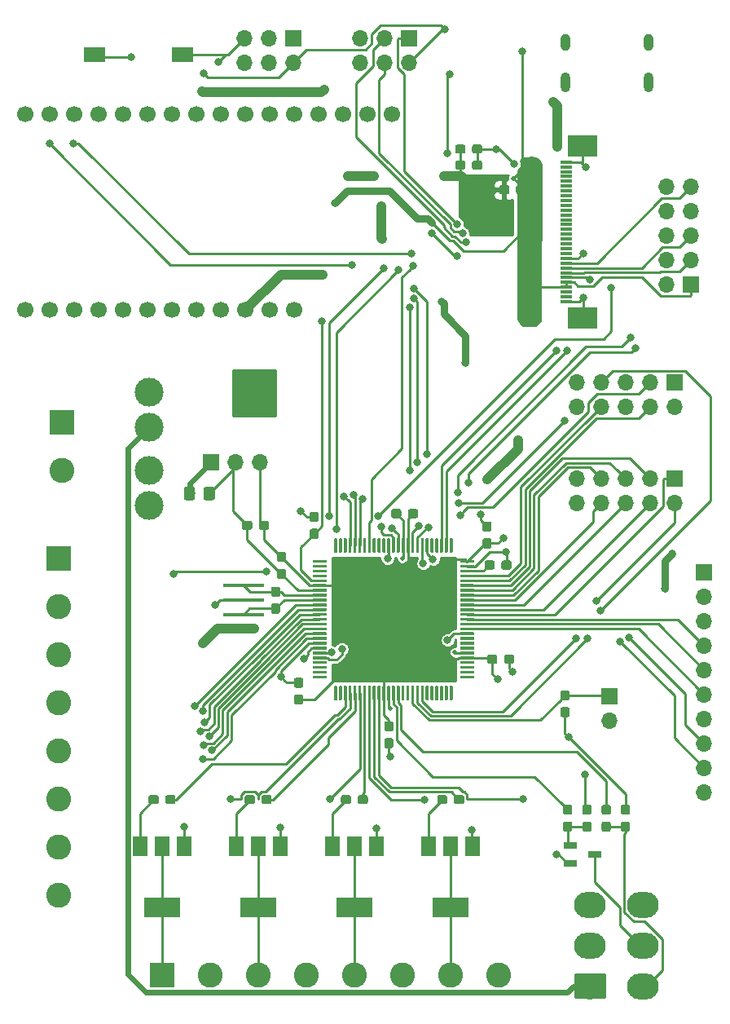
<source format=gbr>
G04 #@! TF.GenerationSoftware,KiCad,Pcbnew,(5.1.2-1)-1*
G04 #@! TF.CreationDate,2019-12-09T19:08:40-07:00*
G04 #@! TF.ProjectId,Snack Machine,536e6163-6b20-44d6-9163-68696e652e6b,rev?*
G04 #@! TF.SameCoordinates,Original*
G04 #@! TF.FileFunction,Copper,L1,Top*
G04 #@! TF.FilePolarity,Positive*
%FSLAX46Y46*%
G04 Gerber Fmt 4.6, Leading zero omitted, Abs format (unit mm)*
G04 Created by KiCad (PCBNEW (5.1.2-1)-1) date 2019-12-09 19:08:40*
%MOMM*%
%LPD*%
G04 APERTURE LIST*
%ADD10C,0.100000*%
%ADD11C,0.300000*%
%ADD12R,4.300000X0.400000*%
%ADD13O,1.700000X1.700000*%
%ADD14R,1.700000X1.700000*%
%ADD15C,2.700000*%
%ADD16O,3.300000X2.700000*%
%ADD17C,1.700000*%
%ADD18C,1.150000*%
%ADD19C,0.950000*%
%ADD20R,3.800000X2.000000*%
%ADD21R,1.500000X2.000000*%
%ADD22C,3.000000*%
%ADD23R,2.600000X2.600000*%
%ADD24C,2.600000*%
%ADD25O,1.000000X2.100000*%
%ADD26O,1.000000X1.800000*%
%ADD27R,1.200000X0.300000*%
%ADD28R,3.100000X2.300000*%
%ADD29R,1.400000X0.800000*%
%ADD30R,2.180000X1.600000*%
%ADD31C,0.800000*%
%ADD32C,0.508000*%
%ADD33C,0.600000*%
%ADD34C,1.000000*%
%ADD35C,0.800000*%
%ADD36C,0.250000*%
%ADD37C,0.254000*%
G04 APERTURE END LIST*
D10*
G36*
X146468351Y-94947961D02*
G01*
X146475632Y-94949041D01*
X146482771Y-94950829D01*
X146489701Y-94953309D01*
X146496355Y-94956456D01*
X146502668Y-94960240D01*
X146508579Y-94964624D01*
X146514033Y-94969567D01*
X146518976Y-94975021D01*
X146523360Y-94980932D01*
X146527144Y-94987245D01*
X146530291Y-94993899D01*
X146532771Y-95000829D01*
X146534559Y-95007968D01*
X146535639Y-95015249D01*
X146536000Y-95022600D01*
X146536000Y-96347600D01*
X146535639Y-96354951D01*
X146534559Y-96362232D01*
X146532771Y-96369371D01*
X146530291Y-96376301D01*
X146527144Y-96382955D01*
X146523360Y-96389268D01*
X146518976Y-96395179D01*
X146514033Y-96400633D01*
X146508579Y-96405576D01*
X146502668Y-96409960D01*
X146496355Y-96413744D01*
X146489701Y-96416891D01*
X146482771Y-96419371D01*
X146475632Y-96421159D01*
X146468351Y-96422239D01*
X146461000Y-96422600D01*
X146311000Y-96422600D01*
X146303649Y-96422239D01*
X146296368Y-96421159D01*
X146289229Y-96419371D01*
X146282299Y-96416891D01*
X146275645Y-96413744D01*
X146269332Y-96409960D01*
X146263421Y-96405576D01*
X146257967Y-96400633D01*
X146253024Y-96395179D01*
X146248640Y-96389268D01*
X146244856Y-96382955D01*
X146241709Y-96376301D01*
X146239229Y-96369371D01*
X146237441Y-96362232D01*
X146236361Y-96354951D01*
X146236000Y-96347600D01*
X146236000Y-95022600D01*
X146236361Y-95015249D01*
X146237441Y-95007968D01*
X146239229Y-95000829D01*
X146241709Y-94993899D01*
X146244856Y-94987245D01*
X146248640Y-94980932D01*
X146253024Y-94975021D01*
X146257967Y-94969567D01*
X146263421Y-94964624D01*
X146269332Y-94960240D01*
X146275645Y-94956456D01*
X146282299Y-94953309D01*
X146289229Y-94950829D01*
X146296368Y-94949041D01*
X146303649Y-94947961D01*
X146311000Y-94947600D01*
X146461000Y-94947600D01*
X146468351Y-94947961D01*
X146468351Y-94947961D01*
G37*
D11*
X146386000Y-95685100D03*
D10*
G36*
X145968351Y-94947961D02*
G01*
X145975632Y-94949041D01*
X145982771Y-94950829D01*
X145989701Y-94953309D01*
X145996355Y-94956456D01*
X146002668Y-94960240D01*
X146008579Y-94964624D01*
X146014033Y-94969567D01*
X146018976Y-94975021D01*
X146023360Y-94980932D01*
X146027144Y-94987245D01*
X146030291Y-94993899D01*
X146032771Y-95000829D01*
X146034559Y-95007968D01*
X146035639Y-95015249D01*
X146036000Y-95022600D01*
X146036000Y-96347600D01*
X146035639Y-96354951D01*
X146034559Y-96362232D01*
X146032771Y-96369371D01*
X146030291Y-96376301D01*
X146027144Y-96382955D01*
X146023360Y-96389268D01*
X146018976Y-96395179D01*
X146014033Y-96400633D01*
X146008579Y-96405576D01*
X146002668Y-96409960D01*
X145996355Y-96413744D01*
X145989701Y-96416891D01*
X145982771Y-96419371D01*
X145975632Y-96421159D01*
X145968351Y-96422239D01*
X145961000Y-96422600D01*
X145811000Y-96422600D01*
X145803649Y-96422239D01*
X145796368Y-96421159D01*
X145789229Y-96419371D01*
X145782299Y-96416891D01*
X145775645Y-96413744D01*
X145769332Y-96409960D01*
X145763421Y-96405576D01*
X145757967Y-96400633D01*
X145753024Y-96395179D01*
X145748640Y-96389268D01*
X145744856Y-96382955D01*
X145741709Y-96376301D01*
X145739229Y-96369371D01*
X145737441Y-96362232D01*
X145736361Y-96354951D01*
X145736000Y-96347600D01*
X145736000Y-95022600D01*
X145736361Y-95015249D01*
X145737441Y-95007968D01*
X145739229Y-95000829D01*
X145741709Y-94993899D01*
X145744856Y-94987245D01*
X145748640Y-94980932D01*
X145753024Y-94975021D01*
X145757967Y-94969567D01*
X145763421Y-94964624D01*
X145769332Y-94960240D01*
X145775645Y-94956456D01*
X145782299Y-94953309D01*
X145789229Y-94950829D01*
X145796368Y-94949041D01*
X145803649Y-94947961D01*
X145811000Y-94947600D01*
X145961000Y-94947600D01*
X145968351Y-94947961D01*
X145968351Y-94947961D01*
G37*
D11*
X145886000Y-95685100D03*
D10*
G36*
X145468351Y-94947961D02*
G01*
X145475632Y-94949041D01*
X145482771Y-94950829D01*
X145489701Y-94953309D01*
X145496355Y-94956456D01*
X145502668Y-94960240D01*
X145508579Y-94964624D01*
X145514033Y-94969567D01*
X145518976Y-94975021D01*
X145523360Y-94980932D01*
X145527144Y-94987245D01*
X145530291Y-94993899D01*
X145532771Y-95000829D01*
X145534559Y-95007968D01*
X145535639Y-95015249D01*
X145536000Y-95022600D01*
X145536000Y-96347600D01*
X145535639Y-96354951D01*
X145534559Y-96362232D01*
X145532771Y-96369371D01*
X145530291Y-96376301D01*
X145527144Y-96382955D01*
X145523360Y-96389268D01*
X145518976Y-96395179D01*
X145514033Y-96400633D01*
X145508579Y-96405576D01*
X145502668Y-96409960D01*
X145496355Y-96413744D01*
X145489701Y-96416891D01*
X145482771Y-96419371D01*
X145475632Y-96421159D01*
X145468351Y-96422239D01*
X145461000Y-96422600D01*
X145311000Y-96422600D01*
X145303649Y-96422239D01*
X145296368Y-96421159D01*
X145289229Y-96419371D01*
X145282299Y-96416891D01*
X145275645Y-96413744D01*
X145269332Y-96409960D01*
X145263421Y-96405576D01*
X145257967Y-96400633D01*
X145253024Y-96395179D01*
X145248640Y-96389268D01*
X145244856Y-96382955D01*
X145241709Y-96376301D01*
X145239229Y-96369371D01*
X145237441Y-96362232D01*
X145236361Y-96354951D01*
X145236000Y-96347600D01*
X145236000Y-95022600D01*
X145236361Y-95015249D01*
X145237441Y-95007968D01*
X145239229Y-95000829D01*
X145241709Y-94993899D01*
X145244856Y-94987245D01*
X145248640Y-94980932D01*
X145253024Y-94975021D01*
X145257967Y-94969567D01*
X145263421Y-94964624D01*
X145269332Y-94960240D01*
X145275645Y-94956456D01*
X145282299Y-94953309D01*
X145289229Y-94950829D01*
X145296368Y-94949041D01*
X145303649Y-94947961D01*
X145311000Y-94947600D01*
X145461000Y-94947600D01*
X145468351Y-94947961D01*
X145468351Y-94947961D01*
G37*
D11*
X145386000Y-95685100D03*
D10*
G36*
X144968351Y-94947961D02*
G01*
X144975632Y-94949041D01*
X144982771Y-94950829D01*
X144989701Y-94953309D01*
X144996355Y-94956456D01*
X145002668Y-94960240D01*
X145008579Y-94964624D01*
X145014033Y-94969567D01*
X145018976Y-94975021D01*
X145023360Y-94980932D01*
X145027144Y-94987245D01*
X145030291Y-94993899D01*
X145032771Y-95000829D01*
X145034559Y-95007968D01*
X145035639Y-95015249D01*
X145036000Y-95022600D01*
X145036000Y-96347600D01*
X145035639Y-96354951D01*
X145034559Y-96362232D01*
X145032771Y-96369371D01*
X145030291Y-96376301D01*
X145027144Y-96382955D01*
X145023360Y-96389268D01*
X145018976Y-96395179D01*
X145014033Y-96400633D01*
X145008579Y-96405576D01*
X145002668Y-96409960D01*
X144996355Y-96413744D01*
X144989701Y-96416891D01*
X144982771Y-96419371D01*
X144975632Y-96421159D01*
X144968351Y-96422239D01*
X144961000Y-96422600D01*
X144811000Y-96422600D01*
X144803649Y-96422239D01*
X144796368Y-96421159D01*
X144789229Y-96419371D01*
X144782299Y-96416891D01*
X144775645Y-96413744D01*
X144769332Y-96409960D01*
X144763421Y-96405576D01*
X144757967Y-96400633D01*
X144753024Y-96395179D01*
X144748640Y-96389268D01*
X144744856Y-96382955D01*
X144741709Y-96376301D01*
X144739229Y-96369371D01*
X144737441Y-96362232D01*
X144736361Y-96354951D01*
X144736000Y-96347600D01*
X144736000Y-95022600D01*
X144736361Y-95015249D01*
X144737441Y-95007968D01*
X144739229Y-95000829D01*
X144741709Y-94993899D01*
X144744856Y-94987245D01*
X144748640Y-94980932D01*
X144753024Y-94975021D01*
X144757967Y-94969567D01*
X144763421Y-94964624D01*
X144769332Y-94960240D01*
X144775645Y-94956456D01*
X144782299Y-94953309D01*
X144789229Y-94950829D01*
X144796368Y-94949041D01*
X144803649Y-94947961D01*
X144811000Y-94947600D01*
X144961000Y-94947600D01*
X144968351Y-94947961D01*
X144968351Y-94947961D01*
G37*
D11*
X144886000Y-95685100D03*
D10*
G36*
X144468351Y-94947961D02*
G01*
X144475632Y-94949041D01*
X144482771Y-94950829D01*
X144489701Y-94953309D01*
X144496355Y-94956456D01*
X144502668Y-94960240D01*
X144508579Y-94964624D01*
X144514033Y-94969567D01*
X144518976Y-94975021D01*
X144523360Y-94980932D01*
X144527144Y-94987245D01*
X144530291Y-94993899D01*
X144532771Y-95000829D01*
X144534559Y-95007968D01*
X144535639Y-95015249D01*
X144536000Y-95022600D01*
X144536000Y-96347600D01*
X144535639Y-96354951D01*
X144534559Y-96362232D01*
X144532771Y-96369371D01*
X144530291Y-96376301D01*
X144527144Y-96382955D01*
X144523360Y-96389268D01*
X144518976Y-96395179D01*
X144514033Y-96400633D01*
X144508579Y-96405576D01*
X144502668Y-96409960D01*
X144496355Y-96413744D01*
X144489701Y-96416891D01*
X144482771Y-96419371D01*
X144475632Y-96421159D01*
X144468351Y-96422239D01*
X144461000Y-96422600D01*
X144311000Y-96422600D01*
X144303649Y-96422239D01*
X144296368Y-96421159D01*
X144289229Y-96419371D01*
X144282299Y-96416891D01*
X144275645Y-96413744D01*
X144269332Y-96409960D01*
X144263421Y-96405576D01*
X144257967Y-96400633D01*
X144253024Y-96395179D01*
X144248640Y-96389268D01*
X144244856Y-96382955D01*
X144241709Y-96376301D01*
X144239229Y-96369371D01*
X144237441Y-96362232D01*
X144236361Y-96354951D01*
X144236000Y-96347600D01*
X144236000Y-95022600D01*
X144236361Y-95015249D01*
X144237441Y-95007968D01*
X144239229Y-95000829D01*
X144241709Y-94993899D01*
X144244856Y-94987245D01*
X144248640Y-94980932D01*
X144253024Y-94975021D01*
X144257967Y-94969567D01*
X144263421Y-94964624D01*
X144269332Y-94960240D01*
X144275645Y-94956456D01*
X144282299Y-94953309D01*
X144289229Y-94950829D01*
X144296368Y-94949041D01*
X144303649Y-94947961D01*
X144311000Y-94947600D01*
X144461000Y-94947600D01*
X144468351Y-94947961D01*
X144468351Y-94947961D01*
G37*
D11*
X144386000Y-95685100D03*
D10*
G36*
X143968351Y-94947961D02*
G01*
X143975632Y-94949041D01*
X143982771Y-94950829D01*
X143989701Y-94953309D01*
X143996355Y-94956456D01*
X144002668Y-94960240D01*
X144008579Y-94964624D01*
X144014033Y-94969567D01*
X144018976Y-94975021D01*
X144023360Y-94980932D01*
X144027144Y-94987245D01*
X144030291Y-94993899D01*
X144032771Y-95000829D01*
X144034559Y-95007968D01*
X144035639Y-95015249D01*
X144036000Y-95022600D01*
X144036000Y-96347600D01*
X144035639Y-96354951D01*
X144034559Y-96362232D01*
X144032771Y-96369371D01*
X144030291Y-96376301D01*
X144027144Y-96382955D01*
X144023360Y-96389268D01*
X144018976Y-96395179D01*
X144014033Y-96400633D01*
X144008579Y-96405576D01*
X144002668Y-96409960D01*
X143996355Y-96413744D01*
X143989701Y-96416891D01*
X143982771Y-96419371D01*
X143975632Y-96421159D01*
X143968351Y-96422239D01*
X143961000Y-96422600D01*
X143811000Y-96422600D01*
X143803649Y-96422239D01*
X143796368Y-96421159D01*
X143789229Y-96419371D01*
X143782299Y-96416891D01*
X143775645Y-96413744D01*
X143769332Y-96409960D01*
X143763421Y-96405576D01*
X143757967Y-96400633D01*
X143753024Y-96395179D01*
X143748640Y-96389268D01*
X143744856Y-96382955D01*
X143741709Y-96376301D01*
X143739229Y-96369371D01*
X143737441Y-96362232D01*
X143736361Y-96354951D01*
X143736000Y-96347600D01*
X143736000Y-95022600D01*
X143736361Y-95015249D01*
X143737441Y-95007968D01*
X143739229Y-95000829D01*
X143741709Y-94993899D01*
X143744856Y-94987245D01*
X143748640Y-94980932D01*
X143753024Y-94975021D01*
X143757967Y-94969567D01*
X143763421Y-94964624D01*
X143769332Y-94960240D01*
X143775645Y-94956456D01*
X143782299Y-94953309D01*
X143789229Y-94950829D01*
X143796368Y-94949041D01*
X143803649Y-94947961D01*
X143811000Y-94947600D01*
X143961000Y-94947600D01*
X143968351Y-94947961D01*
X143968351Y-94947961D01*
G37*
D11*
X143886000Y-95685100D03*
D10*
G36*
X143468351Y-94947961D02*
G01*
X143475632Y-94949041D01*
X143482771Y-94950829D01*
X143489701Y-94953309D01*
X143496355Y-94956456D01*
X143502668Y-94960240D01*
X143508579Y-94964624D01*
X143514033Y-94969567D01*
X143518976Y-94975021D01*
X143523360Y-94980932D01*
X143527144Y-94987245D01*
X143530291Y-94993899D01*
X143532771Y-95000829D01*
X143534559Y-95007968D01*
X143535639Y-95015249D01*
X143536000Y-95022600D01*
X143536000Y-96347600D01*
X143535639Y-96354951D01*
X143534559Y-96362232D01*
X143532771Y-96369371D01*
X143530291Y-96376301D01*
X143527144Y-96382955D01*
X143523360Y-96389268D01*
X143518976Y-96395179D01*
X143514033Y-96400633D01*
X143508579Y-96405576D01*
X143502668Y-96409960D01*
X143496355Y-96413744D01*
X143489701Y-96416891D01*
X143482771Y-96419371D01*
X143475632Y-96421159D01*
X143468351Y-96422239D01*
X143461000Y-96422600D01*
X143311000Y-96422600D01*
X143303649Y-96422239D01*
X143296368Y-96421159D01*
X143289229Y-96419371D01*
X143282299Y-96416891D01*
X143275645Y-96413744D01*
X143269332Y-96409960D01*
X143263421Y-96405576D01*
X143257967Y-96400633D01*
X143253024Y-96395179D01*
X143248640Y-96389268D01*
X143244856Y-96382955D01*
X143241709Y-96376301D01*
X143239229Y-96369371D01*
X143237441Y-96362232D01*
X143236361Y-96354951D01*
X143236000Y-96347600D01*
X143236000Y-95022600D01*
X143236361Y-95015249D01*
X143237441Y-95007968D01*
X143239229Y-95000829D01*
X143241709Y-94993899D01*
X143244856Y-94987245D01*
X143248640Y-94980932D01*
X143253024Y-94975021D01*
X143257967Y-94969567D01*
X143263421Y-94964624D01*
X143269332Y-94960240D01*
X143275645Y-94956456D01*
X143282299Y-94953309D01*
X143289229Y-94950829D01*
X143296368Y-94949041D01*
X143303649Y-94947961D01*
X143311000Y-94947600D01*
X143461000Y-94947600D01*
X143468351Y-94947961D01*
X143468351Y-94947961D01*
G37*
D11*
X143386000Y-95685100D03*
D10*
G36*
X142968351Y-94947961D02*
G01*
X142975632Y-94949041D01*
X142982771Y-94950829D01*
X142989701Y-94953309D01*
X142996355Y-94956456D01*
X143002668Y-94960240D01*
X143008579Y-94964624D01*
X143014033Y-94969567D01*
X143018976Y-94975021D01*
X143023360Y-94980932D01*
X143027144Y-94987245D01*
X143030291Y-94993899D01*
X143032771Y-95000829D01*
X143034559Y-95007968D01*
X143035639Y-95015249D01*
X143036000Y-95022600D01*
X143036000Y-96347600D01*
X143035639Y-96354951D01*
X143034559Y-96362232D01*
X143032771Y-96369371D01*
X143030291Y-96376301D01*
X143027144Y-96382955D01*
X143023360Y-96389268D01*
X143018976Y-96395179D01*
X143014033Y-96400633D01*
X143008579Y-96405576D01*
X143002668Y-96409960D01*
X142996355Y-96413744D01*
X142989701Y-96416891D01*
X142982771Y-96419371D01*
X142975632Y-96421159D01*
X142968351Y-96422239D01*
X142961000Y-96422600D01*
X142811000Y-96422600D01*
X142803649Y-96422239D01*
X142796368Y-96421159D01*
X142789229Y-96419371D01*
X142782299Y-96416891D01*
X142775645Y-96413744D01*
X142769332Y-96409960D01*
X142763421Y-96405576D01*
X142757967Y-96400633D01*
X142753024Y-96395179D01*
X142748640Y-96389268D01*
X142744856Y-96382955D01*
X142741709Y-96376301D01*
X142739229Y-96369371D01*
X142737441Y-96362232D01*
X142736361Y-96354951D01*
X142736000Y-96347600D01*
X142736000Y-95022600D01*
X142736361Y-95015249D01*
X142737441Y-95007968D01*
X142739229Y-95000829D01*
X142741709Y-94993899D01*
X142744856Y-94987245D01*
X142748640Y-94980932D01*
X142753024Y-94975021D01*
X142757967Y-94969567D01*
X142763421Y-94964624D01*
X142769332Y-94960240D01*
X142775645Y-94956456D01*
X142782299Y-94953309D01*
X142789229Y-94950829D01*
X142796368Y-94949041D01*
X142803649Y-94947961D01*
X142811000Y-94947600D01*
X142961000Y-94947600D01*
X142968351Y-94947961D01*
X142968351Y-94947961D01*
G37*
D11*
X142886000Y-95685100D03*
D10*
G36*
X142468351Y-94947961D02*
G01*
X142475632Y-94949041D01*
X142482771Y-94950829D01*
X142489701Y-94953309D01*
X142496355Y-94956456D01*
X142502668Y-94960240D01*
X142508579Y-94964624D01*
X142514033Y-94969567D01*
X142518976Y-94975021D01*
X142523360Y-94980932D01*
X142527144Y-94987245D01*
X142530291Y-94993899D01*
X142532771Y-95000829D01*
X142534559Y-95007968D01*
X142535639Y-95015249D01*
X142536000Y-95022600D01*
X142536000Y-96347600D01*
X142535639Y-96354951D01*
X142534559Y-96362232D01*
X142532771Y-96369371D01*
X142530291Y-96376301D01*
X142527144Y-96382955D01*
X142523360Y-96389268D01*
X142518976Y-96395179D01*
X142514033Y-96400633D01*
X142508579Y-96405576D01*
X142502668Y-96409960D01*
X142496355Y-96413744D01*
X142489701Y-96416891D01*
X142482771Y-96419371D01*
X142475632Y-96421159D01*
X142468351Y-96422239D01*
X142461000Y-96422600D01*
X142311000Y-96422600D01*
X142303649Y-96422239D01*
X142296368Y-96421159D01*
X142289229Y-96419371D01*
X142282299Y-96416891D01*
X142275645Y-96413744D01*
X142269332Y-96409960D01*
X142263421Y-96405576D01*
X142257967Y-96400633D01*
X142253024Y-96395179D01*
X142248640Y-96389268D01*
X142244856Y-96382955D01*
X142241709Y-96376301D01*
X142239229Y-96369371D01*
X142237441Y-96362232D01*
X142236361Y-96354951D01*
X142236000Y-96347600D01*
X142236000Y-95022600D01*
X142236361Y-95015249D01*
X142237441Y-95007968D01*
X142239229Y-95000829D01*
X142241709Y-94993899D01*
X142244856Y-94987245D01*
X142248640Y-94980932D01*
X142253024Y-94975021D01*
X142257967Y-94969567D01*
X142263421Y-94964624D01*
X142269332Y-94960240D01*
X142275645Y-94956456D01*
X142282299Y-94953309D01*
X142289229Y-94950829D01*
X142296368Y-94949041D01*
X142303649Y-94947961D01*
X142311000Y-94947600D01*
X142461000Y-94947600D01*
X142468351Y-94947961D01*
X142468351Y-94947961D01*
G37*
D11*
X142386000Y-95685100D03*
D10*
G36*
X141968351Y-94947961D02*
G01*
X141975632Y-94949041D01*
X141982771Y-94950829D01*
X141989701Y-94953309D01*
X141996355Y-94956456D01*
X142002668Y-94960240D01*
X142008579Y-94964624D01*
X142014033Y-94969567D01*
X142018976Y-94975021D01*
X142023360Y-94980932D01*
X142027144Y-94987245D01*
X142030291Y-94993899D01*
X142032771Y-95000829D01*
X142034559Y-95007968D01*
X142035639Y-95015249D01*
X142036000Y-95022600D01*
X142036000Y-96347600D01*
X142035639Y-96354951D01*
X142034559Y-96362232D01*
X142032771Y-96369371D01*
X142030291Y-96376301D01*
X142027144Y-96382955D01*
X142023360Y-96389268D01*
X142018976Y-96395179D01*
X142014033Y-96400633D01*
X142008579Y-96405576D01*
X142002668Y-96409960D01*
X141996355Y-96413744D01*
X141989701Y-96416891D01*
X141982771Y-96419371D01*
X141975632Y-96421159D01*
X141968351Y-96422239D01*
X141961000Y-96422600D01*
X141811000Y-96422600D01*
X141803649Y-96422239D01*
X141796368Y-96421159D01*
X141789229Y-96419371D01*
X141782299Y-96416891D01*
X141775645Y-96413744D01*
X141769332Y-96409960D01*
X141763421Y-96405576D01*
X141757967Y-96400633D01*
X141753024Y-96395179D01*
X141748640Y-96389268D01*
X141744856Y-96382955D01*
X141741709Y-96376301D01*
X141739229Y-96369371D01*
X141737441Y-96362232D01*
X141736361Y-96354951D01*
X141736000Y-96347600D01*
X141736000Y-95022600D01*
X141736361Y-95015249D01*
X141737441Y-95007968D01*
X141739229Y-95000829D01*
X141741709Y-94993899D01*
X141744856Y-94987245D01*
X141748640Y-94980932D01*
X141753024Y-94975021D01*
X141757967Y-94969567D01*
X141763421Y-94964624D01*
X141769332Y-94960240D01*
X141775645Y-94956456D01*
X141782299Y-94953309D01*
X141789229Y-94950829D01*
X141796368Y-94949041D01*
X141803649Y-94947961D01*
X141811000Y-94947600D01*
X141961000Y-94947600D01*
X141968351Y-94947961D01*
X141968351Y-94947961D01*
G37*
D11*
X141886000Y-95685100D03*
D10*
G36*
X141468351Y-94947961D02*
G01*
X141475632Y-94949041D01*
X141482771Y-94950829D01*
X141489701Y-94953309D01*
X141496355Y-94956456D01*
X141502668Y-94960240D01*
X141508579Y-94964624D01*
X141514033Y-94969567D01*
X141518976Y-94975021D01*
X141523360Y-94980932D01*
X141527144Y-94987245D01*
X141530291Y-94993899D01*
X141532771Y-95000829D01*
X141534559Y-95007968D01*
X141535639Y-95015249D01*
X141536000Y-95022600D01*
X141536000Y-96347600D01*
X141535639Y-96354951D01*
X141534559Y-96362232D01*
X141532771Y-96369371D01*
X141530291Y-96376301D01*
X141527144Y-96382955D01*
X141523360Y-96389268D01*
X141518976Y-96395179D01*
X141514033Y-96400633D01*
X141508579Y-96405576D01*
X141502668Y-96409960D01*
X141496355Y-96413744D01*
X141489701Y-96416891D01*
X141482771Y-96419371D01*
X141475632Y-96421159D01*
X141468351Y-96422239D01*
X141461000Y-96422600D01*
X141311000Y-96422600D01*
X141303649Y-96422239D01*
X141296368Y-96421159D01*
X141289229Y-96419371D01*
X141282299Y-96416891D01*
X141275645Y-96413744D01*
X141269332Y-96409960D01*
X141263421Y-96405576D01*
X141257967Y-96400633D01*
X141253024Y-96395179D01*
X141248640Y-96389268D01*
X141244856Y-96382955D01*
X141241709Y-96376301D01*
X141239229Y-96369371D01*
X141237441Y-96362232D01*
X141236361Y-96354951D01*
X141236000Y-96347600D01*
X141236000Y-95022600D01*
X141236361Y-95015249D01*
X141237441Y-95007968D01*
X141239229Y-95000829D01*
X141241709Y-94993899D01*
X141244856Y-94987245D01*
X141248640Y-94980932D01*
X141253024Y-94975021D01*
X141257967Y-94969567D01*
X141263421Y-94964624D01*
X141269332Y-94960240D01*
X141275645Y-94956456D01*
X141282299Y-94953309D01*
X141289229Y-94950829D01*
X141296368Y-94949041D01*
X141303649Y-94947961D01*
X141311000Y-94947600D01*
X141461000Y-94947600D01*
X141468351Y-94947961D01*
X141468351Y-94947961D01*
G37*
D11*
X141386000Y-95685100D03*
D10*
G36*
X140968351Y-94947961D02*
G01*
X140975632Y-94949041D01*
X140982771Y-94950829D01*
X140989701Y-94953309D01*
X140996355Y-94956456D01*
X141002668Y-94960240D01*
X141008579Y-94964624D01*
X141014033Y-94969567D01*
X141018976Y-94975021D01*
X141023360Y-94980932D01*
X141027144Y-94987245D01*
X141030291Y-94993899D01*
X141032771Y-95000829D01*
X141034559Y-95007968D01*
X141035639Y-95015249D01*
X141036000Y-95022600D01*
X141036000Y-96347600D01*
X141035639Y-96354951D01*
X141034559Y-96362232D01*
X141032771Y-96369371D01*
X141030291Y-96376301D01*
X141027144Y-96382955D01*
X141023360Y-96389268D01*
X141018976Y-96395179D01*
X141014033Y-96400633D01*
X141008579Y-96405576D01*
X141002668Y-96409960D01*
X140996355Y-96413744D01*
X140989701Y-96416891D01*
X140982771Y-96419371D01*
X140975632Y-96421159D01*
X140968351Y-96422239D01*
X140961000Y-96422600D01*
X140811000Y-96422600D01*
X140803649Y-96422239D01*
X140796368Y-96421159D01*
X140789229Y-96419371D01*
X140782299Y-96416891D01*
X140775645Y-96413744D01*
X140769332Y-96409960D01*
X140763421Y-96405576D01*
X140757967Y-96400633D01*
X140753024Y-96395179D01*
X140748640Y-96389268D01*
X140744856Y-96382955D01*
X140741709Y-96376301D01*
X140739229Y-96369371D01*
X140737441Y-96362232D01*
X140736361Y-96354951D01*
X140736000Y-96347600D01*
X140736000Y-95022600D01*
X140736361Y-95015249D01*
X140737441Y-95007968D01*
X140739229Y-95000829D01*
X140741709Y-94993899D01*
X140744856Y-94987245D01*
X140748640Y-94980932D01*
X140753024Y-94975021D01*
X140757967Y-94969567D01*
X140763421Y-94964624D01*
X140769332Y-94960240D01*
X140775645Y-94956456D01*
X140782299Y-94953309D01*
X140789229Y-94950829D01*
X140796368Y-94949041D01*
X140803649Y-94947961D01*
X140811000Y-94947600D01*
X140961000Y-94947600D01*
X140968351Y-94947961D01*
X140968351Y-94947961D01*
G37*
D11*
X140886000Y-95685100D03*
D10*
G36*
X140468351Y-94947961D02*
G01*
X140475632Y-94949041D01*
X140482771Y-94950829D01*
X140489701Y-94953309D01*
X140496355Y-94956456D01*
X140502668Y-94960240D01*
X140508579Y-94964624D01*
X140514033Y-94969567D01*
X140518976Y-94975021D01*
X140523360Y-94980932D01*
X140527144Y-94987245D01*
X140530291Y-94993899D01*
X140532771Y-95000829D01*
X140534559Y-95007968D01*
X140535639Y-95015249D01*
X140536000Y-95022600D01*
X140536000Y-96347600D01*
X140535639Y-96354951D01*
X140534559Y-96362232D01*
X140532771Y-96369371D01*
X140530291Y-96376301D01*
X140527144Y-96382955D01*
X140523360Y-96389268D01*
X140518976Y-96395179D01*
X140514033Y-96400633D01*
X140508579Y-96405576D01*
X140502668Y-96409960D01*
X140496355Y-96413744D01*
X140489701Y-96416891D01*
X140482771Y-96419371D01*
X140475632Y-96421159D01*
X140468351Y-96422239D01*
X140461000Y-96422600D01*
X140311000Y-96422600D01*
X140303649Y-96422239D01*
X140296368Y-96421159D01*
X140289229Y-96419371D01*
X140282299Y-96416891D01*
X140275645Y-96413744D01*
X140269332Y-96409960D01*
X140263421Y-96405576D01*
X140257967Y-96400633D01*
X140253024Y-96395179D01*
X140248640Y-96389268D01*
X140244856Y-96382955D01*
X140241709Y-96376301D01*
X140239229Y-96369371D01*
X140237441Y-96362232D01*
X140236361Y-96354951D01*
X140236000Y-96347600D01*
X140236000Y-95022600D01*
X140236361Y-95015249D01*
X140237441Y-95007968D01*
X140239229Y-95000829D01*
X140241709Y-94993899D01*
X140244856Y-94987245D01*
X140248640Y-94980932D01*
X140253024Y-94975021D01*
X140257967Y-94969567D01*
X140263421Y-94964624D01*
X140269332Y-94960240D01*
X140275645Y-94956456D01*
X140282299Y-94953309D01*
X140289229Y-94950829D01*
X140296368Y-94949041D01*
X140303649Y-94947961D01*
X140311000Y-94947600D01*
X140461000Y-94947600D01*
X140468351Y-94947961D01*
X140468351Y-94947961D01*
G37*
D11*
X140386000Y-95685100D03*
D10*
G36*
X139968351Y-94947961D02*
G01*
X139975632Y-94949041D01*
X139982771Y-94950829D01*
X139989701Y-94953309D01*
X139996355Y-94956456D01*
X140002668Y-94960240D01*
X140008579Y-94964624D01*
X140014033Y-94969567D01*
X140018976Y-94975021D01*
X140023360Y-94980932D01*
X140027144Y-94987245D01*
X140030291Y-94993899D01*
X140032771Y-95000829D01*
X140034559Y-95007968D01*
X140035639Y-95015249D01*
X140036000Y-95022600D01*
X140036000Y-96347600D01*
X140035639Y-96354951D01*
X140034559Y-96362232D01*
X140032771Y-96369371D01*
X140030291Y-96376301D01*
X140027144Y-96382955D01*
X140023360Y-96389268D01*
X140018976Y-96395179D01*
X140014033Y-96400633D01*
X140008579Y-96405576D01*
X140002668Y-96409960D01*
X139996355Y-96413744D01*
X139989701Y-96416891D01*
X139982771Y-96419371D01*
X139975632Y-96421159D01*
X139968351Y-96422239D01*
X139961000Y-96422600D01*
X139811000Y-96422600D01*
X139803649Y-96422239D01*
X139796368Y-96421159D01*
X139789229Y-96419371D01*
X139782299Y-96416891D01*
X139775645Y-96413744D01*
X139769332Y-96409960D01*
X139763421Y-96405576D01*
X139757967Y-96400633D01*
X139753024Y-96395179D01*
X139748640Y-96389268D01*
X139744856Y-96382955D01*
X139741709Y-96376301D01*
X139739229Y-96369371D01*
X139737441Y-96362232D01*
X139736361Y-96354951D01*
X139736000Y-96347600D01*
X139736000Y-95022600D01*
X139736361Y-95015249D01*
X139737441Y-95007968D01*
X139739229Y-95000829D01*
X139741709Y-94993899D01*
X139744856Y-94987245D01*
X139748640Y-94980932D01*
X139753024Y-94975021D01*
X139757967Y-94969567D01*
X139763421Y-94964624D01*
X139769332Y-94960240D01*
X139775645Y-94956456D01*
X139782299Y-94953309D01*
X139789229Y-94950829D01*
X139796368Y-94949041D01*
X139803649Y-94947961D01*
X139811000Y-94947600D01*
X139961000Y-94947600D01*
X139968351Y-94947961D01*
X139968351Y-94947961D01*
G37*
D11*
X139886000Y-95685100D03*
D10*
G36*
X139468351Y-94947961D02*
G01*
X139475632Y-94949041D01*
X139482771Y-94950829D01*
X139489701Y-94953309D01*
X139496355Y-94956456D01*
X139502668Y-94960240D01*
X139508579Y-94964624D01*
X139514033Y-94969567D01*
X139518976Y-94975021D01*
X139523360Y-94980932D01*
X139527144Y-94987245D01*
X139530291Y-94993899D01*
X139532771Y-95000829D01*
X139534559Y-95007968D01*
X139535639Y-95015249D01*
X139536000Y-95022600D01*
X139536000Y-96347600D01*
X139535639Y-96354951D01*
X139534559Y-96362232D01*
X139532771Y-96369371D01*
X139530291Y-96376301D01*
X139527144Y-96382955D01*
X139523360Y-96389268D01*
X139518976Y-96395179D01*
X139514033Y-96400633D01*
X139508579Y-96405576D01*
X139502668Y-96409960D01*
X139496355Y-96413744D01*
X139489701Y-96416891D01*
X139482771Y-96419371D01*
X139475632Y-96421159D01*
X139468351Y-96422239D01*
X139461000Y-96422600D01*
X139311000Y-96422600D01*
X139303649Y-96422239D01*
X139296368Y-96421159D01*
X139289229Y-96419371D01*
X139282299Y-96416891D01*
X139275645Y-96413744D01*
X139269332Y-96409960D01*
X139263421Y-96405576D01*
X139257967Y-96400633D01*
X139253024Y-96395179D01*
X139248640Y-96389268D01*
X139244856Y-96382955D01*
X139241709Y-96376301D01*
X139239229Y-96369371D01*
X139237441Y-96362232D01*
X139236361Y-96354951D01*
X139236000Y-96347600D01*
X139236000Y-95022600D01*
X139236361Y-95015249D01*
X139237441Y-95007968D01*
X139239229Y-95000829D01*
X139241709Y-94993899D01*
X139244856Y-94987245D01*
X139248640Y-94980932D01*
X139253024Y-94975021D01*
X139257967Y-94969567D01*
X139263421Y-94964624D01*
X139269332Y-94960240D01*
X139275645Y-94956456D01*
X139282299Y-94953309D01*
X139289229Y-94950829D01*
X139296368Y-94949041D01*
X139303649Y-94947961D01*
X139311000Y-94947600D01*
X139461000Y-94947600D01*
X139468351Y-94947961D01*
X139468351Y-94947961D01*
G37*
D11*
X139386000Y-95685100D03*
D10*
G36*
X138968351Y-94947961D02*
G01*
X138975632Y-94949041D01*
X138982771Y-94950829D01*
X138989701Y-94953309D01*
X138996355Y-94956456D01*
X139002668Y-94960240D01*
X139008579Y-94964624D01*
X139014033Y-94969567D01*
X139018976Y-94975021D01*
X139023360Y-94980932D01*
X139027144Y-94987245D01*
X139030291Y-94993899D01*
X139032771Y-95000829D01*
X139034559Y-95007968D01*
X139035639Y-95015249D01*
X139036000Y-95022600D01*
X139036000Y-96347600D01*
X139035639Y-96354951D01*
X139034559Y-96362232D01*
X139032771Y-96369371D01*
X139030291Y-96376301D01*
X139027144Y-96382955D01*
X139023360Y-96389268D01*
X139018976Y-96395179D01*
X139014033Y-96400633D01*
X139008579Y-96405576D01*
X139002668Y-96409960D01*
X138996355Y-96413744D01*
X138989701Y-96416891D01*
X138982771Y-96419371D01*
X138975632Y-96421159D01*
X138968351Y-96422239D01*
X138961000Y-96422600D01*
X138811000Y-96422600D01*
X138803649Y-96422239D01*
X138796368Y-96421159D01*
X138789229Y-96419371D01*
X138782299Y-96416891D01*
X138775645Y-96413744D01*
X138769332Y-96409960D01*
X138763421Y-96405576D01*
X138757967Y-96400633D01*
X138753024Y-96395179D01*
X138748640Y-96389268D01*
X138744856Y-96382955D01*
X138741709Y-96376301D01*
X138739229Y-96369371D01*
X138737441Y-96362232D01*
X138736361Y-96354951D01*
X138736000Y-96347600D01*
X138736000Y-95022600D01*
X138736361Y-95015249D01*
X138737441Y-95007968D01*
X138739229Y-95000829D01*
X138741709Y-94993899D01*
X138744856Y-94987245D01*
X138748640Y-94980932D01*
X138753024Y-94975021D01*
X138757967Y-94969567D01*
X138763421Y-94964624D01*
X138769332Y-94960240D01*
X138775645Y-94956456D01*
X138782299Y-94953309D01*
X138789229Y-94950829D01*
X138796368Y-94949041D01*
X138803649Y-94947961D01*
X138811000Y-94947600D01*
X138961000Y-94947600D01*
X138968351Y-94947961D01*
X138968351Y-94947961D01*
G37*
D11*
X138886000Y-95685100D03*
D10*
G36*
X138468351Y-94947961D02*
G01*
X138475632Y-94949041D01*
X138482771Y-94950829D01*
X138489701Y-94953309D01*
X138496355Y-94956456D01*
X138502668Y-94960240D01*
X138508579Y-94964624D01*
X138514033Y-94969567D01*
X138518976Y-94975021D01*
X138523360Y-94980932D01*
X138527144Y-94987245D01*
X138530291Y-94993899D01*
X138532771Y-95000829D01*
X138534559Y-95007968D01*
X138535639Y-95015249D01*
X138536000Y-95022600D01*
X138536000Y-96347600D01*
X138535639Y-96354951D01*
X138534559Y-96362232D01*
X138532771Y-96369371D01*
X138530291Y-96376301D01*
X138527144Y-96382955D01*
X138523360Y-96389268D01*
X138518976Y-96395179D01*
X138514033Y-96400633D01*
X138508579Y-96405576D01*
X138502668Y-96409960D01*
X138496355Y-96413744D01*
X138489701Y-96416891D01*
X138482771Y-96419371D01*
X138475632Y-96421159D01*
X138468351Y-96422239D01*
X138461000Y-96422600D01*
X138311000Y-96422600D01*
X138303649Y-96422239D01*
X138296368Y-96421159D01*
X138289229Y-96419371D01*
X138282299Y-96416891D01*
X138275645Y-96413744D01*
X138269332Y-96409960D01*
X138263421Y-96405576D01*
X138257967Y-96400633D01*
X138253024Y-96395179D01*
X138248640Y-96389268D01*
X138244856Y-96382955D01*
X138241709Y-96376301D01*
X138239229Y-96369371D01*
X138237441Y-96362232D01*
X138236361Y-96354951D01*
X138236000Y-96347600D01*
X138236000Y-95022600D01*
X138236361Y-95015249D01*
X138237441Y-95007968D01*
X138239229Y-95000829D01*
X138241709Y-94993899D01*
X138244856Y-94987245D01*
X138248640Y-94980932D01*
X138253024Y-94975021D01*
X138257967Y-94969567D01*
X138263421Y-94964624D01*
X138269332Y-94960240D01*
X138275645Y-94956456D01*
X138282299Y-94953309D01*
X138289229Y-94950829D01*
X138296368Y-94949041D01*
X138303649Y-94947961D01*
X138311000Y-94947600D01*
X138461000Y-94947600D01*
X138468351Y-94947961D01*
X138468351Y-94947961D01*
G37*
D11*
X138386000Y-95685100D03*
D10*
G36*
X137968351Y-94947961D02*
G01*
X137975632Y-94949041D01*
X137982771Y-94950829D01*
X137989701Y-94953309D01*
X137996355Y-94956456D01*
X138002668Y-94960240D01*
X138008579Y-94964624D01*
X138014033Y-94969567D01*
X138018976Y-94975021D01*
X138023360Y-94980932D01*
X138027144Y-94987245D01*
X138030291Y-94993899D01*
X138032771Y-95000829D01*
X138034559Y-95007968D01*
X138035639Y-95015249D01*
X138036000Y-95022600D01*
X138036000Y-96347600D01*
X138035639Y-96354951D01*
X138034559Y-96362232D01*
X138032771Y-96369371D01*
X138030291Y-96376301D01*
X138027144Y-96382955D01*
X138023360Y-96389268D01*
X138018976Y-96395179D01*
X138014033Y-96400633D01*
X138008579Y-96405576D01*
X138002668Y-96409960D01*
X137996355Y-96413744D01*
X137989701Y-96416891D01*
X137982771Y-96419371D01*
X137975632Y-96421159D01*
X137968351Y-96422239D01*
X137961000Y-96422600D01*
X137811000Y-96422600D01*
X137803649Y-96422239D01*
X137796368Y-96421159D01*
X137789229Y-96419371D01*
X137782299Y-96416891D01*
X137775645Y-96413744D01*
X137769332Y-96409960D01*
X137763421Y-96405576D01*
X137757967Y-96400633D01*
X137753024Y-96395179D01*
X137748640Y-96389268D01*
X137744856Y-96382955D01*
X137741709Y-96376301D01*
X137739229Y-96369371D01*
X137737441Y-96362232D01*
X137736361Y-96354951D01*
X137736000Y-96347600D01*
X137736000Y-95022600D01*
X137736361Y-95015249D01*
X137737441Y-95007968D01*
X137739229Y-95000829D01*
X137741709Y-94993899D01*
X137744856Y-94987245D01*
X137748640Y-94980932D01*
X137753024Y-94975021D01*
X137757967Y-94969567D01*
X137763421Y-94964624D01*
X137769332Y-94960240D01*
X137775645Y-94956456D01*
X137782299Y-94953309D01*
X137789229Y-94950829D01*
X137796368Y-94949041D01*
X137803649Y-94947961D01*
X137811000Y-94947600D01*
X137961000Y-94947600D01*
X137968351Y-94947961D01*
X137968351Y-94947961D01*
G37*
D11*
X137886000Y-95685100D03*
D10*
G36*
X137468351Y-94947961D02*
G01*
X137475632Y-94949041D01*
X137482771Y-94950829D01*
X137489701Y-94953309D01*
X137496355Y-94956456D01*
X137502668Y-94960240D01*
X137508579Y-94964624D01*
X137514033Y-94969567D01*
X137518976Y-94975021D01*
X137523360Y-94980932D01*
X137527144Y-94987245D01*
X137530291Y-94993899D01*
X137532771Y-95000829D01*
X137534559Y-95007968D01*
X137535639Y-95015249D01*
X137536000Y-95022600D01*
X137536000Y-96347600D01*
X137535639Y-96354951D01*
X137534559Y-96362232D01*
X137532771Y-96369371D01*
X137530291Y-96376301D01*
X137527144Y-96382955D01*
X137523360Y-96389268D01*
X137518976Y-96395179D01*
X137514033Y-96400633D01*
X137508579Y-96405576D01*
X137502668Y-96409960D01*
X137496355Y-96413744D01*
X137489701Y-96416891D01*
X137482771Y-96419371D01*
X137475632Y-96421159D01*
X137468351Y-96422239D01*
X137461000Y-96422600D01*
X137311000Y-96422600D01*
X137303649Y-96422239D01*
X137296368Y-96421159D01*
X137289229Y-96419371D01*
X137282299Y-96416891D01*
X137275645Y-96413744D01*
X137269332Y-96409960D01*
X137263421Y-96405576D01*
X137257967Y-96400633D01*
X137253024Y-96395179D01*
X137248640Y-96389268D01*
X137244856Y-96382955D01*
X137241709Y-96376301D01*
X137239229Y-96369371D01*
X137237441Y-96362232D01*
X137236361Y-96354951D01*
X137236000Y-96347600D01*
X137236000Y-95022600D01*
X137236361Y-95015249D01*
X137237441Y-95007968D01*
X137239229Y-95000829D01*
X137241709Y-94993899D01*
X137244856Y-94987245D01*
X137248640Y-94980932D01*
X137253024Y-94975021D01*
X137257967Y-94969567D01*
X137263421Y-94964624D01*
X137269332Y-94960240D01*
X137275645Y-94956456D01*
X137282299Y-94953309D01*
X137289229Y-94950829D01*
X137296368Y-94949041D01*
X137303649Y-94947961D01*
X137311000Y-94947600D01*
X137461000Y-94947600D01*
X137468351Y-94947961D01*
X137468351Y-94947961D01*
G37*
D11*
X137386000Y-95685100D03*
D10*
G36*
X136968351Y-94947961D02*
G01*
X136975632Y-94949041D01*
X136982771Y-94950829D01*
X136989701Y-94953309D01*
X136996355Y-94956456D01*
X137002668Y-94960240D01*
X137008579Y-94964624D01*
X137014033Y-94969567D01*
X137018976Y-94975021D01*
X137023360Y-94980932D01*
X137027144Y-94987245D01*
X137030291Y-94993899D01*
X137032771Y-95000829D01*
X137034559Y-95007968D01*
X137035639Y-95015249D01*
X137036000Y-95022600D01*
X137036000Y-96347600D01*
X137035639Y-96354951D01*
X137034559Y-96362232D01*
X137032771Y-96369371D01*
X137030291Y-96376301D01*
X137027144Y-96382955D01*
X137023360Y-96389268D01*
X137018976Y-96395179D01*
X137014033Y-96400633D01*
X137008579Y-96405576D01*
X137002668Y-96409960D01*
X136996355Y-96413744D01*
X136989701Y-96416891D01*
X136982771Y-96419371D01*
X136975632Y-96421159D01*
X136968351Y-96422239D01*
X136961000Y-96422600D01*
X136811000Y-96422600D01*
X136803649Y-96422239D01*
X136796368Y-96421159D01*
X136789229Y-96419371D01*
X136782299Y-96416891D01*
X136775645Y-96413744D01*
X136769332Y-96409960D01*
X136763421Y-96405576D01*
X136757967Y-96400633D01*
X136753024Y-96395179D01*
X136748640Y-96389268D01*
X136744856Y-96382955D01*
X136741709Y-96376301D01*
X136739229Y-96369371D01*
X136737441Y-96362232D01*
X136736361Y-96354951D01*
X136736000Y-96347600D01*
X136736000Y-95022600D01*
X136736361Y-95015249D01*
X136737441Y-95007968D01*
X136739229Y-95000829D01*
X136741709Y-94993899D01*
X136744856Y-94987245D01*
X136748640Y-94980932D01*
X136753024Y-94975021D01*
X136757967Y-94969567D01*
X136763421Y-94964624D01*
X136769332Y-94960240D01*
X136775645Y-94956456D01*
X136782299Y-94953309D01*
X136789229Y-94950829D01*
X136796368Y-94949041D01*
X136803649Y-94947961D01*
X136811000Y-94947600D01*
X136961000Y-94947600D01*
X136968351Y-94947961D01*
X136968351Y-94947961D01*
G37*
D11*
X136886000Y-95685100D03*
D10*
G36*
X136468351Y-94947961D02*
G01*
X136475632Y-94949041D01*
X136482771Y-94950829D01*
X136489701Y-94953309D01*
X136496355Y-94956456D01*
X136502668Y-94960240D01*
X136508579Y-94964624D01*
X136514033Y-94969567D01*
X136518976Y-94975021D01*
X136523360Y-94980932D01*
X136527144Y-94987245D01*
X136530291Y-94993899D01*
X136532771Y-95000829D01*
X136534559Y-95007968D01*
X136535639Y-95015249D01*
X136536000Y-95022600D01*
X136536000Y-96347600D01*
X136535639Y-96354951D01*
X136534559Y-96362232D01*
X136532771Y-96369371D01*
X136530291Y-96376301D01*
X136527144Y-96382955D01*
X136523360Y-96389268D01*
X136518976Y-96395179D01*
X136514033Y-96400633D01*
X136508579Y-96405576D01*
X136502668Y-96409960D01*
X136496355Y-96413744D01*
X136489701Y-96416891D01*
X136482771Y-96419371D01*
X136475632Y-96421159D01*
X136468351Y-96422239D01*
X136461000Y-96422600D01*
X136311000Y-96422600D01*
X136303649Y-96422239D01*
X136296368Y-96421159D01*
X136289229Y-96419371D01*
X136282299Y-96416891D01*
X136275645Y-96413744D01*
X136269332Y-96409960D01*
X136263421Y-96405576D01*
X136257967Y-96400633D01*
X136253024Y-96395179D01*
X136248640Y-96389268D01*
X136244856Y-96382955D01*
X136241709Y-96376301D01*
X136239229Y-96369371D01*
X136237441Y-96362232D01*
X136236361Y-96354951D01*
X136236000Y-96347600D01*
X136236000Y-95022600D01*
X136236361Y-95015249D01*
X136237441Y-95007968D01*
X136239229Y-95000829D01*
X136241709Y-94993899D01*
X136244856Y-94987245D01*
X136248640Y-94980932D01*
X136253024Y-94975021D01*
X136257967Y-94969567D01*
X136263421Y-94964624D01*
X136269332Y-94960240D01*
X136275645Y-94956456D01*
X136282299Y-94953309D01*
X136289229Y-94950829D01*
X136296368Y-94949041D01*
X136303649Y-94947961D01*
X136311000Y-94947600D01*
X136461000Y-94947600D01*
X136468351Y-94947961D01*
X136468351Y-94947961D01*
G37*
D11*
X136386000Y-95685100D03*
D10*
G36*
X135968351Y-94947961D02*
G01*
X135975632Y-94949041D01*
X135982771Y-94950829D01*
X135989701Y-94953309D01*
X135996355Y-94956456D01*
X136002668Y-94960240D01*
X136008579Y-94964624D01*
X136014033Y-94969567D01*
X136018976Y-94975021D01*
X136023360Y-94980932D01*
X136027144Y-94987245D01*
X136030291Y-94993899D01*
X136032771Y-95000829D01*
X136034559Y-95007968D01*
X136035639Y-95015249D01*
X136036000Y-95022600D01*
X136036000Y-96347600D01*
X136035639Y-96354951D01*
X136034559Y-96362232D01*
X136032771Y-96369371D01*
X136030291Y-96376301D01*
X136027144Y-96382955D01*
X136023360Y-96389268D01*
X136018976Y-96395179D01*
X136014033Y-96400633D01*
X136008579Y-96405576D01*
X136002668Y-96409960D01*
X135996355Y-96413744D01*
X135989701Y-96416891D01*
X135982771Y-96419371D01*
X135975632Y-96421159D01*
X135968351Y-96422239D01*
X135961000Y-96422600D01*
X135811000Y-96422600D01*
X135803649Y-96422239D01*
X135796368Y-96421159D01*
X135789229Y-96419371D01*
X135782299Y-96416891D01*
X135775645Y-96413744D01*
X135769332Y-96409960D01*
X135763421Y-96405576D01*
X135757967Y-96400633D01*
X135753024Y-96395179D01*
X135748640Y-96389268D01*
X135744856Y-96382955D01*
X135741709Y-96376301D01*
X135739229Y-96369371D01*
X135737441Y-96362232D01*
X135736361Y-96354951D01*
X135736000Y-96347600D01*
X135736000Y-95022600D01*
X135736361Y-95015249D01*
X135737441Y-95007968D01*
X135739229Y-95000829D01*
X135741709Y-94993899D01*
X135744856Y-94987245D01*
X135748640Y-94980932D01*
X135753024Y-94975021D01*
X135757967Y-94969567D01*
X135763421Y-94964624D01*
X135769332Y-94960240D01*
X135775645Y-94956456D01*
X135782299Y-94953309D01*
X135789229Y-94950829D01*
X135796368Y-94949041D01*
X135803649Y-94947961D01*
X135811000Y-94947600D01*
X135961000Y-94947600D01*
X135968351Y-94947961D01*
X135968351Y-94947961D01*
G37*
D11*
X135886000Y-95685100D03*
D10*
G36*
X135468351Y-94947961D02*
G01*
X135475632Y-94949041D01*
X135482771Y-94950829D01*
X135489701Y-94953309D01*
X135496355Y-94956456D01*
X135502668Y-94960240D01*
X135508579Y-94964624D01*
X135514033Y-94969567D01*
X135518976Y-94975021D01*
X135523360Y-94980932D01*
X135527144Y-94987245D01*
X135530291Y-94993899D01*
X135532771Y-95000829D01*
X135534559Y-95007968D01*
X135535639Y-95015249D01*
X135536000Y-95022600D01*
X135536000Y-96347600D01*
X135535639Y-96354951D01*
X135534559Y-96362232D01*
X135532771Y-96369371D01*
X135530291Y-96376301D01*
X135527144Y-96382955D01*
X135523360Y-96389268D01*
X135518976Y-96395179D01*
X135514033Y-96400633D01*
X135508579Y-96405576D01*
X135502668Y-96409960D01*
X135496355Y-96413744D01*
X135489701Y-96416891D01*
X135482771Y-96419371D01*
X135475632Y-96421159D01*
X135468351Y-96422239D01*
X135461000Y-96422600D01*
X135311000Y-96422600D01*
X135303649Y-96422239D01*
X135296368Y-96421159D01*
X135289229Y-96419371D01*
X135282299Y-96416891D01*
X135275645Y-96413744D01*
X135269332Y-96409960D01*
X135263421Y-96405576D01*
X135257967Y-96400633D01*
X135253024Y-96395179D01*
X135248640Y-96389268D01*
X135244856Y-96382955D01*
X135241709Y-96376301D01*
X135239229Y-96369371D01*
X135237441Y-96362232D01*
X135236361Y-96354951D01*
X135236000Y-96347600D01*
X135236000Y-95022600D01*
X135236361Y-95015249D01*
X135237441Y-95007968D01*
X135239229Y-95000829D01*
X135241709Y-94993899D01*
X135244856Y-94987245D01*
X135248640Y-94980932D01*
X135253024Y-94975021D01*
X135257967Y-94969567D01*
X135263421Y-94964624D01*
X135269332Y-94960240D01*
X135275645Y-94956456D01*
X135282299Y-94953309D01*
X135289229Y-94950829D01*
X135296368Y-94949041D01*
X135303649Y-94947961D01*
X135311000Y-94947600D01*
X135461000Y-94947600D01*
X135468351Y-94947961D01*
X135468351Y-94947961D01*
G37*
D11*
X135386000Y-95685100D03*
D10*
G36*
X134968351Y-94947961D02*
G01*
X134975632Y-94949041D01*
X134982771Y-94950829D01*
X134989701Y-94953309D01*
X134996355Y-94956456D01*
X135002668Y-94960240D01*
X135008579Y-94964624D01*
X135014033Y-94969567D01*
X135018976Y-94975021D01*
X135023360Y-94980932D01*
X135027144Y-94987245D01*
X135030291Y-94993899D01*
X135032771Y-95000829D01*
X135034559Y-95007968D01*
X135035639Y-95015249D01*
X135036000Y-95022600D01*
X135036000Y-96347600D01*
X135035639Y-96354951D01*
X135034559Y-96362232D01*
X135032771Y-96369371D01*
X135030291Y-96376301D01*
X135027144Y-96382955D01*
X135023360Y-96389268D01*
X135018976Y-96395179D01*
X135014033Y-96400633D01*
X135008579Y-96405576D01*
X135002668Y-96409960D01*
X134996355Y-96413744D01*
X134989701Y-96416891D01*
X134982771Y-96419371D01*
X134975632Y-96421159D01*
X134968351Y-96422239D01*
X134961000Y-96422600D01*
X134811000Y-96422600D01*
X134803649Y-96422239D01*
X134796368Y-96421159D01*
X134789229Y-96419371D01*
X134782299Y-96416891D01*
X134775645Y-96413744D01*
X134769332Y-96409960D01*
X134763421Y-96405576D01*
X134757967Y-96400633D01*
X134753024Y-96395179D01*
X134748640Y-96389268D01*
X134744856Y-96382955D01*
X134741709Y-96376301D01*
X134739229Y-96369371D01*
X134737441Y-96362232D01*
X134736361Y-96354951D01*
X134736000Y-96347600D01*
X134736000Y-95022600D01*
X134736361Y-95015249D01*
X134737441Y-95007968D01*
X134739229Y-95000829D01*
X134741709Y-94993899D01*
X134744856Y-94987245D01*
X134748640Y-94980932D01*
X134753024Y-94975021D01*
X134757967Y-94969567D01*
X134763421Y-94964624D01*
X134769332Y-94960240D01*
X134775645Y-94956456D01*
X134782299Y-94953309D01*
X134789229Y-94950829D01*
X134796368Y-94949041D01*
X134803649Y-94947961D01*
X134811000Y-94947600D01*
X134961000Y-94947600D01*
X134968351Y-94947961D01*
X134968351Y-94947961D01*
G37*
D11*
X134886000Y-95685100D03*
D10*
G36*
X134468351Y-94947961D02*
G01*
X134475632Y-94949041D01*
X134482771Y-94950829D01*
X134489701Y-94953309D01*
X134496355Y-94956456D01*
X134502668Y-94960240D01*
X134508579Y-94964624D01*
X134514033Y-94969567D01*
X134518976Y-94975021D01*
X134523360Y-94980932D01*
X134527144Y-94987245D01*
X134530291Y-94993899D01*
X134532771Y-95000829D01*
X134534559Y-95007968D01*
X134535639Y-95015249D01*
X134536000Y-95022600D01*
X134536000Y-96347600D01*
X134535639Y-96354951D01*
X134534559Y-96362232D01*
X134532771Y-96369371D01*
X134530291Y-96376301D01*
X134527144Y-96382955D01*
X134523360Y-96389268D01*
X134518976Y-96395179D01*
X134514033Y-96400633D01*
X134508579Y-96405576D01*
X134502668Y-96409960D01*
X134496355Y-96413744D01*
X134489701Y-96416891D01*
X134482771Y-96419371D01*
X134475632Y-96421159D01*
X134468351Y-96422239D01*
X134461000Y-96422600D01*
X134311000Y-96422600D01*
X134303649Y-96422239D01*
X134296368Y-96421159D01*
X134289229Y-96419371D01*
X134282299Y-96416891D01*
X134275645Y-96413744D01*
X134269332Y-96409960D01*
X134263421Y-96405576D01*
X134257967Y-96400633D01*
X134253024Y-96395179D01*
X134248640Y-96389268D01*
X134244856Y-96382955D01*
X134241709Y-96376301D01*
X134239229Y-96369371D01*
X134237441Y-96362232D01*
X134236361Y-96354951D01*
X134236000Y-96347600D01*
X134236000Y-95022600D01*
X134236361Y-95015249D01*
X134237441Y-95007968D01*
X134239229Y-95000829D01*
X134241709Y-94993899D01*
X134244856Y-94987245D01*
X134248640Y-94980932D01*
X134253024Y-94975021D01*
X134257967Y-94969567D01*
X134263421Y-94964624D01*
X134269332Y-94960240D01*
X134275645Y-94956456D01*
X134282299Y-94953309D01*
X134289229Y-94950829D01*
X134296368Y-94949041D01*
X134303649Y-94947961D01*
X134311000Y-94947600D01*
X134461000Y-94947600D01*
X134468351Y-94947961D01*
X134468351Y-94947961D01*
G37*
D11*
X134386000Y-95685100D03*
D10*
G36*
X133393351Y-97197961D02*
G01*
X133400632Y-97199041D01*
X133407771Y-97200829D01*
X133414701Y-97203309D01*
X133421355Y-97206456D01*
X133427668Y-97210240D01*
X133433579Y-97214624D01*
X133439033Y-97219567D01*
X133443976Y-97225021D01*
X133448360Y-97230932D01*
X133452144Y-97237245D01*
X133455291Y-97243899D01*
X133457771Y-97250829D01*
X133459559Y-97257968D01*
X133460639Y-97265249D01*
X133461000Y-97272600D01*
X133461000Y-97422600D01*
X133460639Y-97429951D01*
X133459559Y-97437232D01*
X133457771Y-97444371D01*
X133455291Y-97451301D01*
X133452144Y-97457955D01*
X133448360Y-97464268D01*
X133443976Y-97470179D01*
X133439033Y-97475633D01*
X133433579Y-97480576D01*
X133427668Y-97484960D01*
X133421355Y-97488744D01*
X133414701Y-97491891D01*
X133407771Y-97494371D01*
X133400632Y-97496159D01*
X133393351Y-97497239D01*
X133386000Y-97497600D01*
X132061000Y-97497600D01*
X132053649Y-97497239D01*
X132046368Y-97496159D01*
X132039229Y-97494371D01*
X132032299Y-97491891D01*
X132025645Y-97488744D01*
X132019332Y-97484960D01*
X132013421Y-97480576D01*
X132007967Y-97475633D01*
X132003024Y-97470179D01*
X131998640Y-97464268D01*
X131994856Y-97457955D01*
X131991709Y-97451301D01*
X131989229Y-97444371D01*
X131987441Y-97437232D01*
X131986361Y-97429951D01*
X131986000Y-97422600D01*
X131986000Y-97272600D01*
X131986361Y-97265249D01*
X131987441Y-97257968D01*
X131989229Y-97250829D01*
X131991709Y-97243899D01*
X131994856Y-97237245D01*
X131998640Y-97230932D01*
X132003024Y-97225021D01*
X132007967Y-97219567D01*
X132013421Y-97214624D01*
X132019332Y-97210240D01*
X132025645Y-97206456D01*
X132032299Y-97203309D01*
X132039229Y-97200829D01*
X132046368Y-97199041D01*
X132053649Y-97197961D01*
X132061000Y-97197600D01*
X133386000Y-97197600D01*
X133393351Y-97197961D01*
X133393351Y-97197961D01*
G37*
D11*
X132723500Y-97347600D03*
D10*
G36*
X133393351Y-97697961D02*
G01*
X133400632Y-97699041D01*
X133407771Y-97700829D01*
X133414701Y-97703309D01*
X133421355Y-97706456D01*
X133427668Y-97710240D01*
X133433579Y-97714624D01*
X133439033Y-97719567D01*
X133443976Y-97725021D01*
X133448360Y-97730932D01*
X133452144Y-97737245D01*
X133455291Y-97743899D01*
X133457771Y-97750829D01*
X133459559Y-97757968D01*
X133460639Y-97765249D01*
X133461000Y-97772600D01*
X133461000Y-97922600D01*
X133460639Y-97929951D01*
X133459559Y-97937232D01*
X133457771Y-97944371D01*
X133455291Y-97951301D01*
X133452144Y-97957955D01*
X133448360Y-97964268D01*
X133443976Y-97970179D01*
X133439033Y-97975633D01*
X133433579Y-97980576D01*
X133427668Y-97984960D01*
X133421355Y-97988744D01*
X133414701Y-97991891D01*
X133407771Y-97994371D01*
X133400632Y-97996159D01*
X133393351Y-97997239D01*
X133386000Y-97997600D01*
X132061000Y-97997600D01*
X132053649Y-97997239D01*
X132046368Y-97996159D01*
X132039229Y-97994371D01*
X132032299Y-97991891D01*
X132025645Y-97988744D01*
X132019332Y-97984960D01*
X132013421Y-97980576D01*
X132007967Y-97975633D01*
X132003024Y-97970179D01*
X131998640Y-97964268D01*
X131994856Y-97957955D01*
X131991709Y-97951301D01*
X131989229Y-97944371D01*
X131987441Y-97937232D01*
X131986361Y-97929951D01*
X131986000Y-97922600D01*
X131986000Y-97772600D01*
X131986361Y-97765249D01*
X131987441Y-97757968D01*
X131989229Y-97750829D01*
X131991709Y-97743899D01*
X131994856Y-97737245D01*
X131998640Y-97730932D01*
X132003024Y-97725021D01*
X132007967Y-97719567D01*
X132013421Y-97714624D01*
X132019332Y-97710240D01*
X132025645Y-97706456D01*
X132032299Y-97703309D01*
X132039229Y-97700829D01*
X132046368Y-97699041D01*
X132053649Y-97697961D01*
X132061000Y-97697600D01*
X133386000Y-97697600D01*
X133393351Y-97697961D01*
X133393351Y-97697961D01*
G37*
D11*
X132723500Y-97847600D03*
D10*
G36*
X133393351Y-98197961D02*
G01*
X133400632Y-98199041D01*
X133407771Y-98200829D01*
X133414701Y-98203309D01*
X133421355Y-98206456D01*
X133427668Y-98210240D01*
X133433579Y-98214624D01*
X133439033Y-98219567D01*
X133443976Y-98225021D01*
X133448360Y-98230932D01*
X133452144Y-98237245D01*
X133455291Y-98243899D01*
X133457771Y-98250829D01*
X133459559Y-98257968D01*
X133460639Y-98265249D01*
X133461000Y-98272600D01*
X133461000Y-98422600D01*
X133460639Y-98429951D01*
X133459559Y-98437232D01*
X133457771Y-98444371D01*
X133455291Y-98451301D01*
X133452144Y-98457955D01*
X133448360Y-98464268D01*
X133443976Y-98470179D01*
X133439033Y-98475633D01*
X133433579Y-98480576D01*
X133427668Y-98484960D01*
X133421355Y-98488744D01*
X133414701Y-98491891D01*
X133407771Y-98494371D01*
X133400632Y-98496159D01*
X133393351Y-98497239D01*
X133386000Y-98497600D01*
X132061000Y-98497600D01*
X132053649Y-98497239D01*
X132046368Y-98496159D01*
X132039229Y-98494371D01*
X132032299Y-98491891D01*
X132025645Y-98488744D01*
X132019332Y-98484960D01*
X132013421Y-98480576D01*
X132007967Y-98475633D01*
X132003024Y-98470179D01*
X131998640Y-98464268D01*
X131994856Y-98457955D01*
X131991709Y-98451301D01*
X131989229Y-98444371D01*
X131987441Y-98437232D01*
X131986361Y-98429951D01*
X131986000Y-98422600D01*
X131986000Y-98272600D01*
X131986361Y-98265249D01*
X131987441Y-98257968D01*
X131989229Y-98250829D01*
X131991709Y-98243899D01*
X131994856Y-98237245D01*
X131998640Y-98230932D01*
X132003024Y-98225021D01*
X132007967Y-98219567D01*
X132013421Y-98214624D01*
X132019332Y-98210240D01*
X132025645Y-98206456D01*
X132032299Y-98203309D01*
X132039229Y-98200829D01*
X132046368Y-98199041D01*
X132053649Y-98197961D01*
X132061000Y-98197600D01*
X133386000Y-98197600D01*
X133393351Y-98197961D01*
X133393351Y-98197961D01*
G37*
D11*
X132723500Y-98347600D03*
D10*
G36*
X133393351Y-98697961D02*
G01*
X133400632Y-98699041D01*
X133407771Y-98700829D01*
X133414701Y-98703309D01*
X133421355Y-98706456D01*
X133427668Y-98710240D01*
X133433579Y-98714624D01*
X133439033Y-98719567D01*
X133443976Y-98725021D01*
X133448360Y-98730932D01*
X133452144Y-98737245D01*
X133455291Y-98743899D01*
X133457771Y-98750829D01*
X133459559Y-98757968D01*
X133460639Y-98765249D01*
X133461000Y-98772600D01*
X133461000Y-98922600D01*
X133460639Y-98929951D01*
X133459559Y-98937232D01*
X133457771Y-98944371D01*
X133455291Y-98951301D01*
X133452144Y-98957955D01*
X133448360Y-98964268D01*
X133443976Y-98970179D01*
X133439033Y-98975633D01*
X133433579Y-98980576D01*
X133427668Y-98984960D01*
X133421355Y-98988744D01*
X133414701Y-98991891D01*
X133407771Y-98994371D01*
X133400632Y-98996159D01*
X133393351Y-98997239D01*
X133386000Y-98997600D01*
X132061000Y-98997600D01*
X132053649Y-98997239D01*
X132046368Y-98996159D01*
X132039229Y-98994371D01*
X132032299Y-98991891D01*
X132025645Y-98988744D01*
X132019332Y-98984960D01*
X132013421Y-98980576D01*
X132007967Y-98975633D01*
X132003024Y-98970179D01*
X131998640Y-98964268D01*
X131994856Y-98957955D01*
X131991709Y-98951301D01*
X131989229Y-98944371D01*
X131987441Y-98937232D01*
X131986361Y-98929951D01*
X131986000Y-98922600D01*
X131986000Y-98772600D01*
X131986361Y-98765249D01*
X131987441Y-98757968D01*
X131989229Y-98750829D01*
X131991709Y-98743899D01*
X131994856Y-98737245D01*
X131998640Y-98730932D01*
X132003024Y-98725021D01*
X132007967Y-98719567D01*
X132013421Y-98714624D01*
X132019332Y-98710240D01*
X132025645Y-98706456D01*
X132032299Y-98703309D01*
X132039229Y-98700829D01*
X132046368Y-98699041D01*
X132053649Y-98697961D01*
X132061000Y-98697600D01*
X133386000Y-98697600D01*
X133393351Y-98697961D01*
X133393351Y-98697961D01*
G37*
D11*
X132723500Y-98847600D03*
D10*
G36*
X133393351Y-99197961D02*
G01*
X133400632Y-99199041D01*
X133407771Y-99200829D01*
X133414701Y-99203309D01*
X133421355Y-99206456D01*
X133427668Y-99210240D01*
X133433579Y-99214624D01*
X133439033Y-99219567D01*
X133443976Y-99225021D01*
X133448360Y-99230932D01*
X133452144Y-99237245D01*
X133455291Y-99243899D01*
X133457771Y-99250829D01*
X133459559Y-99257968D01*
X133460639Y-99265249D01*
X133461000Y-99272600D01*
X133461000Y-99422600D01*
X133460639Y-99429951D01*
X133459559Y-99437232D01*
X133457771Y-99444371D01*
X133455291Y-99451301D01*
X133452144Y-99457955D01*
X133448360Y-99464268D01*
X133443976Y-99470179D01*
X133439033Y-99475633D01*
X133433579Y-99480576D01*
X133427668Y-99484960D01*
X133421355Y-99488744D01*
X133414701Y-99491891D01*
X133407771Y-99494371D01*
X133400632Y-99496159D01*
X133393351Y-99497239D01*
X133386000Y-99497600D01*
X132061000Y-99497600D01*
X132053649Y-99497239D01*
X132046368Y-99496159D01*
X132039229Y-99494371D01*
X132032299Y-99491891D01*
X132025645Y-99488744D01*
X132019332Y-99484960D01*
X132013421Y-99480576D01*
X132007967Y-99475633D01*
X132003024Y-99470179D01*
X131998640Y-99464268D01*
X131994856Y-99457955D01*
X131991709Y-99451301D01*
X131989229Y-99444371D01*
X131987441Y-99437232D01*
X131986361Y-99429951D01*
X131986000Y-99422600D01*
X131986000Y-99272600D01*
X131986361Y-99265249D01*
X131987441Y-99257968D01*
X131989229Y-99250829D01*
X131991709Y-99243899D01*
X131994856Y-99237245D01*
X131998640Y-99230932D01*
X132003024Y-99225021D01*
X132007967Y-99219567D01*
X132013421Y-99214624D01*
X132019332Y-99210240D01*
X132025645Y-99206456D01*
X132032299Y-99203309D01*
X132039229Y-99200829D01*
X132046368Y-99199041D01*
X132053649Y-99197961D01*
X132061000Y-99197600D01*
X133386000Y-99197600D01*
X133393351Y-99197961D01*
X133393351Y-99197961D01*
G37*
D11*
X132723500Y-99347600D03*
D10*
G36*
X133393351Y-99697961D02*
G01*
X133400632Y-99699041D01*
X133407771Y-99700829D01*
X133414701Y-99703309D01*
X133421355Y-99706456D01*
X133427668Y-99710240D01*
X133433579Y-99714624D01*
X133439033Y-99719567D01*
X133443976Y-99725021D01*
X133448360Y-99730932D01*
X133452144Y-99737245D01*
X133455291Y-99743899D01*
X133457771Y-99750829D01*
X133459559Y-99757968D01*
X133460639Y-99765249D01*
X133461000Y-99772600D01*
X133461000Y-99922600D01*
X133460639Y-99929951D01*
X133459559Y-99937232D01*
X133457771Y-99944371D01*
X133455291Y-99951301D01*
X133452144Y-99957955D01*
X133448360Y-99964268D01*
X133443976Y-99970179D01*
X133439033Y-99975633D01*
X133433579Y-99980576D01*
X133427668Y-99984960D01*
X133421355Y-99988744D01*
X133414701Y-99991891D01*
X133407771Y-99994371D01*
X133400632Y-99996159D01*
X133393351Y-99997239D01*
X133386000Y-99997600D01*
X132061000Y-99997600D01*
X132053649Y-99997239D01*
X132046368Y-99996159D01*
X132039229Y-99994371D01*
X132032299Y-99991891D01*
X132025645Y-99988744D01*
X132019332Y-99984960D01*
X132013421Y-99980576D01*
X132007967Y-99975633D01*
X132003024Y-99970179D01*
X131998640Y-99964268D01*
X131994856Y-99957955D01*
X131991709Y-99951301D01*
X131989229Y-99944371D01*
X131987441Y-99937232D01*
X131986361Y-99929951D01*
X131986000Y-99922600D01*
X131986000Y-99772600D01*
X131986361Y-99765249D01*
X131987441Y-99757968D01*
X131989229Y-99750829D01*
X131991709Y-99743899D01*
X131994856Y-99737245D01*
X131998640Y-99730932D01*
X132003024Y-99725021D01*
X132007967Y-99719567D01*
X132013421Y-99714624D01*
X132019332Y-99710240D01*
X132025645Y-99706456D01*
X132032299Y-99703309D01*
X132039229Y-99700829D01*
X132046368Y-99699041D01*
X132053649Y-99697961D01*
X132061000Y-99697600D01*
X133386000Y-99697600D01*
X133393351Y-99697961D01*
X133393351Y-99697961D01*
G37*
D11*
X132723500Y-99847600D03*
D10*
G36*
X133393351Y-100197961D02*
G01*
X133400632Y-100199041D01*
X133407771Y-100200829D01*
X133414701Y-100203309D01*
X133421355Y-100206456D01*
X133427668Y-100210240D01*
X133433579Y-100214624D01*
X133439033Y-100219567D01*
X133443976Y-100225021D01*
X133448360Y-100230932D01*
X133452144Y-100237245D01*
X133455291Y-100243899D01*
X133457771Y-100250829D01*
X133459559Y-100257968D01*
X133460639Y-100265249D01*
X133461000Y-100272600D01*
X133461000Y-100422600D01*
X133460639Y-100429951D01*
X133459559Y-100437232D01*
X133457771Y-100444371D01*
X133455291Y-100451301D01*
X133452144Y-100457955D01*
X133448360Y-100464268D01*
X133443976Y-100470179D01*
X133439033Y-100475633D01*
X133433579Y-100480576D01*
X133427668Y-100484960D01*
X133421355Y-100488744D01*
X133414701Y-100491891D01*
X133407771Y-100494371D01*
X133400632Y-100496159D01*
X133393351Y-100497239D01*
X133386000Y-100497600D01*
X132061000Y-100497600D01*
X132053649Y-100497239D01*
X132046368Y-100496159D01*
X132039229Y-100494371D01*
X132032299Y-100491891D01*
X132025645Y-100488744D01*
X132019332Y-100484960D01*
X132013421Y-100480576D01*
X132007967Y-100475633D01*
X132003024Y-100470179D01*
X131998640Y-100464268D01*
X131994856Y-100457955D01*
X131991709Y-100451301D01*
X131989229Y-100444371D01*
X131987441Y-100437232D01*
X131986361Y-100429951D01*
X131986000Y-100422600D01*
X131986000Y-100272600D01*
X131986361Y-100265249D01*
X131987441Y-100257968D01*
X131989229Y-100250829D01*
X131991709Y-100243899D01*
X131994856Y-100237245D01*
X131998640Y-100230932D01*
X132003024Y-100225021D01*
X132007967Y-100219567D01*
X132013421Y-100214624D01*
X132019332Y-100210240D01*
X132025645Y-100206456D01*
X132032299Y-100203309D01*
X132039229Y-100200829D01*
X132046368Y-100199041D01*
X132053649Y-100197961D01*
X132061000Y-100197600D01*
X133386000Y-100197600D01*
X133393351Y-100197961D01*
X133393351Y-100197961D01*
G37*
D11*
X132723500Y-100347600D03*
D10*
G36*
X133393351Y-100697961D02*
G01*
X133400632Y-100699041D01*
X133407771Y-100700829D01*
X133414701Y-100703309D01*
X133421355Y-100706456D01*
X133427668Y-100710240D01*
X133433579Y-100714624D01*
X133439033Y-100719567D01*
X133443976Y-100725021D01*
X133448360Y-100730932D01*
X133452144Y-100737245D01*
X133455291Y-100743899D01*
X133457771Y-100750829D01*
X133459559Y-100757968D01*
X133460639Y-100765249D01*
X133461000Y-100772600D01*
X133461000Y-100922600D01*
X133460639Y-100929951D01*
X133459559Y-100937232D01*
X133457771Y-100944371D01*
X133455291Y-100951301D01*
X133452144Y-100957955D01*
X133448360Y-100964268D01*
X133443976Y-100970179D01*
X133439033Y-100975633D01*
X133433579Y-100980576D01*
X133427668Y-100984960D01*
X133421355Y-100988744D01*
X133414701Y-100991891D01*
X133407771Y-100994371D01*
X133400632Y-100996159D01*
X133393351Y-100997239D01*
X133386000Y-100997600D01*
X132061000Y-100997600D01*
X132053649Y-100997239D01*
X132046368Y-100996159D01*
X132039229Y-100994371D01*
X132032299Y-100991891D01*
X132025645Y-100988744D01*
X132019332Y-100984960D01*
X132013421Y-100980576D01*
X132007967Y-100975633D01*
X132003024Y-100970179D01*
X131998640Y-100964268D01*
X131994856Y-100957955D01*
X131991709Y-100951301D01*
X131989229Y-100944371D01*
X131987441Y-100937232D01*
X131986361Y-100929951D01*
X131986000Y-100922600D01*
X131986000Y-100772600D01*
X131986361Y-100765249D01*
X131987441Y-100757968D01*
X131989229Y-100750829D01*
X131991709Y-100743899D01*
X131994856Y-100737245D01*
X131998640Y-100730932D01*
X132003024Y-100725021D01*
X132007967Y-100719567D01*
X132013421Y-100714624D01*
X132019332Y-100710240D01*
X132025645Y-100706456D01*
X132032299Y-100703309D01*
X132039229Y-100700829D01*
X132046368Y-100699041D01*
X132053649Y-100697961D01*
X132061000Y-100697600D01*
X133386000Y-100697600D01*
X133393351Y-100697961D01*
X133393351Y-100697961D01*
G37*
D11*
X132723500Y-100847600D03*
D10*
G36*
X133393351Y-101197961D02*
G01*
X133400632Y-101199041D01*
X133407771Y-101200829D01*
X133414701Y-101203309D01*
X133421355Y-101206456D01*
X133427668Y-101210240D01*
X133433579Y-101214624D01*
X133439033Y-101219567D01*
X133443976Y-101225021D01*
X133448360Y-101230932D01*
X133452144Y-101237245D01*
X133455291Y-101243899D01*
X133457771Y-101250829D01*
X133459559Y-101257968D01*
X133460639Y-101265249D01*
X133461000Y-101272600D01*
X133461000Y-101422600D01*
X133460639Y-101429951D01*
X133459559Y-101437232D01*
X133457771Y-101444371D01*
X133455291Y-101451301D01*
X133452144Y-101457955D01*
X133448360Y-101464268D01*
X133443976Y-101470179D01*
X133439033Y-101475633D01*
X133433579Y-101480576D01*
X133427668Y-101484960D01*
X133421355Y-101488744D01*
X133414701Y-101491891D01*
X133407771Y-101494371D01*
X133400632Y-101496159D01*
X133393351Y-101497239D01*
X133386000Y-101497600D01*
X132061000Y-101497600D01*
X132053649Y-101497239D01*
X132046368Y-101496159D01*
X132039229Y-101494371D01*
X132032299Y-101491891D01*
X132025645Y-101488744D01*
X132019332Y-101484960D01*
X132013421Y-101480576D01*
X132007967Y-101475633D01*
X132003024Y-101470179D01*
X131998640Y-101464268D01*
X131994856Y-101457955D01*
X131991709Y-101451301D01*
X131989229Y-101444371D01*
X131987441Y-101437232D01*
X131986361Y-101429951D01*
X131986000Y-101422600D01*
X131986000Y-101272600D01*
X131986361Y-101265249D01*
X131987441Y-101257968D01*
X131989229Y-101250829D01*
X131991709Y-101243899D01*
X131994856Y-101237245D01*
X131998640Y-101230932D01*
X132003024Y-101225021D01*
X132007967Y-101219567D01*
X132013421Y-101214624D01*
X132019332Y-101210240D01*
X132025645Y-101206456D01*
X132032299Y-101203309D01*
X132039229Y-101200829D01*
X132046368Y-101199041D01*
X132053649Y-101197961D01*
X132061000Y-101197600D01*
X133386000Y-101197600D01*
X133393351Y-101197961D01*
X133393351Y-101197961D01*
G37*
D11*
X132723500Y-101347600D03*
D10*
G36*
X133393351Y-101697961D02*
G01*
X133400632Y-101699041D01*
X133407771Y-101700829D01*
X133414701Y-101703309D01*
X133421355Y-101706456D01*
X133427668Y-101710240D01*
X133433579Y-101714624D01*
X133439033Y-101719567D01*
X133443976Y-101725021D01*
X133448360Y-101730932D01*
X133452144Y-101737245D01*
X133455291Y-101743899D01*
X133457771Y-101750829D01*
X133459559Y-101757968D01*
X133460639Y-101765249D01*
X133461000Y-101772600D01*
X133461000Y-101922600D01*
X133460639Y-101929951D01*
X133459559Y-101937232D01*
X133457771Y-101944371D01*
X133455291Y-101951301D01*
X133452144Y-101957955D01*
X133448360Y-101964268D01*
X133443976Y-101970179D01*
X133439033Y-101975633D01*
X133433579Y-101980576D01*
X133427668Y-101984960D01*
X133421355Y-101988744D01*
X133414701Y-101991891D01*
X133407771Y-101994371D01*
X133400632Y-101996159D01*
X133393351Y-101997239D01*
X133386000Y-101997600D01*
X132061000Y-101997600D01*
X132053649Y-101997239D01*
X132046368Y-101996159D01*
X132039229Y-101994371D01*
X132032299Y-101991891D01*
X132025645Y-101988744D01*
X132019332Y-101984960D01*
X132013421Y-101980576D01*
X132007967Y-101975633D01*
X132003024Y-101970179D01*
X131998640Y-101964268D01*
X131994856Y-101957955D01*
X131991709Y-101951301D01*
X131989229Y-101944371D01*
X131987441Y-101937232D01*
X131986361Y-101929951D01*
X131986000Y-101922600D01*
X131986000Y-101772600D01*
X131986361Y-101765249D01*
X131987441Y-101757968D01*
X131989229Y-101750829D01*
X131991709Y-101743899D01*
X131994856Y-101737245D01*
X131998640Y-101730932D01*
X132003024Y-101725021D01*
X132007967Y-101719567D01*
X132013421Y-101714624D01*
X132019332Y-101710240D01*
X132025645Y-101706456D01*
X132032299Y-101703309D01*
X132039229Y-101700829D01*
X132046368Y-101699041D01*
X132053649Y-101697961D01*
X132061000Y-101697600D01*
X133386000Y-101697600D01*
X133393351Y-101697961D01*
X133393351Y-101697961D01*
G37*
D11*
X132723500Y-101847600D03*
D10*
G36*
X133393351Y-102197961D02*
G01*
X133400632Y-102199041D01*
X133407771Y-102200829D01*
X133414701Y-102203309D01*
X133421355Y-102206456D01*
X133427668Y-102210240D01*
X133433579Y-102214624D01*
X133439033Y-102219567D01*
X133443976Y-102225021D01*
X133448360Y-102230932D01*
X133452144Y-102237245D01*
X133455291Y-102243899D01*
X133457771Y-102250829D01*
X133459559Y-102257968D01*
X133460639Y-102265249D01*
X133461000Y-102272600D01*
X133461000Y-102422600D01*
X133460639Y-102429951D01*
X133459559Y-102437232D01*
X133457771Y-102444371D01*
X133455291Y-102451301D01*
X133452144Y-102457955D01*
X133448360Y-102464268D01*
X133443976Y-102470179D01*
X133439033Y-102475633D01*
X133433579Y-102480576D01*
X133427668Y-102484960D01*
X133421355Y-102488744D01*
X133414701Y-102491891D01*
X133407771Y-102494371D01*
X133400632Y-102496159D01*
X133393351Y-102497239D01*
X133386000Y-102497600D01*
X132061000Y-102497600D01*
X132053649Y-102497239D01*
X132046368Y-102496159D01*
X132039229Y-102494371D01*
X132032299Y-102491891D01*
X132025645Y-102488744D01*
X132019332Y-102484960D01*
X132013421Y-102480576D01*
X132007967Y-102475633D01*
X132003024Y-102470179D01*
X131998640Y-102464268D01*
X131994856Y-102457955D01*
X131991709Y-102451301D01*
X131989229Y-102444371D01*
X131987441Y-102437232D01*
X131986361Y-102429951D01*
X131986000Y-102422600D01*
X131986000Y-102272600D01*
X131986361Y-102265249D01*
X131987441Y-102257968D01*
X131989229Y-102250829D01*
X131991709Y-102243899D01*
X131994856Y-102237245D01*
X131998640Y-102230932D01*
X132003024Y-102225021D01*
X132007967Y-102219567D01*
X132013421Y-102214624D01*
X132019332Y-102210240D01*
X132025645Y-102206456D01*
X132032299Y-102203309D01*
X132039229Y-102200829D01*
X132046368Y-102199041D01*
X132053649Y-102197961D01*
X132061000Y-102197600D01*
X133386000Y-102197600D01*
X133393351Y-102197961D01*
X133393351Y-102197961D01*
G37*
D11*
X132723500Y-102347600D03*
D10*
G36*
X133393351Y-102697961D02*
G01*
X133400632Y-102699041D01*
X133407771Y-102700829D01*
X133414701Y-102703309D01*
X133421355Y-102706456D01*
X133427668Y-102710240D01*
X133433579Y-102714624D01*
X133439033Y-102719567D01*
X133443976Y-102725021D01*
X133448360Y-102730932D01*
X133452144Y-102737245D01*
X133455291Y-102743899D01*
X133457771Y-102750829D01*
X133459559Y-102757968D01*
X133460639Y-102765249D01*
X133461000Y-102772600D01*
X133461000Y-102922600D01*
X133460639Y-102929951D01*
X133459559Y-102937232D01*
X133457771Y-102944371D01*
X133455291Y-102951301D01*
X133452144Y-102957955D01*
X133448360Y-102964268D01*
X133443976Y-102970179D01*
X133439033Y-102975633D01*
X133433579Y-102980576D01*
X133427668Y-102984960D01*
X133421355Y-102988744D01*
X133414701Y-102991891D01*
X133407771Y-102994371D01*
X133400632Y-102996159D01*
X133393351Y-102997239D01*
X133386000Y-102997600D01*
X132061000Y-102997600D01*
X132053649Y-102997239D01*
X132046368Y-102996159D01*
X132039229Y-102994371D01*
X132032299Y-102991891D01*
X132025645Y-102988744D01*
X132019332Y-102984960D01*
X132013421Y-102980576D01*
X132007967Y-102975633D01*
X132003024Y-102970179D01*
X131998640Y-102964268D01*
X131994856Y-102957955D01*
X131991709Y-102951301D01*
X131989229Y-102944371D01*
X131987441Y-102937232D01*
X131986361Y-102929951D01*
X131986000Y-102922600D01*
X131986000Y-102772600D01*
X131986361Y-102765249D01*
X131987441Y-102757968D01*
X131989229Y-102750829D01*
X131991709Y-102743899D01*
X131994856Y-102737245D01*
X131998640Y-102730932D01*
X132003024Y-102725021D01*
X132007967Y-102719567D01*
X132013421Y-102714624D01*
X132019332Y-102710240D01*
X132025645Y-102706456D01*
X132032299Y-102703309D01*
X132039229Y-102700829D01*
X132046368Y-102699041D01*
X132053649Y-102697961D01*
X132061000Y-102697600D01*
X133386000Y-102697600D01*
X133393351Y-102697961D01*
X133393351Y-102697961D01*
G37*
D11*
X132723500Y-102847600D03*
D10*
G36*
X133393351Y-103197961D02*
G01*
X133400632Y-103199041D01*
X133407771Y-103200829D01*
X133414701Y-103203309D01*
X133421355Y-103206456D01*
X133427668Y-103210240D01*
X133433579Y-103214624D01*
X133439033Y-103219567D01*
X133443976Y-103225021D01*
X133448360Y-103230932D01*
X133452144Y-103237245D01*
X133455291Y-103243899D01*
X133457771Y-103250829D01*
X133459559Y-103257968D01*
X133460639Y-103265249D01*
X133461000Y-103272600D01*
X133461000Y-103422600D01*
X133460639Y-103429951D01*
X133459559Y-103437232D01*
X133457771Y-103444371D01*
X133455291Y-103451301D01*
X133452144Y-103457955D01*
X133448360Y-103464268D01*
X133443976Y-103470179D01*
X133439033Y-103475633D01*
X133433579Y-103480576D01*
X133427668Y-103484960D01*
X133421355Y-103488744D01*
X133414701Y-103491891D01*
X133407771Y-103494371D01*
X133400632Y-103496159D01*
X133393351Y-103497239D01*
X133386000Y-103497600D01*
X132061000Y-103497600D01*
X132053649Y-103497239D01*
X132046368Y-103496159D01*
X132039229Y-103494371D01*
X132032299Y-103491891D01*
X132025645Y-103488744D01*
X132019332Y-103484960D01*
X132013421Y-103480576D01*
X132007967Y-103475633D01*
X132003024Y-103470179D01*
X131998640Y-103464268D01*
X131994856Y-103457955D01*
X131991709Y-103451301D01*
X131989229Y-103444371D01*
X131987441Y-103437232D01*
X131986361Y-103429951D01*
X131986000Y-103422600D01*
X131986000Y-103272600D01*
X131986361Y-103265249D01*
X131987441Y-103257968D01*
X131989229Y-103250829D01*
X131991709Y-103243899D01*
X131994856Y-103237245D01*
X131998640Y-103230932D01*
X132003024Y-103225021D01*
X132007967Y-103219567D01*
X132013421Y-103214624D01*
X132019332Y-103210240D01*
X132025645Y-103206456D01*
X132032299Y-103203309D01*
X132039229Y-103200829D01*
X132046368Y-103199041D01*
X132053649Y-103197961D01*
X132061000Y-103197600D01*
X133386000Y-103197600D01*
X133393351Y-103197961D01*
X133393351Y-103197961D01*
G37*
D11*
X132723500Y-103347600D03*
D10*
G36*
X133393351Y-103697961D02*
G01*
X133400632Y-103699041D01*
X133407771Y-103700829D01*
X133414701Y-103703309D01*
X133421355Y-103706456D01*
X133427668Y-103710240D01*
X133433579Y-103714624D01*
X133439033Y-103719567D01*
X133443976Y-103725021D01*
X133448360Y-103730932D01*
X133452144Y-103737245D01*
X133455291Y-103743899D01*
X133457771Y-103750829D01*
X133459559Y-103757968D01*
X133460639Y-103765249D01*
X133461000Y-103772600D01*
X133461000Y-103922600D01*
X133460639Y-103929951D01*
X133459559Y-103937232D01*
X133457771Y-103944371D01*
X133455291Y-103951301D01*
X133452144Y-103957955D01*
X133448360Y-103964268D01*
X133443976Y-103970179D01*
X133439033Y-103975633D01*
X133433579Y-103980576D01*
X133427668Y-103984960D01*
X133421355Y-103988744D01*
X133414701Y-103991891D01*
X133407771Y-103994371D01*
X133400632Y-103996159D01*
X133393351Y-103997239D01*
X133386000Y-103997600D01*
X132061000Y-103997600D01*
X132053649Y-103997239D01*
X132046368Y-103996159D01*
X132039229Y-103994371D01*
X132032299Y-103991891D01*
X132025645Y-103988744D01*
X132019332Y-103984960D01*
X132013421Y-103980576D01*
X132007967Y-103975633D01*
X132003024Y-103970179D01*
X131998640Y-103964268D01*
X131994856Y-103957955D01*
X131991709Y-103951301D01*
X131989229Y-103944371D01*
X131987441Y-103937232D01*
X131986361Y-103929951D01*
X131986000Y-103922600D01*
X131986000Y-103772600D01*
X131986361Y-103765249D01*
X131987441Y-103757968D01*
X131989229Y-103750829D01*
X131991709Y-103743899D01*
X131994856Y-103737245D01*
X131998640Y-103730932D01*
X132003024Y-103725021D01*
X132007967Y-103719567D01*
X132013421Y-103714624D01*
X132019332Y-103710240D01*
X132025645Y-103706456D01*
X132032299Y-103703309D01*
X132039229Y-103700829D01*
X132046368Y-103699041D01*
X132053649Y-103697961D01*
X132061000Y-103697600D01*
X133386000Y-103697600D01*
X133393351Y-103697961D01*
X133393351Y-103697961D01*
G37*
D11*
X132723500Y-103847600D03*
D10*
G36*
X133393351Y-104197961D02*
G01*
X133400632Y-104199041D01*
X133407771Y-104200829D01*
X133414701Y-104203309D01*
X133421355Y-104206456D01*
X133427668Y-104210240D01*
X133433579Y-104214624D01*
X133439033Y-104219567D01*
X133443976Y-104225021D01*
X133448360Y-104230932D01*
X133452144Y-104237245D01*
X133455291Y-104243899D01*
X133457771Y-104250829D01*
X133459559Y-104257968D01*
X133460639Y-104265249D01*
X133461000Y-104272600D01*
X133461000Y-104422600D01*
X133460639Y-104429951D01*
X133459559Y-104437232D01*
X133457771Y-104444371D01*
X133455291Y-104451301D01*
X133452144Y-104457955D01*
X133448360Y-104464268D01*
X133443976Y-104470179D01*
X133439033Y-104475633D01*
X133433579Y-104480576D01*
X133427668Y-104484960D01*
X133421355Y-104488744D01*
X133414701Y-104491891D01*
X133407771Y-104494371D01*
X133400632Y-104496159D01*
X133393351Y-104497239D01*
X133386000Y-104497600D01*
X132061000Y-104497600D01*
X132053649Y-104497239D01*
X132046368Y-104496159D01*
X132039229Y-104494371D01*
X132032299Y-104491891D01*
X132025645Y-104488744D01*
X132019332Y-104484960D01*
X132013421Y-104480576D01*
X132007967Y-104475633D01*
X132003024Y-104470179D01*
X131998640Y-104464268D01*
X131994856Y-104457955D01*
X131991709Y-104451301D01*
X131989229Y-104444371D01*
X131987441Y-104437232D01*
X131986361Y-104429951D01*
X131986000Y-104422600D01*
X131986000Y-104272600D01*
X131986361Y-104265249D01*
X131987441Y-104257968D01*
X131989229Y-104250829D01*
X131991709Y-104243899D01*
X131994856Y-104237245D01*
X131998640Y-104230932D01*
X132003024Y-104225021D01*
X132007967Y-104219567D01*
X132013421Y-104214624D01*
X132019332Y-104210240D01*
X132025645Y-104206456D01*
X132032299Y-104203309D01*
X132039229Y-104200829D01*
X132046368Y-104199041D01*
X132053649Y-104197961D01*
X132061000Y-104197600D01*
X133386000Y-104197600D01*
X133393351Y-104197961D01*
X133393351Y-104197961D01*
G37*
D11*
X132723500Y-104347600D03*
D10*
G36*
X133393351Y-104697961D02*
G01*
X133400632Y-104699041D01*
X133407771Y-104700829D01*
X133414701Y-104703309D01*
X133421355Y-104706456D01*
X133427668Y-104710240D01*
X133433579Y-104714624D01*
X133439033Y-104719567D01*
X133443976Y-104725021D01*
X133448360Y-104730932D01*
X133452144Y-104737245D01*
X133455291Y-104743899D01*
X133457771Y-104750829D01*
X133459559Y-104757968D01*
X133460639Y-104765249D01*
X133461000Y-104772600D01*
X133461000Y-104922600D01*
X133460639Y-104929951D01*
X133459559Y-104937232D01*
X133457771Y-104944371D01*
X133455291Y-104951301D01*
X133452144Y-104957955D01*
X133448360Y-104964268D01*
X133443976Y-104970179D01*
X133439033Y-104975633D01*
X133433579Y-104980576D01*
X133427668Y-104984960D01*
X133421355Y-104988744D01*
X133414701Y-104991891D01*
X133407771Y-104994371D01*
X133400632Y-104996159D01*
X133393351Y-104997239D01*
X133386000Y-104997600D01*
X132061000Y-104997600D01*
X132053649Y-104997239D01*
X132046368Y-104996159D01*
X132039229Y-104994371D01*
X132032299Y-104991891D01*
X132025645Y-104988744D01*
X132019332Y-104984960D01*
X132013421Y-104980576D01*
X132007967Y-104975633D01*
X132003024Y-104970179D01*
X131998640Y-104964268D01*
X131994856Y-104957955D01*
X131991709Y-104951301D01*
X131989229Y-104944371D01*
X131987441Y-104937232D01*
X131986361Y-104929951D01*
X131986000Y-104922600D01*
X131986000Y-104772600D01*
X131986361Y-104765249D01*
X131987441Y-104757968D01*
X131989229Y-104750829D01*
X131991709Y-104743899D01*
X131994856Y-104737245D01*
X131998640Y-104730932D01*
X132003024Y-104725021D01*
X132007967Y-104719567D01*
X132013421Y-104714624D01*
X132019332Y-104710240D01*
X132025645Y-104706456D01*
X132032299Y-104703309D01*
X132039229Y-104700829D01*
X132046368Y-104699041D01*
X132053649Y-104697961D01*
X132061000Y-104697600D01*
X133386000Y-104697600D01*
X133393351Y-104697961D01*
X133393351Y-104697961D01*
G37*
D11*
X132723500Y-104847600D03*
D10*
G36*
X133393351Y-105197961D02*
G01*
X133400632Y-105199041D01*
X133407771Y-105200829D01*
X133414701Y-105203309D01*
X133421355Y-105206456D01*
X133427668Y-105210240D01*
X133433579Y-105214624D01*
X133439033Y-105219567D01*
X133443976Y-105225021D01*
X133448360Y-105230932D01*
X133452144Y-105237245D01*
X133455291Y-105243899D01*
X133457771Y-105250829D01*
X133459559Y-105257968D01*
X133460639Y-105265249D01*
X133461000Y-105272600D01*
X133461000Y-105422600D01*
X133460639Y-105429951D01*
X133459559Y-105437232D01*
X133457771Y-105444371D01*
X133455291Y-105451301D01*
X133452144Y-105457955D01*
X133448360Y-105464268D01*
X133443976Y-105470179D01*
X133439033Y-105475633D01*
X133433579Y-105480576D01*
X133427668Y-105484960D01*
X133421355Y-105488744D01*
X133414701Y-105491891D01*
X133407771Y-105494371D01*
X133400632Y-105496159D01*
X133393351Y-105497239D01*
X133386000Y-105497600D01*
X132061000Y-105497600D01*
X132053649Y-105497239D01*
X132046368Y-105496159D01*
X132039229Y-105494371D01*
X132032299Y-105491891D01*
X132025645Y-105488744D01*
X132019332Y-105484960D01*
X132013421Y-105480576D01*
X132007967Y-105475633D01*
X132003024Y-105470179D01*
X131998640Y-105464268D01*
X131994856Y-105457955D01*
X131991709Y-105451301D01*
X131989229Y-105444371D01*
X131987441Y-105437232D01*
X131986361Y-105429951D01*
X131986000Y-105422600D01*
X131986000Y-105272600D01*
X131986361Y-105265249D01*
X131987441Y-105257968D01*
X131989229Y-105250829D01*
X131991709Y-105243899D01*
X131994856Y-105237245D01*
X131998640Y-105230932D01*
X132003024Y-105225021D01*
X132007967Y-105219567D01*
X132013421Y-105214624D01*
X132019332Y-105210240D01*
X132025645Y-105206456D01*
X132032299Y-105203309D01*
X132039229Y-105200829D01*
X132046368Y-105199041D01*
X132053649Y-105197961D01*
X132061000Y-105197600D01*
X133386000Y-105197600D01*
X133393351Y-105197961D01*
X133393351Y-105197961D01*
G37*
D11*
X132723500Y-105347600D03*
D10*
G36*
X133393351Y-105697961D02*
G01*
X133400632Y-105699041D01*
X133407771Y-105700829D01*
X133414701Y-105703309D01*
X133421355Y-105706456D01*
X133427668Y-105710240D01*
X133433579Y-105714624D01*
X133439033Y-105719567D01*
X133443976Y-105725021D01*
X133448360Y-105730932D01*
X133452144Y-105737245D01*
X133455291Y-105743899D01*
X133457771Y-105750829D01*
X133459559Y-105757968D01*
X133460639Y-105765249D01*
X133461000Y-105772600D01*
X133461000Y-105922600D01*
X133460639Y-105929951D01*
X133459559Y-105937232D01*
X133457771Y-105944371D01*
X133455291Y-105951301D01*
X133452144Y-105957955D01*
X133448360Y-105964268D01*
X133443976Y-105970179D01*
X133439033Y-105975633D01*
X133433579Y-105980576D01*
X133427668Y-105984960D01*
X133421355Y-105988744D01*
X133414701Y-105991891D01*
X133407771Y-105994371D01*
X133400632Y-105996159D01*
X133393351Y-105997239D01*
X133386000Y-105997600D01*
X132061000Y-105997600D01*
X132053649Y-105997239D01*
X132046368Y-105996159D01*
X132039229Y-105994371D01*
X132032299Y-105991891D01*
X132025645Y-105988744D01*
X132019332Y-105984960D01*
X132013421Y-105980576D01*
X132007967Y-105975633D01*
X132003024Y-105970179D01*
X131998640Y-105964268D01*
X131994856Y-105957955D01*
X131991709Y-105951301D01*
X131989229Y-105944371D01*
X131987441Y-105937232D01*
X131986361Y-105929951D01*
X131986000Y-105922600D01*
X131986000Y-105772600D01*
X131986361Y-105765249D01*
X131987441Y-105757968D01*
X131989229Y-105750829D01*
X131991709Y-105743899D01*
X131994856Y-105737245D01*
X131998640Y-105730932D01*
X132003024Y-105725021D01*
X132007967Y-105719567D01*
X132013421Y-105714624D01*
X132019332Y-105710240D01*
X132025645Y-105706456D01*
X132032299Y-105703309D01*
X132039229Y-105700829D01*
X132046368Y-105699041D01*
X132053649Y-105697961D01*
X132061000Y-105697600D01*
X133386000Y-105697600D01*
X133393351Y-105697961D01*
X133393351Y-105697961D01*
G37*
D11*
X132723500Y-105847600D03*
D10*
G36*
X133393351Y-106197961D02*
G01*
X133400632Y-106199041D01*
X133407771Y-106200829D01*
X133414701Y-106203309D01*
X133421355Y-106206456D01*
X133427668Y-106210240D01*
X133433579Y-106214624D01*
X133439033Y-106219567D01*
X133443976Y-106225021D01*
X133448360Y-106230932D01*
X133452144Y-106237245D01*
X133455291Y-106243899D01*
X133457771Y-106250829D01*
X133459559Y-106257968D01*
X133460639Y-106265249D01*
X133461000Y-106272600D01*
X133461000Y-106422600D01*
X133460639Y-106429951D01*
X133459559Y-106437232D01*
X133457771Y-106444371D01*
X133455291Y-106451301D01*
X133452144Y-106457955D01*
X133448360Y-106464268D01*
X133443976Y-106470179D01*
X133439033Y-106475633D01*
X133433579Y-106480576D01*
X133427668Y-106484960D01*
X133421355Y-106488744D01*
X133414701Y-106491891D01*
X133407771Y-106494371D01*
X133400632Y-106496159D01*
X133393351Y-106497239D01*
X133386000Y-106497600D01*
X132061000Y-106497600D01*
X132053649Y-106497239D01*
X132046368Y-106496159D01*
X132039229Y-106494371D01*
X132032299Y-106491891D01*
X132025645Y-106488744D01*
X132019332Y-106484960D01*
X132013421Y-106480576D01*
X132007967Y-106475633D01*
X132003024Y-106470179D01*
X131998640Y-106464268D01*
X131994856Y-106457955D01*
X131991709Y-106451301D01*
X131989229Y-106444371D01*
X131987441Y-106437232D01*
X131986361Y-106429951D01*
X131986000Y-106422600D01*
X131986000Y-106272600D01*
X131986361Y-106265249D01*
X131987441Y-106257968D01*
X131989229Y-106250829D01*
X131991709Y-106243899D01*
X131994856Y-106237245D01*
X131998640Y-106230932D01*
X132003024Y-106225021D01*
X132007967Y-106219567D01*
X132013421Y-106214624D01*
X132019332Y-106210240D01*
X132025645Y-106206456D01*
X132032299Y-106203309D01*
X132039229Y-106200829D01*
X132046368Y-106199041D01*
X132053649Y-106197961D01*
X132061000Y-106197600D01*
X133386000Y-106197600D01*
X133393351Y-106197961D01*
X133393351Y-106197961D01*
G37*
D11*
X132723500Y-106347600D03*
D10*
G36*
X133393351Y-106697961D02*
G01*
X133400632Y-106699041D01*
X133407771Y-106700829D01*
X133414701Y-106703309D01*
X133421355Y-106706456D01*
X133427668Y-106710240D01*
X133433579Y-106714624D01*
X133439033Y-106719567D01*
X133443976Y-106725021D01*
X133448360Y-106730932D01*
X133452144Y-106737245D01*
X133455291Y-106743899D01*
X133457771Y-106750829D01*
X133459559Y-106757968D01*
X133460639Y-106765249D01*
X133461000Y-106772600D01*
X133461000Y-106922600D01*
X133460639Y-106929951D01*
X133459559Y-106937232D01*
X133457771Y-106944371D01*
X133455291Y-106951301D01*
X133452144Y-106957955D01*
X133448360Y-106964268D01*
X133443976Y-106970179D01*
X133439033Y-106975633D01*
X133433579Y-106980576D01*
X133427668Y-106984960D01*
X133421355Y-106988744D01*
X133414701Y-106991891D01*
X133407771Y-106994371D01*
X133400632Y-106996159D01*
X133393351Y-106997239D01*
X133386000Y-106997600D01*
X132061000Y-106997600D01*
X132053649Y-106997239D01*
X132046368Y-106996159D01*
X132039229Y-106994371D01*
X132032299Y-106991891D01*
X132025645Y-106988744D01*
X132019332Y-106984960D01*
X132013421Y-106980576D01*
X132007967Y-106975633D01*
X132003024Y-106970179D01*
X131998640Y-106964268D01*
X131994856Y-106957955D01*
X131991709Y-106951301D01*
X131989229Y-106944371D01*
X131987441Y-106937232D01*
X131986361Y-106929951D01*
X131986000Y-106922600D01*
X131986000Y-106772600D01*
X131986361Y-106765249D01*
X131987441Y-106757968D01*
X131989229Y-106750829D01*
X131991709Y-106743899D01*
X131994856Y-106737245D01*
X131998640Y-106730932D01*
X132003024Y-106725021D01*
X132007967Y-106719567D01*
X132013421Y-106714624D01*
X132019332Y-106710240D01*
X132025645Y-106706456D01*
X132032299Y-106703309D01*
X132039229Y-106700829D01*
X132046368Y-106699041D01*
X132053649Y-106697961D01*
X132061000Y-106697600D01*
X133386000Y-106697600D01*
X133393351Y-106697961D01*
X133393351Y-106697961D01*
G37*
D11*
X132723500Y-106847600D03*
D10*
G36*
X133393351Y-107197961D02*
G01*
X133400632Y-107199041D01*
X133407771Y-107200829D01*
X133414701Y-107203309D01*
X133421355Y-107206456D01*
X133427668Y-107210240D01*
X133433579Y-107214624D01*
X133439033Y-107219567D01*
X133443976Y-107225021D01*
X133448360Y-107230932D01*
X133452144Y-107237245D01*
X133455291Y-107243899D01*
X133457771Y-107250829D01*
X133459559Y-107257968D01*
X133460639Y-107265249D01*
X133461000Y-107272600D01*
X133461000Y-107422600D01*
X133460639Y-107429951D01*
X133459559Y-107437232D01*
X133457771Y-107444371D01*
X133455291Y-107451301D01*
X133452144Y-107457955D01*
X133448360Y-107464268D01*
X133443976Y-107470179D01*
X133439033Y-107475633D01*
X133433579Y-107480576D01*
X133427668Y-107484960D01*
X133421355Y-107488744D01*
X133414701Y-107491891D01*
X133407771Y-107494371D01*
X133400632Y-107496159D01*
X133393351Y-107497239D01*
X133386000Y-107497600D01*
X132061000Y-107497600D01*
X132053649Y-107497239D01*
X132046368Y-107496159D01*
X132039229Y-107494371D01*
X132032299Y-107491891D01*
X132025645Y-107488744D01*
X132019332Y-107484960D01*
X132013421Y-107480576D01*
X132007967Y-107475633D01*
X132003024Y-107470179D01*
X131998640Y-107464268D01*
X131994856Y-107457955D01*
X131991709Y-107451301D01*
X131989229Y-107444371D01*
X131987441Y-107437232D01*
X131986361Y-107429951D01*
X131986000Y-107422600D01*
X131986000Y-107272600D01*
X131986361Y-107265249D01*
X131987441Y-107257968D01*
X131989229Y-107250829D01*
X131991709Y-107243899D01*
X131994856Y-107237245D01*
X131998640Y-107230932D01*
X132003024Y-107225021D01*
X132007967Y-107219567D01*
X132013421Y-107214624D01*
X132019332Y-107210240D01*
X132025645Y-107206456D01*
X132032299Y-107203309D01*
X132039229Y-107200829D01*
X132046368Y-107199041D01*
X132053649Y-107197961D01*
X132061000Y-107197600D01*
X133386000Y-107197600D01*
X133393351Y-107197961D01*
X133393351Y-107197961D01*
G37*
D11*
X132723500Y-107347600D03*
D10*
G36*
X133393351Y-107697961D02*
G01*
X133400632Y-107699041D01*
X133407771Y-107700829D01*
X133414701Y-107703309D01*
X133421355Y-107706456D01*
X133427668Y-107710240D01*
X133433579Y-107714624D01*
X133439033Y-107719567D01*
X133443976Y-107725021D01*
X133448360Y-107730932D01*
X133452144Y-107737245D01*
X133455291Y-107743899D01*
X133457771Y-107750829D01*
X133459559Y-107757968D01*
X133460639Y-107765249D01*
X133461000Y-107772600D01*
X133461000Y-107922600D01*
X133460639Y-107929951D01*
X133459559Y-107937232D01*
X133457771Y-107944371D01*
X133455291Y-107951301D01*
X133452144Y-107957955D01*
X133448360Y-107964268D01*
X133443976Y-107970179D01*
X133439033Y-107975633D01*
X133433579Y-107980576D01*
X133427668Y-107984960D01*
X133421355Y-107988744D01*
X133414701Y-107991891D01*
X133407771Y-107994371D01*
X133400632Y-107996159D01*
X133393351Y-107997239D01*
X133386000Y-107997600D01*
X132061000Y-107997600D01*
X132053649Y-107997239D01*
X132046368Y-107996159D01*
X132039229Y-107994371D01*
X132032299Y-107991891D01*
X132025645Y-107988744D01*
X132019332Y-107984960D01*
X132013421Y-107980576D01*
X132007967Y-107975633D01*
X132003024Y-107970179D01*
X131998640Y-107964268D01*
X131994856Y-107957955D01*
X131991709Y-107951301D01*
X131989229Y-107944371D01*
X131987441Y-107937232D01*
X131986361Y-107929951D01*
X131986000Y-107922600D01*
X131986000Y-107772600D01*
X131986361Y-107765249D01*
X131987441Y-107757968D01*
X131989229Y-107750829D01*
X131991709Y-107743899D01*
X131994856Y-107737245D01*
X131998640Y-107730932D01*
X132003024Y-107725021D01*
X132007967Y-107719567D01*
X132013421Y-107714624D01*
X132019332Y-107710240D01*
X132025645Y-107706456D01*
X132032299Y-107703309D01*
X132039229Y-107700829D01*
X132046368Y-107699041D01*
X132053649Y-107697961D01*
X132061000Y-107697600D01*
X133386000Y-107697600D01*
X133393351Y-107697961D01*
X133393351Y-107697961D01*
G37*
D11*
X132723500Y-107847600D03*
D10*
G36*
X133393351Y-108197961D02*
G01*
X133400632Y-108199041D01*
X133407771Y-108200829D01*
X133414701Y-108203309D01*
X133421355Y-108206456D01*
X133427668Y-108210240D01*
X133433579Y-108214624D01*
X133439033Y-108219567D01*
X133443976Y-108225021D01*
X133448360Y-108230932D01*
X133452144Y-108237245D01*
X133455291Y-108243899D01*
X133457771Y-108250829D01*
X133459559Y-108257968D01*
X133460639Y-108265249D01*
X133461000Y-108272600D01*
X133461000Y-108422600D01*
X133460639Y-108429951D01*
X133459559Y-108437232D01*
X133457771Y-108444371D01*
X133455291Y-108451301D01*
X133452144Y-108457955D01*
X133448360Y-108464268D01*
X133443976Y-108470179D01*
X133439033Y-108475633D01*
X133433579Y-108480576D01*
X133427668Y-108484960D01*
X133421355Y-108488744D01*
X133414701Y-108491891D01*
X133407771Y-108494371D01*
X133400632Y-108496159D01*
X133393351Y-108497239D01*
X133386000Y-108497600D01*
X132061000Y-108497600D01*
X132053649Y-108497239D01*
X132046368Y-108496159D01*
X132039229Y-108494371D01*
X132032299Y-108491891D01*
X132025645Y-108488744D01*
X132019332Y-108484960D01*
X132013421Y-108480576D01*
X132007967Y-108475633D01*
X132003024Y-108470179D01*
X131998640Y-108464268D01*
X131994856Y-108457955D01*
X131991709Y-108451301D01*
X131989229Y-108444371D01*
X131987441Y-108437232D01*
X131986361Y-108429951D01*
X131986000Y-108422600D01*
X131986000Y-108272600D01*
X131986361Y-108265249D01*
X131987441Y-108257968D01*
X131989229Y-108250829D01*
X131991709Y-108243899D01*
X131994856Y-108237245D01*
X131998640Y-108230932D01*
X132003024Y-108225021D01*
X132007967Y-108219567D01*
X132013421Y-108214624D01*
X132019332Y-108210240D01*
X132025645Y-108206456D01*
X132032299Y-108203309D01*
X132039229Y-108200829D01*
X132046368Y-108199041D01*
X132053649Y-108197961D01*
X132061000Y-108197600D01*
X133386000Y-108197600D01*
X133393351Y-108197961D01*
X133393351Y-108197961D01*
G37*
D11*
X132723500Y-108347600D03*
D10*
G36*
X133393351Y-108697961D02*
G01*
X133400632Y-108699041D01*
X133407771Y-108700829D01*
X133414701Y-108703309D01*
X133421355Y-108706456D01*
X133427668Y-108710240D01*
X133433579Y-108714624D01*
X133439033Y-108719567D01*
X133443976Y-108725021D01*
X133448360Y-108730932D01*
X133452144Y-108737245D01*
X133455291Y-108743899D01*
X133457771Y-108750829D01*
X133459559Y-108757968D01*
X133460639Y-108765249D01*
X133461000Y-108772600D01*
X133461000Y-108922600D01*
X133460639Y-108929951D01*
X133459559Y-108937232D01*
X133457771Y-108944371D01*
X133455291Y-108951301D01*
X133452144Y-108957955D01*
X133448360Y-108964268D01*
X133443976Y-108970179D01*
X133439033Y-108975633D01*
X133433579Y-108980576D01*
X133427668Y-108984960D01*
X133421355Y-108988744D01*
X133414701Y-108991891D01*
X133407771Y-108994371D01*
X133400632Y-108996159D01*
X133393351Y-108997239D01*
X133386000Y-108997600D01*
X132061000Y-108997600D01*
X132053649Y-108997239D01*
X132046368Y-108996159D01*
X132039229Y-108994371D01*
X132032299Y-108991891D01*
X132025645Y-108988744D01*
X132019332Y-108984960D01*
X132013421Y-108980576D01*
X132007967Y-108975633D01*
X132003024Y-108970179D01*
X131998640Y-108964268D01*
X131994856Y-108957955D01*
X131991709Y-108951301D01*
X131989229Y-108944371D01*
X131987441Y-108937232D01*
X131986361Y-108929951D01*
X131986000Y-108922600D01*
X131986000Y-108772600D01*
X131986361Y-108765249D01*
X131987441Y-108757968D01*
X131989229Y-108750829D01*
X131991709Y-108743899D01*
X131994856Y-108737245D01*
X131998640Y-108730932D01*
X132003024Y-108725021D01*
X132007967Y-108719567D01*
X132013421Y-108714624D01*
X132019332Y-108710240D01*
X132025645Y-108706456D01*
X132032299Y-108703309D01*
X132039229Y-108700829D01*
X132046368Y-108699041D01*
X132053649Y-108697961D01*
X132061000Y-108697600D01*
X133386000Y-108697600D01*
X133393351Y-108697961D01*
X133393351Y-108697961D01*
G37*
D11*
X132723500Y-108847600D03*
D10*
G36*
X133393351Y-109197961D02*
G01*
X133400632Y-109199041D01*
X133407771Y-109200829D01*
X133414701Y-109203309D01*
X133421355Y-109206456D01*
X133427668Y-109210240D01*
X133433579Y-109214624D01*
X133439033Y-109219567D01*
X133443976Y-109225021D01*
X133448360Y-109230932D01*
X133452144Y-109237245D01*
X133455291Y-109243899D01*
X133457771Y-109250829D01*
X133459559Y-109257968D01*
X133460639Y-109265249D01*
X133461000Y-109272600D01*
X133461000Y-109422600D01*
X133460639Y-109429951D01*
X133459559Y-109437232D01*
X133457771Y-109444371D01*
X133455291Y-109451301D01*
X133452144Y-109457955D01*
X133448360Y-109464268D01*
X133443976Y-109470179D01*
X133439033Y-109475633D01*
X133433579Y-109480576D01*
X133427668Y-109484960D01*
X133421355Y-109488744D01*
X133414701Y-109491891D01*
X133407771Y-109494371D01*
X133400632Y-109496159D01*
X133393351Y-109497239D01*
X133386000Y-109497600D01*
X132061000Y-109497600D01*
X132053649Y-109497239D01*
X132046368Y-109496159D01*
X132039229Y-109494371D01*
X132032299Y-109491891D01*
X132025645Y-109488744D01*
X132019332Y-109484960D01*
X132013421Y-109480576D01*
X132007967Y-109475633D01*
X132003024Y-109470179D01*
X131998640Y-109464268D01*
X131994856Y-109457955D01*
X131991709Y-109451301D01*
X131989229Y-109444371D01*
X131987441Y-109437232D01*
X131986361Y-109429951D01*
X131986000Y-109422600D01*
X131986000Y-109272600D01*
X131986361Y-109265249D01*
X131987441Y-109257968D01*
X131989229Y-109250829D01*
X131991709Y-109243899D01*
X131994856Y-109237245D01*
X131998640Y-109230932D01*
X132003024Y-109225021D01*
X132007967Y-109219567D01*
X132013421Y-109214624D01*
X132019332Y-109210240D01*
X132025645Y-109206456D01*
X132032299Y-109203309D01*
X132039229Y-109200829D01*
X132046368Y-109199041D01*
X132053649Y-109197961D01*
X132061000Y-109197600D01*
X133386000Y-109197600D01*
X133393351Y-109197961D01*
X133393351Y-109197961D01*
G37*
D11*
X132723500Y-109347600D03*
D10*
G36*
X134468351Y-110272961D02*
G01*
X134475632Y-110274041D01*
X134482771Y-110275829D01*
X134489701Y-110278309D01*
X134496355Y-110281456D01*
X134502668Y-110285240D01*
X134508579Y-110289624D01*
X134514033Y-110294567D01*
X134518976Y-110300021D01*
X134523360Y-110305932D01*
X134527144Y-110312245D01*
X134530291Y-110318899D01*
X134532771Y-110325829D01*
X134534559Y-110332968D01*
X134535639Y-110340249D01*
X134536000Y-110347600D01*
X134536000Y-111672600D01*
X134535639Y-111679951D01*
X134534559Y-111687232D01*
X134532771Y-111694371D01*
X134530291Y-111701301D01*
X134527144Y-111707955D01*
X134523360Y-111714268D01*
X134518976Y-111720179D01*
X134514033Y-111725633D01*
X134508579Y-111730576D01*
X134502668Y-111734960D01*
X134496355Y-111738744D01*
X134489701Y-111741891D01*
X134482771Y-111744371D01*
X134475632Y-111746159D01*
X134468351Y-111747239D01*
X134461000Y-111747600D01*
X134311000Y-111747600D01*
X134303649Y-111747239D01*
X134296368Y-111746159D01*
X134289229Y-111744371D01*
X134282299Y-111741891D01*
X134275645Y-111738744D01*
X134269332Y-111734960D01*
X134263421Y-111730576D01*
X134257967Y-111725633D01*
X134253024Y-111720179D01*
X134248640Y-111714268D01*
X134244856Y-111707955D01*
X134241709Y-111701301D01*
X134239229Y-111694371D01*
X134237441Y-111687232D01*
X134236361Y-111679951D01*
X134236000Y-111672600D01*
X134236000Y-110347600D01*
X134236361Y-110340249D01*
X134237441Y-110332968D01*
X134239229Y-110325829D01*
X134241709Y-110318899D01*
X134244856Y-110312245D01*
X134248640Y-110305932D01*
X134253024Y-110300021D01*
X134257967Y-110294567D01*
X134263421Y-110289624D01*
X134269332Y-110285240D01*
X134275645Y-110281456D01*
X134282299Y-110278309D01*
X134289229Y-110275829D01*
X134296368Y-110274041D01*
X134303649Y-110272961D01*
X134311000Y-110272600D01*
X134461000Y-110272600D01*
X134468351Y-110272961D01*
X134468351Y-110272961D01*
G37*
D11*
X134386000Y-111010100D03*
D10*
G36*
X134968351Y-110272961D02*
G01*
X134975632Y-110274041D01*
X134982771Y-110275829D01*
X134989701Y-110278309D01*
X134996355Y-110281456D01*
X135002668Y-110285240D01*
X135008579Y-110289624D01*
X135014033Y-110294567D01*
X135018976Y-110300021D01*
X135023360Y-110305932D01*
X135027144Y-110312245D01*
X135030291Y-110318899D01*
X135032771Y-110325829D01*
X135034559Y-110332968D01*
X135035639Y-110340249D01*
X135036000Y-110347600D01*
X135036000Y-111672600D01*
X135035639Y-111679951D01*
X135034559Y-111687232D01*
X135032771Y-111694371D01*
X135030291Y-111701301D01*
X135027144Y-111707955D01*
X135023360Y-111714268D01*
X135018976Y-111720179D01*
X135014033Y-111725633D01*
X135008579Y-111730576D01*
X135002668Y-111734960D01*
X134996355Y-111738744D01*
X134989701Y-111741891D01*
X134982771Y-111744371D01*
X134975632Y-111746159D01*
X134968351Y-111747239D01*
X134961000Y-111747600D01*
X134811000Y-111747600D01*
X134803649Y-111747239D01*
X134796368Y-111746159D01*
X134789229Y-111744371D01*
X134782299Y-111741891D01*
X134775645Y-111738744D01*
X134769332Y-111734960D01*
X134763421Y-111730576D01*
X134757967Y-111725633D01*
X134753024Y-111720179D01*
X134748640Y-111714268D01*
X134744856Y-111707955D01*
X134741709Y-111701301D01*
X134739229Y-111694371D01*
X134737441Y-111687232D01*
X134736361Y-111679951D01*
X134736000Y-111672600D01*
X134736000Y-110347600D01*
X134736361Y-110340249D01*
X134737441Y-110332968D01*
X134739229Y-110325829D01*
X134741709Y-110318899D01*
X134744856Y-110312245D01*
X134748640Y-110305932D01*
X134753024Y-110300021D01*
X134757967Y-110294567D01*
X134763421Y-110289624D01*
X134769332Y-110285240D01*
X134775645Y-110281456D01*
X134782299Y-110278309D01*
X134789229Y-110275829D01*
X134796368Y-110274041D01*
X134803649Y-110272961D01*
X134811000Y-110272600D01*
X134961000Y-110272600D01*
X134968351Y-110272961D01*
X134968351Y-110272961D01*
G37*
D11*
X134886000Y-111010100D03*
D10*
G36*
X135468351Y-110272961D02*
G01*
X135475632Y-110274041D01*
X135482771Y-110275829D01*
X135489701Y-110278309D01*
X135496355Y-110281456D01*
X135502668Y-110285240D01*
X135508579Y-110289624D01*
X135514033Y-110294567D01*
X135518976Y-110300021D01*
X135523360Y-110305932D01*
X135527144Y-110312245D01*
X135530291Y-110318899D01*
X135532771Y-110325829D01*
X135534559Y-110332968D01*
X135535639Y-110340249D01*
X135536000Y-110347600D01*
X135536000Y-111672600D01*
X135535639Y-111679951D01*
X135534559Y-111687232D01*
X135532771Y-111694371D01*
X135530291Y-111701301D01*
X135527144Y-111707955D01*
X135523360Y-111714268D01*
X135518976Y-111720179D01*
X135514033Y-111725633D01*
X135508579Y-111730576D01*
X135502668Y-111734960D01*
X135496355Y-111738744D01*
X135489701Y-111741891D01*
X135482771Y-111744371D01*
X135475632Y-111746159D01*
X135468351Y-111747239D01*
X135461000Y-111747600D01*
X135311000Y-111747600D01*
X135303649Y-111747239D01*
X135296368Y-111746159D01*
X135289229Y-111744371D01*
X135282299Y-111741891D01*
X135275645Y-111738744D01*
X135269332Y-111734960D01*
X135263421Y-111730576D01*
X135257967Y-111725633D01*
X135253024Y-111720179D01*
X135248640Y-111714268D01*
X135244856Y-111707955D01*
X135241709Y-111701301D01*
X135239229Y-111694371D01*
X135237441Y-111687232D01*
X135236361Y-111679951D01*
X135236000Y-111672600D01*
X135236000Y-110347600D01*
X135236361Y-110340249D01*
X135237441Y-110332968D01*
X135239229Y-110325829D01*
X135241709Y-110318899D01*
X135244856Y-110312245D01*
X135248640Y-110305932D01*
X135253024Y-110300021D01*
X135257967Y-110294567D01*
X135263421Y-110289624D01*
X135269332Y-110285240D01*
X135275645Y-110281456D01*
X135282299Y-110278309D01*
X135289229Y-110275829D01*
X135296368Y-110274041D01*
X135303649Y-110272961D01*
X135311000Y-110272600D01*
X135461000Y-110272600D01*
X135468351Y-110272961D01*
X135468351Y-110272961D01*
G37*
D11*
X135386000Y-111010100D03*
D10*
G36*
X135968351Y-110272961D02*
G01*
X135975632Y-110274041D01*
X135982771Y-110275829D01*
X135989701Y-110278309D01*
X135996355Y-110281456D01*
X136002668Y-110285240D01*
X136008579Y-110289624D01*
X136014033Y-110294567D01*
X136018976Y-110300021D01*
X136023360Y-110305932D01*
X136027144Y-110312245D01*
X136030291Y-110318899D01*
X136032771Y-110325829D01*
X136034559Y-110332968D01*
X136035639Y-110340249D01*
X136036000Y-110347600D01*
X136036000Y-111672600D01*
X136035639Y-111679951D01*
X136034559Y-111687232D01*
X136032771Y-111694371D01*
X136030291Y-111701301D01*
X136027144Y-111707955D01*
X136023360Y-111714268D01*
X136018976Y-111720179D01*
X136014033Y-111725633D01*
X136008579Y-111730576D01*
X136002668Y-111734960D01*
X135996355Y-111738744D01*
X135989701Y-111741891D01*
X135982771Y-111744371D01*
X135975632Y-111746159D01*
X135968351Y-111747239D01*
X135961000Y-111747600D01*
X135811000Y-111747600D01*
X135803649Y-111747239D01*
X135796368Y-111746159D01*
X135789229Y-111744371D01*
X135782299Y-111741891D01*
X135775645Y-111738744D01*
X135769332Y-111734960D01*
X135763421Y-111730576D01*
X135757967Y-111725633D01*
X135753024Y-111720179D01*
X135748640Y-111714268D01*
X135744856Y-111707955D01*
X135741709Y-111701301D01*
X135739229Y-111694371D01*
X135737441Y-111687232D01*
X135736361Y-111679951D01*
X135736000Y-111672600D01*
X135736000Y-110347600D01*
X135736361Y-110340249D01*
X135737441Y-110332968D01*
X135739229Y-110325829D01*
X135741709Y-110318899D01*
X135744856Y-110312245D01*
X135748640Y-110305932D01*
X135753024Y-110300021D01*
X135757967Y-110294567D01*
X135763421Y-110289624D01*
X135769332Y-110285240D01*
X135775645Y-110281456D01*
X135782299Y-110278309D01*
X135789229Y-110275829D01*
X135796368Y-110274041D01*
X135803649Y-110272961D01*
X135811000Y-110272600D01*
X135961000Y-110272600D01*
X135968351Y-110272961D01*
X135968351Y-110272961D01*
G37*
D11*
X135886000Y-111010100D03*
D10*
G36*
X136468351Y-110272961D02*
G01*
X136475632Y-110274041D01*
X136482771Y-110275829D01*
X136489701Y-110278309D01*
X136496355Y-110281456D01*
X136502668Y-110285240D01*
X136508579Y-110289624D01*
X136514033Y-110294567D01*
X136518976Y-110300021D01*
X136523360Y-110305932D01*
X136527144Y-110312245D01*
X136530291Y-110318899D01*
X136532771Y-110325829D01*
X136534559Y-110332968D01*
X136535639Y-110340249D01*
X136536000Y-110347600D01*
X136536000Y-111672600D01*
X136535639Y-111679951D01*
X136534559Y-111687232D01*
X136532771Y-111694371D01*
X136530291Y-111701301D01*
X136527144Y-111707955D01*
X136523360Y-111714268D01*
X136518976Y-111720179D01*
X136514033Y-111725633D01*
X136508579Y-111730576D01*
X136502668Y-111734960D01*
X136496355Y-111738744D01*
X136489701Y-111741891D01*
X136482771Y-111744371D01*
X136475632Y-111746159D01*
X136468351Y-111747239D01*
X136461000Y-111747600D01*
X136311000Y-111747600D01*
X136303649Y-111747239D01*
X136296368Y-111746159D01*
X136289229Y-111744371D01*
X136282299Y-111741891D01*
X136275645Y-111738744D01*
X136269332Y-111734960D01*
X136263421Y-111730576D01*
X136257967Y-111725633D01*
X136253024Y-111720179D01*
X136248640Y-111714268D01*
X136244856Y-111707955D01*
X136241709Y-111701301D01*
X136239229Y-111694371D01*
X136237441Y-111687232D01*
X136236361Y-111679951D01*
X136236000Y-111672600D01*
X136236000Y-110347600D01*
X136236361Y-110340249D01*
X136237441Y-110332968D01*
X136239229Y-110325829D01*
X136241709Y-110318899D01*
X136244856Y-110312245D01*
X136248640Y-110305932D01*
X136253024Y-110300021D01*
X136257967Y-110294567D01*
X136263421Y-110289624D01*
X136269332Y-110285240D01*
X136275645Y-110281456D01*
X136282299Y-110278309D01*
X136289229Y-110275829D01*
X136296368Y-110274041D01*
X136303649Y-110272961D01*
X136311000Y-110272600D01*
X136461000Y-110272600D01*
X136468351Y-110272961D01*
X136468351Y-110272961D01*
G37*
D11*
X136386000Y-111010100D03*
D10*
G36*
X136968351Y-110272961D02*
G01*
X136975632Y-110274041D01*
X136982771Y-110275829D01*
X136989701Y-110278309D01*
X136996355Y-110281456D01*
X137002668Y-110285240D01*
X137008579Y-110289624D01*
X137014033Y-110294567D01*
X137018976Y-110300021D01*
X137023360Y-110305932D01*
X137027144Y-110312245D01*
X137030291Y-110318899D01*
X137032771Y-110325829D01*
X137034559Y-110332968D01*
X137035639Y-110340249D01*
X137036000Y-110347600D01*
X137036000Y-111672600D01*
X137035639Y-111679951D01*
X137034559Y-111687232D01*
X137032771Y-111694371D01*
X137030291Y-111701301D01*
X137027144Y-111707955D01*
X137023360Y-111714268D01*
X137018976Y-111720179D01*
X137014033Y-111725633D01*
X137008579Y-111730576D01*
X137002668Y-111734960D01*
X136996355Y-111738744D01*
X136989701Y-111741891D01*
X136982771Y-111744371D01*
X136975632Y-111746159D01*
X136968351Y-111747239D01*
X136961000Y-111747600D01*
X136811000Y-111747600D01*
X136803649Y-111747239D01*
X136796368Y-111746159D01*
X136789229Y-111744371D01*
X136782299Y-111741891D01*
X136775645Y-111738744D01*
X136769332Y-111734960D01*
X136763421Y-111730576D01*
X136757967Y-111725633D01*
X136753024Y-111720179D01*
X136748640Y-111714268D01*
X136744856Y-111707955D01*
X136741709Y-111701301D01*
X136739229Y-111694371D01*
X136737441Y-111687232D01*
X136736361Y-111679951D01*
X136736000Y-111672600D01*
X136736000Y-110347600D01*
X136736361Y-110340249D01*
X136737441Y-110332968D01*
X136739229Y-110325829D01*
X136741709Y-110318899D01*
X136744856Y-110312245D01*
X136748640Y-110305932D01*
X136753024Y-110300021D01*
X136757967Y-110294567D01*
X136763421Y-110289624D01*
X136769332Y-110285240D01*
X136775645Y-110281456D01*
X136782299Y-110278309D01*
X136789229Y-110275829D01*
X136796368Y-110274041D01*
X136803649Y-110272961D01*
X136811000Y-110272600D01*
X136961000Y-110272600D01*
X136968351Y-110272961D01*
X136968351Y-110272961D01*
G37*
D11*
X136886000Y-111010100D03*
D10*
G36*
X137468351Y-110272961D02*
G01*
X137475632Y-110274041D01*
X137482771Y-110275829D01*
X137489701Y-110278309D01*
X137496355Y-110281456D01*
X137502668Y-110285240D01*
X137508579Y-110289624D01*
X137514033Y-110294567D01*
X137518976Y-110300021D01*
X137523360Y-110305932D01*
X137527144Y-110312245D01*
X137530291Y-110318899D01*
X137532771Y-110325829D01*
X137534559Y-110332968D01*
X137535639Y-110340249D01*
X137536000Y-110347600D01*
X137536000Y-111672600D01*
X137535639Y-111679951D01*
X137534559Y-111687232D01*
X137532771Y-111694371D01*
X137530291Y-111701301D01*
X137527144Y-111707955D01*
X137523360Y-111714268D01*
X137518976Y-111720179D01*
X137514033Y-111725633D01*
X137508579Y-111730576D01*
X137502668Y-111734960D01*
X137496355Y-111738744D01*
X137489701Y-111741891D01*
X137482771Y-111744371D01*
X137475632Y-111746159D01*
X137468351Y-111747239D01*
X137461000Y-111747600D01*
X137311000Y-111747600D01*
X137303649Y-111747239D01*
X137296368Y-111746159D01*
X137289229Y-111744371D01*
X137282299Y-111741891D01*
X137275645Y-111738744D01*
X137269332Y-111734960D01*
X137263421Y-111730576D01*
X137257967Y-111725633D01*
X137253024Y-111720179D01*
X137248640Y-111714268D01*
X137244856Y-111707955D01*
X137241709Y-111701301D01*
X137239229Y-111694371D01*
X137237441Y-111687232D01*
X137236361Y-111679951D01*
X137236000Y-111672600D01*
X137236000Y-110347600D01*
X137236361Y-110340249D01*
X137237441Y-110332968D01*
X137239229Y-110325829D01*
X137241709Y-110318899D01*
X137244856Y-110312245D01*
X137248640Y-110305932D01*
X137253024Y-110300021D01*
X137257967Y-110294567D01*
X137263421Y-110289624D01*
X137269332Y-110285240D01*
X137275645Y-110281456D01*
X137282299Y-110278309D01*
X137289229Y-110275829D01*
X137296368Y-110274041D01*
X137303649Y-110272961D01*
X137311000Y-110272600D01*
X137461000Y-110272600D01*
X137468351Y-110272961D01*
X137468351Y-110272961D01*
G37*
D11*
X137386000Y-111010100D03*
D10*
G36*
X137968351Y-110272961D02*
G01*
X137975632Y-110274041D01*
X137982771Y-110275829D01*
X137989701Y-110278309D01*
X137996355Y-110281456D01*
X138002668Y-110285240D01*
X138008579Y-110289624D01*
X138014033Y-110294567D01*
X138018976Y-110300021D01*
X138023360Y-110305932D01*
X138027144Y-110312245D01*
X138030291Y-110318899D01*
X138032771Y-110325829D01*
X138034559Y-110332968D01*
X138035639Y-110340249D01*
X138036000Y-110347600D01*
X138036000Y-111672600D01*
X138035639Y-111679951D01*
X138034559Y-111687232D01*
X138032771Y-111694371D01*
X138030291Y-111701301D01*
X138027144Y-111707955D01*
X138023360Y-111714268D01*
X138018976Y-111720179D01*
X138014033Y-111725633D01*
X138008579Y-111730576D01*
X138002668Y-111734960D01*
X137996355Y-111738744D01*
X137989701Y-111741891D01*
X137982771Y-111744371D01*
X137975632Y-111746159D01*
X137968351Y-111747239D01*
X137961000Y-111747600D01*
X137811000Y-111747600D01*
X137803649Y-111747239D01*
X137796368Y-111746159D01*
X137789229Y-111744371D01*
X137782299Y-111741891D01*
X137775645Y-111738744D01*
X137769332Y-111734960D01*
X137763421Y-111730576D01*
X137757967Y-111725633D01*
X137753024Y-111720179D01*
X137748640Y-111714268D01*
X137744856Y-111707955D01*
X137741709Y-111701301D01*
X137739229Y-111694371D01*
X137737441Y-111687232D01*
X137736361Y-111679951D01*
X137736000Y-111672600D01*
X137736000Y-110347600D01*
X137736361Y-110340249D01*
X137737441Y-110332968D01*
X137739229Y-110325829D01*
X137741709Y-110318899D01*
X137744856Y-110312245D01*
X137748640Y-110305932D01*
X137753024Y-110300021D01*
X137757967Y-110294567D01*
X137763421Y-110289624D01*
X137769332Y-110285240D01*
X137775645Y-110281456D01*
X137782299Y-110278309D01*
X137789229Y-110275829D01*
X137796368Y-110274041D01*
X137803649Y-110272961D01*
X137811000Y-110272600D01*
X137961000Y-110272600D01*
X137968351Y-110272961D01*
X137968351Y-110272961D01*
G37*
D11*
X137886000Y-111010100D03*
D10*
G36*
X138468351Y-110272961D02*
G01*
X138475632Y-110274041D01*
X138482771Y-110275829D01*
X138489701Y-110278309D01*
X138496355Y-110281456D01*
X138502668Y-110285240D01*
X138508579Y-110289624D01*
X138514033Y-110294567D01*
X138518976Y-110300021D01*
X138523360Y-110305932D01*
X138527144Y-110312245D01*
X138530291Y-110318899D01*
X138532771Y-110325829D01*
X138534559Y-110332968D01*
X138535639Y-110340249D01*
X138536000Y-110347600D01*
X138536000Y-111672600D01*
X138535639Y-111679951D01*
X138534559Y-111687232D01*
X138532771Y-111694371D01*
X138530291Y-111701301D01*
X138527144Y-111707955D01*
X138523360Y-111714268D01*
X138518976Y-111720179D01*
X138514033Y-111725633D01*
X138508579Y-111730576D01*
X138502668Y-111734960D01*
X138496355Y-111738744D01*
X138489701Y-111741891D01*
X138482771Y-111744371D01*
X138475632Y-111746159D01*
X138468351Y-111747239D01*
X138461000Y-111747600D01*
X138311000Y-111747600D01*
X138303649Y-111747239D01*
X138296368Y-111746159D01*
X138289229Y-111744371D01*
X138282299Y-111741891D01*
X138275645Y-111738744D01*
X138269332Y-111734960D01*
X138263421Y-111730576D01*
X138257967Y-111725633D01*
X138253024Y-111720179D01*
X138248640Y-111714268D01*
X138244856Y-111707955D01*
X138241709Y-111701301D01*
X138239229Y-111694371D01*
X138237441Y-111687232D01*
X138236361Y-111679951D01*
X138236000Y-111672600D01*
X138236000Y-110347600D01*
X138236361Y-110340249D01*
X138237441Y-110332968D01*
X138239229Y-110325829D01*
X138241709Y-110318899D01*
X138244856Y-110312245D01*
X138248640Y-110305932D01*
X138253024Y-110300021D01*
X138257967Y-110294567D01*
X138263421Y-110289624D01*
X138269332Y-110285240D01*
X138275645Y-110281456D01*
X138282299Y-110278309D01*
X138289229Y-110275829D01*
X138296368Y-110274041D01*
X138303649Y-110272961D01*
X138311000Y-110272600D01*
X138461000Y-110272600D01*
X138468351Y-110272961D01*
X138468351Y-110272961D01*
G37*
D11*
X138386000Y-111010100D03*
D10*
G36*
X138968351Y-110272961D02*
G01*
X138975632Y-110274041D01*
X138982771Y-110275829D01*
X138989701Y-110278309D01*
X138996355Y-110281456D01*
X139002668Y-110285240D01*
X139008579Y-110289624D01*
X139014033Y-110294567D01*
X139018976Y-110300021D01*
X139023360Y-110305932D01*
X139027144Y-110312245D01*
X139030291Y-110318899D01*
X139032771Y-110325829D01*
X139034559Y-110332968D01*
X139035639Y-110340249D01*
X139036000Y-110347600D01*
X139036000Y-111672600D01*
X139035639Y-111679951D01*
X139034559Y-111687232D01*
X139032771Y-111694371D01*
X139030291Y-111701301D01*
X139027144Y-111707955D01*
X139023360Y-111714268D01*
X139018976Y-111720179D01*
X139014033Y-111725633D01*
X139008579Y-111730576D01*
X139002668Y-111734960D01*
X138996355Y-111738744D01*
X138989701Y-111741891D01*
X138982771Y-111744371D01*
X138975632Y-111746159D01*
X138968351Y-111747239D01*
X138961000Y-111747600D01*
X138811000Y-111747600D01*
X138803649Y-111747239D01*
X138796368Y-111746159D01*
X138789229Y-111744371D01*
X138782299Y-111741891D01*
X138775645Y-111738744D01*
X138769332Y-111734960D01*
X138763421Y-111730576D01*
X138757967Y-111725633D01*
X138753024Y-111720179D01*
X138748640Y-111714268D01*
X138744856Y-111707955D01*
X138741709Y-111701301D01*
X138739229Y-111694371D01*
X138737441Y-111687232D01*
X138736361Y-111679951D01*
X138736000Y-111672600D01*
X138736000Y-110347600D01*
X138736361Y-110340249D01*
X138737441Y-110332968D01*
X138739229Y-110325829D01*
X138741709Y-110318899D01*
X138744856Y-110312245D01*
X138748640Y-110305932D01*
X138753024Y-110300021D01*
X138757967Y-110294567D01*
X138763421Y-110289624D01*
X138769332Y-110285240D01*
X138775645Y-110281456D01*
X138782299Y-110278309D01*
X138789229Y-110275829D01*
X138796368Y-110274041D01*
X138803649Y-110272961D01*
X138811000Y-110272600D01*
X138961000Y-110272600D01*
X138968351Y-110272961D01*
X138968351Y-110272961D01*
G37*
D11*
X138886000Y-111010100D03*
D10*
G36*
X139468351Y-110272961D02*
G01*
X139475632Y-110274041D01*
X139482771Y-110275829D01*
X139489701Y-110278309D01*
X139496355Y-110281456D01*
X139502668Y-110285240D01*
X139508579Y-110289624D01*
X139514033Y-110294567D01*
X139518976Y-110300021D01*
X139523360Y-110305932D01*
X139527144Y-110312245D01*
X139530291Y-110318899D01*
X139532771Y-110325829D01*
X139534559Y-110332968D01*
X139535639Y-110340249D01*
X139536000Y-110347600D01*
X139536000Y-111672600D01*
X139535639Y-111679951D01*
X139534559Y-111687232D01*
X139532771Y-111694371D01*
X139530291Y-111701301D01*
X139527144Y-111707955D01*
X139523360Y-111714268D01*
X139518976Y-111720179D01*
X139514033Y-111725633D01*
X139508579Y-111730576D01*
X139502668Y-111734960D01*
X139496355Y-111738744D01*
X139489701Y-111741891D01*
X139482771Y-111744371D01*
X139475632Y-111746159D01*
X139468351Y-111747239D01*
X139461000Y-111747600D01*
X139311000Y-111747600D01*
X139303649Y-111747239D01*
X139296368Y-111746159D01*
X139289229Y-111744371D01*
X139282299Y-111741891D01*
X139275645Y-111738744D01*
X139269332Y-111734960D01*
X139263421Y-111730576D01*
X139257967Y-111725633D01*
X139253024Y-111720179D01*
X139248640Y-111714268D01*
X139244856Y-111707955D01*
X139241709Y-111701301D01*
X139239229Y-111694371D01*
X139237441Y-111687232D01*
X139236361Y-111679951D01*
X139236000Y-111672600D01*
X139236000Y-110347600D01*
X139236361Y-110340249D01*
X139237441Y-110332968D01*
X139239229Y-110325829D01*
X139241709Y-110318899D01*
X139244856Y-110312245D01*
X139248640Y-110305932D01*
X139253024Y-110300021D01*
X139257967Y-110294567D01*
X139263421Y-110289624D01*
X139269332Y-110285240D01*
X139275645Y-110281456D01*
X139282299Y-110278309D01*
X139289229Y-110275829D01*
X139296368Y-110274041D01*
X139303649Y-110272961D01*
X139311000Y-110272600D01*
X139461000Y-110272600D01*
X139468351Y-110272961D01*
X139468351Y-110272961D01*
G37*
D11*
X139386000Y-111010100D03*
D10*
G36*
X139968351Y-110272961D02*
G01*
X139975632Y-110274041D01*
X139982771Y-110275829D01*
X139989701Y-110278309D01*
X139996355Y-110281456D01*
X140002668Y-110285240D01*
X140008579Y-110289624D01*
X140014033Y-110294567D01*
X140018976Y-110300021D01*
X140023360Y-110305932D01*
X140027144Y-110312245D01*
X140030291Y-110318899D01*
X140032771Y-110325829D01*
X140034559Y-110332968D01*
X140035639Y-110340249D01*
X140036000Y-110347600D01*
X140036000Y-111672600D01*
X140035639Y-111679951D01*
X140034559Y-111687232D01*
X140032771Y-111694371D01*
X140030291Y-111701301D01*
X140027144Y-111707955D01*
X140023360Y-111714268D01*
X140018976Y-111720179D01*
X140014033Y-111725633D01*
X140008579Y-111730576D01*
X140002668Y-111734960D01*
X139996355Y-111738744D01*
X139989701Y-111741891D01*
X139982771Y-111744371D01*
X139975632Y-111746159D01*
X139968351Y-111747239D01*
X139961000Y-111747600D01*
X139811000Y-111747600D01*
X139803649Y-111747239D01*
X139796368Y-111746159D01*
X139789229Y-111744371D01*
X139782299Y-111741891D01*
X139775645Y-111738744D01*
X139769332Y-111734960D01*
X139763421Y-111730576D01*
X139757967Y-111725633D01*
X139753024Y-111720179D01*
X139748640Y-111714268D01*
X139744856Y-111707955D01*
X139741709Y-111701301D01*
X139739229Y-111694371D01*
X139737441Y-111687232D01*
X139736361Y-111679951D01*
X139736000Y-111672600D01*
X139736000Y-110347600D01*
X139736361Y-110340249D01*
X139737441Y-110332968D01*
X139739229Y-110325829D01*
X139741709Y-110318899D01*
X139744856Y-110312245D01*
X139748640Y-110305932D01*
X139753024Y-110300021D01*
X139757967Y-110294567D01*
X139763421Y-110289624D01*
X139769332Y-110285240D01*
X139775645Y-110281456D01*
X139782299Y-110278309D01*
X139789229Y-110275829D01*
X139796368Y-110274041D01*
X139803649Y-110272961D01*
X139811000Y-110272600D01*
X139961000Y-110272600D01*
X139968351Y-110272961D01*
X139968351Y-110272961D01*
G37*
D11*
X139886000Y-111010100D03*
D10*
G36*
X140468351Y-110272961D02*
G01*
X140475632Y-110274041D01*
X140482771Y-110275829D01*
X140489701Y-110278309D01*
X140496355Y-110281456D01*
X140502668Y-110285240D01*
X140508579Y-110289624D01*
X140514033Y-110294567D01*
X140518976Y-110300021D01*
X140523360Y-110305932D01*
X140527144Y-110312245D01*
X140530291Y-110318899D01*
X140532771Y-110325829D01*
X140534559Y-110332968D01*
X140535639Y-110340249D01*
X140536000Y-110347600D01*
X140536000Y-111672600D01*
X140535639Y-111679951D01*
X140534559Y-111687232D01*
X140532771Y-111694371D01*
X140530291Y-111701301D01*
X140527144Y-111707955D01*
X140523360Y-111714268D01*
X140518976Y-111720179D01*
X140514033Y-111725633D01*
X140508579Y-111730576D01*
X140502668Y-111734960D01*
X140496355Y-111738744D01*
X140489701Y-111741891D01*
X140482771Y-111744371D01*
X140475632Y-111746159D01*
X140468351Y-111747239D01*
X140461000Y-111747600D01*
X140311000Y-111747600D01*
X140303649Y-111747239D01*
X140296368Y-111746159D01*
X140289229Y-111744371D01*
X140282299Y-111741891D01*
X140275645Y-111738744D01*
X140269332Y-111734960D01*
X140263421Y-111730576D01*
X140257967Y-111725633D01*
X140253024Y-111720179D01*
X140248640Y-111714268D01*
X140244856Y-111707955D01*
X140241709Y-111701301D01*
X140239229Y-111694371D01*
X140237441Y-111687232D01*
X140236361Y-111679951D01*
X140236000Y-111672600D01*
X140236000Y-110347600D01*
X140236361Y-110340249D01*
X140237441Y-110332968D01*
X140239229Y-110325829D01*
X140241709Y-110318899D01*
X140244856Y-110312245D01*
X140248640Y-110305932D01*
X140253024Y-110300021D01*
X140257967Y-110294567D01*
X140263421Y-110289624D01*
X140269332Y-110285240D01*
X140275645Y-110281456D01*
X140282299Y-110278309D01*
X140289229Y-110275829D01*
X140296368Y-110274041D01*
X140303649Y-110272961D01*
X140311000Y-110272600D01*
X140461000Y-110272600D01*
X140468351Y-110272961D01*
X140468351Y-110272961D01*
G37*
D11*
X140386000Y-111010100D03*
D10*
G36*
X140968351Y-110272961D02*
G01*
X140975632Y-110274041D01*
X140982771Y-110275829D01*
X140989701Y-110278309D01*
X140996355Y-110281456D01*
X141002668Y-110285240D01*
X141008579Y-110289624D01*
X141014033Y-110294567D01*
X141018976Y-110300021D01*
X141023360Y-110305932D01*
X141027144Y-110312245D01*
X141030291Y-110318899D01*
X141032771Y-110325829D01*
X141034559Y-110332968D01*
X141035639Y-110340249D01*
X141036000Y-110347600D01*
X141036000Y-111672600D01*
X141035639Y-111679951D01*
X141034559Y-111687232D01*
X141032771Y-111694371D01*
X141030291Y-111701301D01*
X141027144Y-111707955D01*
X141023360Y-111714268D01*
X141018976Y-111720179D01*
X141014033Y-111725633D01*
X141008579Y-111730576D01*
X141002668Y-111734960D01*
X140996355Y-111738744D01*
X140989701Y-111741891D01*
X140982771Y-111744371D01*
X140975632Y-111746159D01*
X140968351Y-111747239D01*
X140961000Y-111747600D01*
X140811000Y-111747600D01*
X140803649Y-111747239D01*
X140796368Y-111746159D01*
X140789229Y-111744371D01*
X140782299Y-111741891D01*
X140775645Y-111738744D01*
X140769332Y-111734960D01*
X140763421Y-111730576D01*
X140757967Y-111725633D01*
X140753024Y-111720179D01*
X140748640Y-111714268D01*
X140744856Y-111707955D01*
X140741709Y-111701301D01*
X140739229Y-111694371D01*
X140737441Y-111687232D01*
X140736361Y-111679951D01*
X140736000Y-111672600D01*
X140736000Y-110347600D01*
X140736361Y-110340249D01*
X140737441Y-110332968D01*
X140739229Y-110325829D01*
X140741709Y-110318899D01*
X140744856Y-110312245D01*
X140748640Y-110305932D01*
X140753024Y-110300021D01*
X140757967Y-110294567D01*
X140763421Y-110289624D01*
X140769332Y-110285240D01*
X140775645Y-110281456D01*
X140782299Y-110278309D01*
X140789229Y-110275829D01*
X140796368Y-110274041D01*
X140803649Y-110272961D01*
X140811000Y-110272600D01*
X140961000Y-110272600D01*
X140968351Y-110272961D01*
X140968351Y-110272961D01*
G37*
D11*
X140886000Y-111010100D03*
D10*
G36*
X141468351Y-110272961D02*
G01*
X141475632Y-110274041D01*
X141482771Y-110275829D01*
X141489701Y-110278309D01*
X141496355Y-110281456D01*
X141502668Y-110285240D01*
X141508579Y-110289624D01*
X141514033Y-110294567D01*
X141518976Y-110300021D01*
X141523360Y-110305932D01*
X141527144Y-110312245D01*
X141530291Y-110318899D01*
X141532771Y-110325829D01*
X141534559Y-110332968D01*
X141535639Y-110340249D01*
X141536000Y-110347600D01*
X141536000Y-111672600D01*
X141535639Y-111679951D01*
X141534559Y-111687232D01*
X141532771Y-111694371D01*
X141530291Y-111701301D01*
X141527144Y-111707955D01*
X141523360Y-111714268D01*
X141518976Y-111720179D01*
X141514033Y-111725633D01*
X141508579Y-111730576D01*
X141502668Y-111734960D01*
X141496355Y-111738744D01*
X141489701Y-111741891D01*
X141482771Y-111744371D01*
X141475632Y-111746159D01*
X141468351Y-111747239D01*
X141461000Y-111747600D01*
X141311000Y-111747600D01*
X141303649Y-111747239D01*
X141296368Y-111746159D01*
X141289229Y-111744371D01*
X141282299Y-111741891D01*
X141275645Y-111738744D01*
X141269332Y-111734960D01*
X141263421Y-111730576D01*
X141257967Y-111725633D01*
X141253024Y-111720179D01*
X141248640Y-111714268D01*
X141244856Y-111707955D01*
X141241709Y-111701301D01*
X141239229Y-111694371D01*
X141237441Y-111687232D01*
X141236361Y-111679951D01*
X141236000Y-111672600D01*
X141236000Y-110347600D01*
X141236361Y-110340249D01*
X141237441Y-110332968D01*
X141239229Y-110325829D01*
X141241709Y-110318899D01*
X141244856Y-110312245D01*
X141248640Y-110305932D01*
X141253024Y-110300021D01*
X141257967Y-110294567D01*
X141263421Y-110289624D01*
X141269332Y-110285240D01*
X141275645Y-110281456D01*
X141282299Y-110278309D01*
X141289229Y-110275829D01*
X141296368Y-110274041D01*
X141303649Y-110272961D01*
X141311000Y-110272600D01*
X141461000Y-110272600D01*
X141468351Y-110272961D01*
X141468351Y-110272961D01*
G37*
D11*
X141386000Y-111010100D03*
D10*
G36*
X141968351Y-110272961D02*
G01*
X141975632Y-110274041D01*
X141982771Y-110275829D01*
X141989701Y-110278309D01*
X141996355Y-110281456D01*
X142002668Y-110285240D01*
X142008579Y-110289624D01*
X142014033Y-110294567D01*
X142018976Y-110300021D01*
X142023360Y-110305932D01*
X142027144Y-110312245D01*
X142030291Y-110318899D01*
X142032771Y-110325829D01*
X142034559Y-110332968D01*
X142035639Y-110340249D01*
X142036000Y-110347600D01*
X142036000Y-111672600D01*
X142035639Y-111679951D01*
X142034559Y-111687232D01*
X142032771Y-111694371D01*
X142030291Y-111701301D01*
X142027144Y-111707955D01*
X142023360Y-111714268D01*
X142018976Y-111720179D01*
X142014033Y-111725633D01*
X142008579Y-111730576D01*
X142002668Y-111734960D01*
X141996355Y-111738744D01*
X141989701Y-111741891D01*
X141982771Y-111744371D01*
X141975632Y-111746159D01*
X141968351Y-111747239D01*
X141961000Y-111747600D01*
X141811000Y-111747600D01*
X141803649Y-111747239D01*
X141796368Y-111746159D01*
X141789229Y-111744371D01*
X141782299Y-111741891D01*
X141775645Y-111738744D01*
X141769332Y-111734960D01*
X141763421Y-111730576D01*
X141757967Y-111725633D01*
X141753024Y-111720179D01*
X141748640Y-111714268D01*
X141744856Y-111707955D01*
X141741709Y-111701301D01*
X141739229Y-111694371D01*
X141737441Y-111687232D01*
X141736361Y-111679951D01*
X141736000Y-111672600D01*
X141736000Y-110347600D01*
X141736361Y-110340249D01*
X141737441Y-110332968D01*
X141739229Y-110325829D01*
X141741709Y-110318899D01*
X141744856Y-110312245D01*
X141748640Y-110305932D01*
X141753024Y-110300021D01*
X141757967Y-110294567D01*
X141763421Y-110289624D01*
X141769332Y-110285240D01*
X141775645Y-110281456D01*
X141782299Y-110278309D01*
X141789229Y-110275829D01*
X141796368Y-110274041D01*
X141803649Y-110272961D01*
X141811000Y-110272600D01*
X141961000Y-110272600D01*
X141968351Y-110272961D01*
X141968351Y-110272961D01*
G37*
D11*
X141886000Y-111010100D03*
D10*
G36*
X142468351Y-110272961D02*
G01*
X142475632Y-110274041D01*
X142482771Y-110275829D01*
X142489701Y-110278309D01*
X142496355Y-110281456D01*
X142502668Y-110285240D01*
X142508579Y-110289624D01*
X142514033Y-110294567D01*
X142518976Y-110300021D01*
X142523360Y-110305932D01*
X142527144Y-110312245D01*
X142530291Y-110318899D01*
X142532771Y-110325829D01*
X142534559Y-110332968D01*
X142535639Y-110340249D01*
X142536000Y-110347600D01*
X142536000Y-111672600D01*
X142535639Y-111679951D01*
X142534559Y-111687232D01*
X142532771Y-111694371D01*
X142530291Y-111701301D01*
X142527144Y-111707955D01*
X142523360Y-111714268D01*
X142518976Y-111720179D01*
X142514033Y-111725633D01*
X142508579Y-111730576D01*
X142502668Y-111734960D01*
X142496355Y-111738744D01*
X142489701Y-111741891D01*
X142482771Y-111744371D01*
X142475632Y-111746159D01*
X142468351Y-111747239D01*
X142461000Y-111747600D01*
X142311000Y-111747600D01*
X142303649Y-111747239D01*
X142296368Y-111746159D01*
X142289229Y-111744371D01*
X142282299Y-111741891D01*
X142275645Y-111738744D01*
X142269332Y-111734960D01*
X142263421Y-111730576D01*
X142257967Y-111725633D01*
X142253024Y-111720179D01*
X142248640Y-111714268D01*
X142244856Y-111707955D01*
X142241709Y-111701301D01*
X142239229Y-111694371D01*
X142237441Y-111687232D01*
X142236361Y-111679951D01*
X142236000Y-111672600D01*
X142236000Y-110347600D01*
X142236361Y-110340249D01*
X142237441Y-110332968D01*
X142239229Y-110325829D01*
X142241709Y-110318899D01*
X142244856Y-110312245D01*
X142248640Y-110305932D01*
X142253024Y-110300021D01*
X142257967Y-110294567D01*
X142263421Y-110289624D01*
X142269332Y-110285240D01*
X142275645Y-110281456D01*
X142282299Y-110278309D01*
X142289229Y-110275829D01*
X142296368Y-110274041D01*
X142303649Y-110272961D01*
X142311000Y-110272600D01*
X142461000Y-110272600D01*
X142468351Y-110272961D01*
X142468351Y-110272961D01*
G37*
D11*
X142386000Y-111010100D03*
D10*
G36*
X142968351Y-110272961D02*
G01*
X142975632Y-110274041D01*
X142982771Y-110275829D01*
X142989701Y-110278309D01*
X142996355Y-110281456D01*
X143002668Y-110285240D01*
X143008579Y-110289624D01*
X143014033Y-110294567D01*
X143018976Y-110300021D01*
X143023360Y-110305932D01*
X143027144Y-110312245D01*
X143030291Y-110318899D01*
X143032771Y-110325829D01*
X143034559Y-110332968D01*
X143035639Y-110340249D01*
X143036000Y-110347600D01*
X143036000Y-111672600D01*
X143035639Y-111679951D01*
X143034559Y-111687232D01*
X143032771Y-111694371D01*
X143030291Y-111701301D01*
X143027144Y-111707955D01*
X143023360Y-111714268D01*
X143018976Y-111720179D01*
X143014033Y-111725633D01*
X143008579Y-111730576D01*
X143002668Y-111734960D01*
X142996355Y-111738744D01*
X142989701Y-111741891D01*
X142982771Y-111744371D01*
X142975632Y-111746159D01*
X142968351Y-111747239D01*
X142961000Y-111747600D01*
X142811000Y-111747600D01*
X142803649Y-111747239D01*
X142796368Y-111746159D01*
X142789229Y-111744371D01*
X142782299Y-111741891D01*
X142775645Y-111738744D01*
X142769332Y-111734960D01*
X142763421Y-111730576D01*
X142757967Y-111725633D01*
X142753024Y-111720179D01*
X142748640Y-111714268D01*
X142744856Y-111707955D01*
X142741709Y-111701301D01*
X142739229Y-111694371D01*
X142737441Y-111687232D01*
X142736361Y-111679951D01*
X142736000Y-111672600D01*
X142736000Y-110347600D01*
X142736361Y-110340249D01*
X142737441Y-110332968D01*
X142739229Y-110325829D01*
X142741709Y-110318899D01*
X142744856Y-110312245D01*
X142748640Y-110305932D01*
X142753024Y-110300021D01*
X142757967Y-110294567D01*
X142763421Y-110289624D01*
X142769332Y-110285240D01*
X142775645Y-110281456D01*
X142782299Y-110278309D01*
X142789229Y-110275829D01*
X142796368Y-110274041D01*
X142803649Y-110272961D01*
X142811000Y-110272600D01*
X142961000Y-110272600D01*
X142968351Y-110272961D01*
X142968351Y-110272961D01*
G37*
D11*
X142886000Y-111010100D03*
D10*
G36*
X143468351Y-110272961D02*
G01*
X143475632Y-110274041D01*
X143482771Y-110275829D01*
X143489701Y-110278309D01*
X143496355Y-110281456D01*
X143502668Y-110285240D01*
X143508579Y-110289624D01*
X143514033Y-110294567D01*
X143518976Y-110300021D01*
X143523360Y-110305932D01*
X143527144Y-110312245D01*
X143530291Y-110318899D01*
X143532771Y-110325829D01*
X143534559Y-110332968D01*
X143535639Y-110340249D01*
X143536000Y-110347600D01*
X143536000Y-111672600D01*
X143535639Y-111679951D01*
X143534559Y-111687232D01*
X143532771Y-111694371D01*
X143530291Y-111701301D01*
X143527144Y-111707955D01*
X143523360Y-111714268D01*
X143518976Y-111720179D01*
X143514033Y-111725633D01*
X143508579Y-111730576D01*
X143502668Y-111734960D01*
X143496355Y-111738744D01*
X143489701Y-111741891D01*
X143482771Y-111744371D01*
X143475632Y-111746159D01*
X143468351Y-111747239D01*
X143461000Y-111747600D01*
X143311000Y-111747600D01*
X143303649Y-111747239D01*
X143296368Y-111746159D01*
X143289229Y-111744371D01*
X143282299Y-111741891D01*
X143275645Y-111738744D01*
X143269332Y-111734960D01*
X143263421Y-111730576D01*
X143257967Y-111725633D01*
X143253024Y-111720179D01*
X143248640Y-111714268D01*
X143244856Y-111707955D01*
X143241709Y-111701301D01*
X143239229Y-111694371D01*
X143237441Y-111687232D01*
X143236361Y-111679951D01*
X143236000Y-111672600D01*
X143236000Y-110347600D01*
X143236361Y-110340249D01*
X143237441Y-110332968D01*
X143239229Y-110325829D01*
X143241709Y-110318899D01*
X143244856Y-110312245D01*
X143248640Y-110305932D01*
X143253024Y-110300021D01*
X143257967Y-110294567D01*
X143263421Y-110289624D01*
X143269332Y-110285240D01*
X143275645Y-110281456D01*
X143282299Y-110278309D01*
X143289229Y-110275829D01*
X143296368Y-110274041D01*
X143303649Y-110272961D01*
X143311000Y-110272600D01*
X143461000Y-110272600D01*
X143468351Y-110272961D01*
X143468351Y-110272961D01*
G37*
D11*
X143386000Y-111010100D03*
D10*
G36*
X143968351Y-110272961D02*
G01*
X143975632Y-110274041D01*
X143982771Y-110275829D01*
X143989701Y-110278309D01*
X143996355Y-110281456D01*
X144002668Y-110285240D01*
X144008579Y-110289624D01*
X144014033Y-110294567D01*
X144018976Y-110300021D01*
X144023360Y-110305932D01*
X144027144Y-110312245D01*
X144030291Y-110318899D01*
X144032771Y-110325829D01*
X144034559Y-110332968D01*
X144035639Y-110340249D01*
X144036000Y-110347600D01*
X144036000Y-111672600D01*
X144035639Y-111679951D01*
X144034559Y-111687232D01*
X144032771Y-111694371D01*
X144030291Y-111701301D01*
X144027144Y-111707955D01*
X144023360Y-111714268D01*
X144018976Y-111720179D01*
X144014033Y-111725633D01*
X144008579Y-111730576D01*
X144002668Y-111734960D01*
X143996355Y-111738744D01*
X143989701Y-111741891D01*
X143982771Y-111744371D01*
X143975632Y-111746159D01*
X143968351Y-111747239D01*
X143961000Y-111747600D01*
X143811000Y-111747600D01*
X143803649Y-111747239D01*
X143796368Y-111746159D01*
X143789229Y-111744371D01*
X143782299Y-111741891D01*
X143775645Y-111738744D01*
X143769332Y-111734960D01*
X143763421Y-111730576D01*
X143757967Y-111725633D01*
X143753024Y-111720179D01*
X143748640Y-111714268D01*
X143744856Y-111707955D01*
X143741709Y-111701301D01*
X143739229Y-111694371D01*
X143737441Y-111687232D01*
X143736361Y-111679951D01*
X143736000Y-111672600D01*
X143736000Y-110347600D01*
X143736361Y-110340249D01*
X143737441Y-110332968D01*
X143739229Y-110325829D01*
X143741709Y-110318899D01*
X143744856Y-110312245D01*
X143748640Y-110305932D01*
X143753024Y-110300021D01*
X143757967Y-110294567D01*
X143763421Y-110289624D01*
X143769332Y-110285240D01*
X143775645Y-110281456D01*
X143782299Y-110278309D01*
X143789229Y-110275829D01*
X143796368Y-110274041D01*
X143803649Y-110272961D01*
X143811000Y-110272600D01*
X143961000Y-110272600D01*
X143968351Y-110272961D01*
X143968351Y-110272961D01*
G37*
D11*
X143886000Y-111010100D03*
D10*
G36*
X144468351Y-110272961D02*
G01*
X144475632Y-110274041D01*
X144482771Y-110275829D01*
X144489701Y-110278309D01*
X144496355Y-110281456D01*
X144502668Y-110285240D01*
X144508579Y-110289624D01*
X144514033Y-110294567D01*
X144518976Y-110300021D01*
X144523360Y-110305932D01*
X144527144Y-110312245D01*
X144530291Y-110318899D01*
X144532771Y-110325829D01*
X144534559Y-110332968D01*
X144535639Y-110340249D01*
X144536000Y-110347600D01*
X144536000Y-111672600D01*
X144535639Y-111679951D01*
X144534559Y-111687232D01*
X144532771Y-111694371D01*
X144530291Y-111701301D01*
X144527144Y-111707955D01*
X144523360Y-111714268D01*
X144518976Y-111720179D01*
X144514033Y-111725633D01*
X144508579Y-111730576D01*
X144502668Y-111734960D01*
X144496355Y-111738744D01*
X144489701Y-111741891D01*
X144482771Y-111744371D01*
X144475632Y-111746159D01*
X144468351Y-111747239D01*
X144461000Y-111747600D01*
X144311000Y-111747600D01*
X144303649Y-111747239D01*
X144296368Y-111746159D01*
X144289229Y-111744371D01*
X144282299Y-111741891D01*
X144275645Y-111738744D01*
X144269332Y-111734960D01*
X144263421Y-111730576D01*
X144257967Y-111725633D01*
X144253024Y-111720179D01*
X144248640Y-111714268D01*
X144244856Y-111707955D01*
X144241709Y-111701301D01*
X144239229Y-111694371D01*
X144237441Y-111687232D01*
X144236361Y-111679951D01*
X144236000Y-111672600D01*
X144236000Y-110347600D01*
X144236361Y-110340249D01*
X144237441Y-110332968D01*
X144239229Y-110325829D01*
X144241709Y-110318899D01*
X144244856Y-110312245D01*
X144248640Y-110305932D01*
X144253024Y-110300021D01*
X144257967Y-110294567D01*
X144263421Y-110289624D01*
X144269332Y-110285240D01*
X144275645Y-110281456D01*
X144282299Y-110278309D01*
X144289229Y-110275829D01*
X144296368Y-110274041D01*
X144303649Y-110272961D01*
X144311000Y-110272600D01*
X144461000Y-110272600D01*
X144468351Y-110272961D01*
X144468351Y-110272961D01*
G37*
D11*
X144386000Y-111010100D03*
D10*
G36*
X144968351Y-110272961D02*
G01*
X144975632Y-110274041D01*
X144982771Y-110275829D01*
X144989701Y-110278309D01*
X144996355Y-110281456D01*
X145002668Y-110285240D01*
X145008579Y-110289624D01*
X145014033Y-110294567D01*
X145018976Y-110300021D01*
X145023360Y-110305932D01*
X145027144Y-110312245D01*
X145030291Y-110318899D01*
X145032771Y-110325829D01*
X145034559Y-110332968D01*
X145035639Y-110340249D01*
X145036000Y-110347600D01*
X145036000Y-111672600D01*
X145035639Y-111679951D01*
X145034559Y-111687232D01*
X145032771Y-111694371D01*
X145030291Y-111701301D01*
X145027144Y-111707955D01*
X145023360Y-111714268D01*
X145018976Y-111720179D01*
X145014033Y-111725633D01*
X145008579Y-111730576D01*
X145002668Y-111734960D01*
X144996355Y-111738744D01*
X144989701Y-111741891D01*
X144982771Y-111744371D01*
X144975632Y-111746159D01*
X144968351Y-111747239D01*
X144961000Y-111747600D01*
X144811000Y-111747600D01*
X144803649Y-111747239D01*
X144796368Y-111746159D01*
X144789229Y-111744371D01*
X144782299Y-111741891D01*
X144775645Y-111738744D01*
X144769332Y-111734960D01*
X144763421Y-111730576D01*
X144757967Y-111725633D01*
X144753024Y-111720179D01*
X144748640Y-111714268D01*
X144744856Y-111707955D01*
X144741709Y-111701301D01*
X144739229Y-111694371D01*
X144737441Y-111687232D01*
X144736361Y-111679951D01*
X144736000Y-111672600D01*
X144736000Y-110347600D01*
X144736361Y-110340249D01*
X144737441Y-110332968D01*
X144739229Y-110325829D01*
X144741709Y-110318899D01*
X144744856Y-110312245D01*
X144748640Y-110305932D01*
X144753024Y-110300021D01*
X144757967Y-110294567D01*
X144763421Y-110289624D01*
X144769332Y-110285240D01*
X144775645Y-110281456D01*
X144782299Y-110278309D01*
X144789229Y-110275829D01*
X144796368Y-110274041D01*
X144803649Y-110272961D01*
X144811000Y-110272600D01*
X144961000Y-110272600D01*
X144968351Y-110272961D01*
X144968351Y-110272961D01*
G37*
D11*
X144886000Y-111010100D03*
D10*
G36*
X145468351Y-110272961D02*
G01*
X145475632Y-110274041D01*
X145482771Y-110275829D01*
X145489701Y-110278309D01*
X145496355Y-110281456D01*
X145502668Y-110285240D01*
X145508579Y-110289624D01*
X145514033Y-110294567D01*
X145518976Y-110300021D01*
X145523360Y-110305932D01*
X145527144Y-110312245D01*
X145530291Y-110318899D01*
X145532771Y-110325829D01*
X145534559Y-110332968D01*
X145535639Y-110340249D01*
X145536000Y-110347600D01*
X145536000Y-111672600D01*
X145535639Y-111679951D01*
X145534559Y-111687232D01*
X145532771Y-111694371D01*
X145530291Y-111701301D01*
X145527144Y-111707955D01*
X145523360Y-111714268D01*
X145518976Y-111720179D01*
X145514033Y-111725633D01*
X145508579Y-111730576D01*
X145502668Y-111734960D01*
X145496355Y-111738744D01*
X145489701Y-111741891D01*
X145482771Y-111744371D01*
X145475632Y-111746159D01*
X145468351Y-111747239D01*
X145461000Y-111747600D01*
X145311000Y-111747600D01*
X145303649Y-111747239D01*
X145296368Y-111746159D01*
X145289229Y-111744371D01*
X145282299Y-111741891D01*
X145275645Y-111738744D01*
X145269332Y-111734960D01*
X145263421Y-111730576D01*
X145257967Y-111725633D01*
X145253024Y-111720179D01*
X145248640Y-111714268D01*
X145244856Y-111707955D01*
X145241709Y-111701301D01*
X145239229Y-111694371D01*
X145237441Y-111687232D01*
X145236361Y-111679951D01*
X145236000Y-111672600D01*
X145236000Y-110347600D01*
X145236361Y-110340249D01*
X145237441Y-110332968D01*
X145239229Y-110325829D01*
X145241709Y-110318899D01*
X145244856Y-110312245D01*
X145248640Y-110305932D01*
X145253024Y-110300021D01*
X145257967Y-110294567D01*
X145263421Y-110289624D01*
X145269332Y-110285240D01*
X145275645Y-110281456D01*
X145282299Y-110278309D01*
X145289229Y-110275829D01*
X145296368Y-110274041D01*
X145303649Y-110272961D01*
X145311000Y-110272600D01*
X145461000Y-110272600D01*
X145468351Y-110272961D01*
X145468351Y-110272961D01*
G37*
D11*
X145386000Y-111010100D03*
D10*
G36*
X145968351Y-110272961D02*
G01*
X145975632Y-110274041D01*
X145982771Y-110275829D01*
X145989701Y-110278309D01*
X145996355Y-110281456D01*
X146002668Y-110285240D01*
X146008579Y-110289624D01*
X146014033Y-110294567D01*
X146018976Y-110300021D01*
X146023360Y-110305932D01*
X146027144Y-110312245D01*
X146030291Y-110318899D01*
X146032771Y-110325829D01*
X146034559Y-110332968D01*
X146035639Y-110340249D01*
X146036000Y-110347600D01*
X146036000Y-111672600D01*
X146035639Y-111679951D01*
X146034559Y-111687232D01*
X146032771Y-111694371D01*
X146030291Y-111701301D01*
X146027144Y-111707955D01*
X146023360Y-111714268D01*
X146018976Y-111720179D01*
X146014033Y-111725633D01*
X146008579Y-111730576D01*
X146002668Y-111734960D01*
X145996355Y-111738744D01*
X145989701Y-111741891D01*
X145982771Y-111744371D01*
X145975632Y-111746159D01*
X145968351Y-111747239D01*
X145961000Y-111747600D01*
X145811000Y-111747600D01*
X145803649Y-111747239D01*
X145796368Y-111746159D01*
X145789229Y-111744371D01*
X145782299Y-111741891D01*
X145775645Y-111738744D01*
X145769332Y-111734960D01*
X145763421Y-111730576D01*
X145757967Y-111725633D01*
X145753024Y-111720179D01*
X145748640Y-111714268D01*
X145744856Y-111707955D01*
X145741709Y-111701301D01*
X145739229Y-111694371D01*
X145737441Y-111687232D01*
X145736361Y-111679951D01*
X145736000Y-111672600D01*
X145736000Y-110347600D01*
X145736361Y-110340249D01*
X145737441Y-110332968D01*
X145739229Y-110325829D01*
X145741709Y-110318899D01*
X145744856Y-110312245D01*
X145748640Y-110305932D01*
X145753024Y-110300021D01*
X145757967Y-110294567D01*
X145763421Y-110289624D01*
X145769332Y-110285240D01*
X145775645Y-110281456D01*
X145782299Y-110278309D01*
X145789229Y-110275829D01*
X145796368Y-110274041D01*
X145803649Y-110272961D01*
X145811000Y-110272600D01*
X145961000Y-110272600D01*
X145968351Y-110272961D01*
X145968351Y-110272961D01*
G37*
D11*
X145886000Y-111010100D03*
D10*
G36*
X146468351Y-110272961D02*
G01*
X146475632Y-110274041D01*
X146482771Y-110275829D01*
X146489701Y-110278309D01*
X146496355Y-110281456D01*
X146502668Y-110285240D01*
X146508579Y-110289624D01*
X146514033Y-110294567D01*
X146518976Y-110300021D01*
X146523360Y-110305932D01*
X146527144Y-110312245D01*
X146530291Y-110318899D01*
X146532771Y-110325829D01*
X146534559Y-110332968D01*
X146535639Y-110340249D01*
X146536000Y-110347600D01*
X146536000Y-111672600D01*
X146535639Y-111679951D01*
X146534559Y-111687232D01*
X146532771Y-111694371D01*
X146530291Y-111701301D01*
X146527144Y-111707955D01*
X146523360Y-111714268D01*
X146518976Y-111720179D01*
X146514033Y-111725633D01*
X146508579Y-111730576D01*
X146502668Y-111734960D01*
X146496355Y-111738744D01*
X146489701Y-111741891D01*
X146482771Y-111744371D01*
X146475632Y-111746159D01*
X146468351Y-111747239D01*
X146461000Y-111747600D01*
X146311000Y-111747600D01*
X146303649Y-111747239D01*
X146296368Y-111746159D01*
X146289229Y-111744371D01*
X146282299Y-111741891D01*
X146275645Y-111738744D01*
X146269332Y-111734960D01*
X146263421Y-111730576D01*
X146257967Y-111725633D01*
X146253024Y-111720179D01*
X146248640Y-111714268D01*
X146244856Y-111707955D01*
X146241709Y-111701301D01*
X146239229Y-111694371D01*
X146237441Y-111687232D01*
X146236361Y-111679951D01*
X146236000Y-111672600D01*
X146236000Y-110347600D01*
X146236361Y-110340249D01*
X146237441Y-110332968D01*
X146239229Y-110325829D01*
X146241709Y-110318899D01*
X146244856Y-110312245D01*
X146248640Y-110305932D01*
X146253024Y-110300021D01*
X146257967Y-110294567D01*
X146263421Y-110289624D01*
X146269332Y-110285240D01*
X146275645Y-110281456D01*
X146282299Y-110278309D01*
X146289229Y-110275829D01*
X146296368Y-110274041D01*
X146303649Y-110272961D01*
X146311000Y-110272600D01*
X146461000Y-110272600D01*
X146468351Y-110272961D01*
X146468351Y-110272961D01*
G37*
D11*
X146386000Y-111010100D03*
D10*
G36*
X148718351Y-109197961D02*
G01*
X148725632Y-109199041D01*
X148732771Y-109200829D01*
X148739701Y-109203309D01*
X148746355Y-109206456D01*
X148752668Y-109210240D01*
X148758579Y-109214624D01*
X148764033Y-109219567D01*
X148768976Y-109225021D01*
X148773360Y-109230932D01*
X148777144Y-109237245D01*
X148780291Y-109243899D01*
X148782771Y-109250829D01*
X148784559Y-109257968D01*
X148785639Y-109265249D01*
X148786000Y-109272600D01*
X148786000Y-109422600D01*
X148785639Y-109429951D01*
X148784559Y-109437232D01*
X148782771Y-109444371D01*
X148780291Y-109451301D01*
X148777144Y-109457955D01*
X148773360Y-109464268D01*
X148768976Y-109470179D01*
X148764033Y-109475633D01*
X148758579Y-109480576D01*
X148752668Y-109484960D01*
X148746355Y-109488744D01*
X148739701Y-109491891D01*
X148732771Y-109494371D01*
X148725632Y-109496159D01*
X148718351Y-109497239D01*
X148711000Y-109497600D01*
X147386000Y-109497600D01*
X147378649Y-109497239D01*
X147371368Y-109496159D01*
X147364229Y-109494371D01*
X147357299Y-109491891D01*
X147350645Y-109488744D01*
X147344332Y-109484960D01*
X147338421Y-109480576D01*
X147332967Y-109475633D01*
X147328024Y-109470179D01*
X147323640Y-109464268D01*
X147319856Y-109457955D01*
X147316709Y-109451301D01*
X147314229Y-109444371D01*
X147312441Y-109437232D01*
X147311361Y-109429951D01*
X147311000Y-109422600D01*
X147311000Y-109272600D01*
X147311361Y-109265249D01*
X147312441Y-109257968D01*
X147314229Y-109250829D01*
X147316709Y-109243899D01*
X147319856Y-109237245D01*
X147323640Y-109230932D01*
X147328024Y-109225021D01*
X147332967Y-109219567D01*
X147338421Y-109214624D01*
X147344332Y-109210240D01*
X147350645Y-109206456D01*
X147357299Y-109203309D01*
X147364229Y-109200829D01*
X147371368Y-109199041D01*
X147378649Y-109197961D01*
X147386000Y-109197600D01*
X148711000Y-109197600D01*
X148718351Y-109197961D01*
X148718351Y-109197961D01*
G37*
D11*
X148048500Y-109347600D03*
D10*
G36*
X148718351Y-108697961D02*
G01*
X148725632Y-108699041D01*
X148732771Y-108700829D01*
X148739701Y-108703309D01*
X148746355Y-108706456D01*
X148752668Y-108710240D01*
X148758579Y-108714624D01*
X148764033Y-108719567D01*
X148768976Y-108725021D01*
X148773360Y-108730932D01*
X148777144Y-108737245D01*
X148780291Y-108743899D01*
X148782771Y-108750829D01*
X148784559Y-108757968D01*
X148785639Y-108765249D01*
X148786000Y-108772600D01*
X148786000Y-108922600D01*
X148785639Y-108929951D01*
X148784559Y-108937232D01*
X148782771Y-108944371D01*
X148780291Y-108951301D01*
X148777144Y-108957955D01*
X148773360Y-108964268D01*
X148768976Y-108970179D01*
X148764033Y-108975633D01*
X148758579Y-108980576D01*
X148752668Y-108984960D01*
X148746355Y-108988744D01*
X148739701Y-108991891D01*
X148732771Y-108994371D01*
X148725632Y-108996159D01*
X148718351Y-108997239D01*
X148711000Y-108997600D01*
X147386000Y-108997600D01*
X147378649Y-108997239D01*
X147371368Y-108996159D01*
X147364229Y-108994371D01*
X147357299Y-108991891D01*
X147350645Y-108988744D01*
X147344332Y-108984960D01*
X147338421Y-108980576D01*
X147332967Y-108975633D01*
X147328024Y-108970179D01*
X147323640Y-108964268D01*
X147319856Y-108957955D01*
X147316709Y-108951301D01*
X147314229Y-108944371D01*
X147312441Y-108937232D01*
X147311361Y-108929951D01*
X147311000Y-108922600D01*
X147311000Y-108772600D01*
X147311361Y-108765249D01*
X147312441Y-108757968D01*
X147314229Y-108750829D01*
X147316709Y-108743899D01*
X147319856Y-108737245D01*
X147323640Y-108730932D01*
X147328024Y-108725021D01*
X147332967Y-108719567D01*
X147338421Y-108714624D01*
X147344332Y-108710240D01*
X147350645Y-108706456D01*
X147357299Y-108703309D01*
X147364229Y-108700829D01*
X147371368Y-108699041D01*
X147378649Y-108697961D01*
X147386000Y-108697600D01*
X148711000Y-108697600D01*
X148718351Y-108697961D01*
X148718351Y-108697961D01*
G37*
D11*
X148048500Y-108847600D03*
D10*
G36*
X148718351Y-108197961D02*
G01*
X148725632Y-108199041D01*
X148732771Y-108200829D01*
X148739701Y-108203309D01*
X148746355Y-108206456D01*
X148752668Y-108210240D01*
X148758579Y-108214624D01*
X148764033Y-108219567D01*
X148768976Y-108225021D01*
X148773360Y-108230932D01*
X148777144Y-108237245D01*
X148780291Y-108243899D01*
X148782771Y-108250829D01*
X148784559Y-108257968D01*
X148785639Y-108265249D01*
X148786000Y-108272600D01*
X148786000Y-108422600D01*
X148785639Y-108429951D01*
X148784559Y-108437232D01*
X148782771Y-108444371D01*
X148780291Y-108451301D01*
X148777144Y-108457955D01*
X148773360Y-108464268D01*
X148768976Y-108470179D01*
X148764033Y-108475633D01*
X148758579Y-108480576D01*
X148752668Y-108484960D01*
X148746355Y-108488744D01*
X148739701Y-108491891D01*
X148732771Y-108494371D01*
X148725632Y-108496159D01*
X148718351Y-108497239D01*
X148711000Y-108497600D01*
X147386000Y-108497600D01*
X147378649Y-108497239D01*
X147371368Y-108496159D01*
X147364229Y-108494371D01*
X147357299Y-108491891D01*
X147350645Y-108488744D01*
X147344332Y-108484960D01*
X147338421Y-108480576D01*
X147332967Y-108475633D01*
X147328024Y-108470179D01*
X147323640Y-108464268D01*
X147319856Y-108457955D01*
X147316709Y-108451301D01*
X147314229Y-108444371D01*
X147312441Y-108437232D01*
X147311361Y-108429951D01*
X147311000Y-108422600D01*
X147311000Y-108272600D01*
X147311361Y-108265249D01*
X147312441Y-108257968D01*
X147314229Y-108250829D01*
X147316709Y-108243899D01*
X147319856Y-108237245D01*
X147323640Y-108230932D01*
X147328024Y-108225021D01*
X147332967Y-108219567D01*
X147338421Y-108214624D01*
X147344332Y-108210240D01*
X147350645Y-108206456D01*
X147357299Y-108203309D01*
X147364229Y-108200829D01*
X147371368Y-108199041D01*
X147378649Y-108197961D01*
X147386000Y-108197600D01*
X148711000Y-108197600D01*
X148718351Y-108197961D01*
X148718351Y-108197961D01*
G37*
D11*
X148048500Y-108347600D03*
D10*
G36*
X148718351Y-107697961D02*
G01*
X148725632Y-107699041D01*
X148732771Y-107700829D01*
X148739701Y-107703309D01*
X148746355Y-107706456D01*
X148752668Y-107710240D01*
X148758579Y-107714624D01*
X148764033Y-107719567D01*
X148768976Y-107725021D01*
X148773360Y-107730932D01*
X148777144Y-107737245D01*
X148780291Y-107743899D01*
X148782771Y-107750829D01*
X148784559Y-107757968D01*
X148785639Y-107765249D01*
X148786000Y-107772600D01*
X148786000Y-107922600D01*
X148785639Y-107929951D01*
X148784559Y-107937232D01*
X148782771Y-107944371D01*
X148780291Y-107951301D01*
X148777144Y-107957955D01*
X148773360Y-107964268D01*
X148768976Y-107970179D01*
X148764033Y-107975633D01*
X148758579Y-107980576D01*
X148752668Y-107984960D01*
X148746355Y-107988744D01*
X148739701Y-107991891D01*
X148732771Y-107994371D01*
X148725632Y-107996159D01*
X148718351Y-107997239D01*
X148711000Y-107997600D01*
X147386000Y-107997600D01*
X147378649Y-107997239D01*
X147371368Y-107996159D01*
X147364229Y-107994371D01*
X147357299Y-107991891D01*
X147350645Y-107988744D01*
X147344332Y-107984960D01*
X147338421Y-107980576D01*
X147332967Y-107975633D01*
X147328024Y-107970179D01*
X147323640Y-107964268D01*
X147319856Y-107957955D01*
X147316709Y-107951301D01*
X147314229Y-107944371D01*
X147312441Y-107937232D01*
X147311361Y-107929951D01*
X147311000Y-107922600D01*
X147311000Y-107772600D01*
X147311361Y-107765249D01*
X147312441Y-107757968D01*
X147314229Y-107750829D01*
X147316709Y-107743899D01*
X147319856Y-107737245D01*
X147323640Y-107730932D01*
X147328024Y-107725021D01*
X147332967Y-107719567D01*
X147338421Y-107714624D01*
X147344332Y-107710240D01*
X147350645Y-107706456D01*
X147357299Y-107703309D01*
X147364229Y-107700829D01*
X147371368Y-107699041D01*
X147378649Y-107697961D01*
X147386000Y-107697600D01*
X148711000Y-107697600D01*
X148718351Y-107697961D01*
X148718351Y-107697961D01*
G37*
D11*
X148048500Y-107847600D03*
D10*
G36*
X148718351Y-107197961D02*
G01*
X148725632Y-107199041D01*
X148732771Y-107200829D01*
X148739701Y-107203309D01*
X148746355Y-107206456D01*
X148752668Y-107210240D01*
X148758579Y-107214624D01*
X148764033Y-107219567D01*
X148768976Y-107225021D01*
X148773360Y-107230932D01*
X148777144Y-107237245D01*
X148780291Y-107243899D01*
X148782771Y-107250829D01*
X148784559Y-107257968D01*
X148785639Y-107265249D01*
X148786000Y-107272600D01*
X148786000Y-107422600D01*
X148785639Y-107429951D01*
X148784559Y-107437232D01*
X148782771Y-107444371D01*
X148780291Y-107451301D01*
X148777144Y-107457955D01*
X148773360Y-107464268D01*
X148768976Y-107470179D01*
X148764033Y-107475633D01*
X148758579Y-107480576D01*
X148752668Y-107484960D01*
X148746355Y-107488744D01*
X148739701Y-107491891D01*
X148732771Y-107494371D01*
X148725632Y-107496159D01*
X148718351Y-107497239D01*
X148711000Y-107497600D01*
X147386000Y-107497600D01*
X147378649Y-107497239D01*
X147371368Y-107496159D01*
X147364229Y-107494371D01*
X147357299Y-107491891D01*
X147350645Y-107488744D01*
X147344332Y-107484960D01*
X147338421Y-107480576D01*
X147332967Y-107475633D01*
X147328024Y-107470179D01*
X147323640Y-107464268D01*
X147319856Y-107457955D01*
X147316709Y-107451301D01*
X147314229Y-107444371D01*
X147312441Y-107437232D01*
X147311361Y-107429951D01*
X147311000Y-107422600D01*
X147311000Y-107272600D01*
X147311361Y-107265249D01*
X147312441Y-107257968D01*
X147314229Y-107250829D01*
X147316709Y-107243899D01*
X147319856Y-107237245D01*
X147323640Y-107230932D01*
X147328024Y-107225021D01*
X147332967Y-107219567D01*
X147338421Y-107214624D01*
X147344332Y-107210240D01*
X147350645Y-107206456D01*
X147357299Y-107203309D01*
X147364229Y-107200829D01*
X147371368Y-107199041D01*
X147378649Y-107197961D01*
X147386000Y-107197600D01*
X148711000Y-107197600D01*
X148718351Y-107197961D01*
X148718351Y-107197961D01*
G37*
D11*
X148048500Y-107347600D03*
D10*
G36*
X148718351Y-106697961D02*
G01*
X148725632Y-106699041D01*
X148732771Y-106700829D01*
X148739701Y-106703309D01*
X148746355Y-106706456D01*
X148752668Y-106710240D01*
X148758579Y-106714624D01*
X148764033Y-106719567D01*
X148768976Y-106725021D01*
X148773360Y-106730932D01*
X148777144Y-106737245D01*
X148780291Y-106743899D01*
X148782771Y-106750829D01*
X148784559Y-106757968D01*
X148785639Y-106765249D01*
X148786000Y-106772600D01*
X148786000Y-106922600D01*
X148785639Y-106929951D01*
X148784559Y-106937232D01*
X148782771Y-106944371D01*
X148780291Y-106951301D01*
X148777144Y-106957955D01*
X148773360Y-106964268D01*
X148768976Y-106970179D01*
X148764033Y-106975633D01*
X148758579Y-106980576D01*
X148752668Y-106984960D01*
X148746355Y-106988744D01*
X148739701Y-106991891D01*
X148732771Y-106994371D01*
X148725632Y-106996159D01*
X148718351Y-106997239D01*
X148711000Y-106997600D01*
X147386000Y-106997600D01*
X147378649Y-106997239D01*
X147371368Y-106996159D01*
X147364229Y-106994371D01*
X147357299Y-106991891D01*
X147350645Y-106988744D01*
X147344332Y-106984960D01*
X147338421Y-106980576D01*
X147332967Y-106975633D01*
X147328024Y-106970179D01*
X147323640Y-106964268D01*
X147319856Y-106957955D01*
X147316709Y-106951301D01*
X147314229Y-106944371D01*
X147312441Y-106937232D01*
X147311361Y-106929951D01*
X147311000Y-106922600D01*
X147311000Y-106772600D01*
X147311361Y-106765249D01*
X147312441Y-106757968D01*
X147314229Y-106750829D01*
X147316709Y-106743899D01*
X147319856Y-106737245D01*
X147323640Y-106730932D01*
X147328024Y-106725021D01*
X147332967Y-106719567D01*
X147338421Y-106714624D01*
X147344332Y-106710240D01*
X147350645Y-106706456D01*
X147357299Y-106703309D01*
X147364229Y-106700829D01*
X147371368Y-106699041D01*
X147378649Y-106697961D01*
X147386000Y-106697600D01*
X148711000Y-106697600D01*
X148718351Y-106697961D01*
X148718351Y-106697961D01*
G37*
D11*
X148048500Y-106847600D03*
D10*
G36*
X148718351Y-106197961D02*
G01*
X148725632Y-106199041D01*
X148732771Y-106200829D01*
X148739701Y-106203309D01*
X148746355Y-106206456D01*
X148752668Y-106210240D01*
X148758579Y-106214624D01*
X148764033Y-106219567D01*
X148768976Y-106225021D01*
X148773360Y-106230932D01*
X148777144Y-106237245D01*
X148780291Y-106243899D01*
X148782771Y-106250829D01*
X148784559Y-106257968D01*
X148785639Y-106265249D01*
X148786000Y-106272600D01*
X148786000Y-106422600D01*
X148785639Y-106429951D01*
X148784559Y-106437232D01*
X148782771Y-106444371D01*
X148780291Y-106451301D01*
X148777144Y-106457955D01*
X148773360Y-106464268D01*
X148768976Y-106470179D01*
X148764033Y-106475633D01*
X148758579Y-106480576D01*
X148752668Y-106484960D01*
X148746355Y-106488744D01*
X148739701Y-106491891D01*
X148732771Y-106494371D01*
X148725632Y-106496159D01*
X148718351Y-106497239D01*
X148711000Y-106497600D01*
X147386000Y-106497600D01*
X147378649Y-106497239D01*
X147371368Y-106496159D01*
X147364229Y-106494371D01*
X147357299Y-106491891D01*
X147350645Y-106488744D01*
X147344332Y-106484960D01*
X147338421Y-106480576D01*
X147332967Y-106475633D01*
X147328024Y-106470179D01*
X147323640Y-106464268D01*
X147319856Y-106457955D01*
X147316709Y-106451301D01*
X147314229Y-106444371D01*
X147312441Y-106437232D01*
X147311361Y-106429951D01*
X147311000Y-106422600D01*
X147311000Y-106272600D01*
X147311361Y-106265249D01*
X147312441Y-106257968D01*
X147314229Y-106250829D01*
X147316709Y-106243899D01*
X147319856Y-106237245D01*
X147323640Y-106230932D01*
X147328024Y-106225021D01*
X147332967Y-106219567D01*
X147338421Y-106214624D01*
X147344332Y-106210240D01*
X147350645Y-106206456D01*
X147357299Y-106203309D01*
X147364229Y-106200829D01*
X147371368Y-106199041D01*
X147378649Y-106197961D01*
X147386000Y-106197600D01*
X148711000Y-106197600D01*
X148718351Y-106197961D01*
X148718351Y-106197961D01*
G37*
D11*
X148048500Y-106347600D03*
D10*
G36*
X148718351Y-105697961D02*
G01*
X148725632Y-105699041D01*
X148732771Y-105700829D01*
X148739701Y-105703309D01*
X148746355Y-105706456D01*
X148752668Y-105710240D01*
X148758579Y-105714624D01*
X148764033Y-105719567D01*
X148768976Y-105725021D01*
X148773360Y-105730932D01*
X148777144Y-105737245D01*
X148780291Y-105743899D01*
X148782771Y-105750829D01*
X148784559Y-105757968D01*
X148785639Y-105765249D01*
X148786000Y-105772600D01*
X148786000Y-105922600D01*
X148785639Y-105929951D01*
X148784559Y-105937232D01*
X148782771Y-105944371D01*
X148780291Y-105951301D01*
X148777144Y-105957955D01*
X148773360Y-105964268D01*
X148768976Y-105970179D01*
X148764033Y-105975633D01*
X148758579Y-105980576D01*
X148752668Y-105984960D01*
X148746355Y-105988744D01*
X148739701Y-105991891D01*
X148732771Y-105994371D01*
X148725632Y-105996159D01*
X148718351Y-105997239D01*
X148711000Y-105997600D01*
X147386000Y-105997600D01*
X147378649Y-105997239D01*
X147371368Y-105996159D01*
X147364229Y-105994371D01*
X147357299Y-105991891D01*
X147350645Y-105988744D01*
X147344332Y-105984960D01*
X147338421Y-105980576D01*
X147332967Y-105975633D01*
X147328024Y-105970179D01*
X147323640Y-105964268D01*
X147319856Y-105957955D01*
X147316709Y-105951301D01*
X147314229Y-105944371D01*
X147312441Y-105937232D01*
X147311361Y-105929951D01*
X147311000Y-105922600D01*
X147311000Y-105772600D01*
X147311361Y-105765249D01*
X147312441Y-105757968D01*
X147314229Y-105750829D01*
X147316709Y-105743899D01*
X147319856Y-105737245D01*
X147323640Y-105730932D01*
X147328024Y-105725021D01*
X147332967Y-105719567D01*
X147338421Y-105714624D01*
X147344332Y-105710240D01*
X147350645Y-105706456D01*
X147357299Y-105703309D01*
X147364229Y-105700829D01*
X147371368Y-105699041D01*
X147378649Y-105697961D01*
X147386000Y-105697600D01*
X148711000Y-105697600D01*
X148718351Y-105697961D01*
X148718351Y-105697961D01*
G37*
D11*
X148048500Y-105847600D03*
D10*
G36*
X148718351Y-105197961D02*
G01*
X148725632Y-105199041D01*
X148732771Y-105200829D01*
X148739701Y-105203309D01*
X148746355Y-105206456D01*
X148752668Y-105210240D01*
X148758579Y-105214624D01*
X148764033Y-105219567D01*
X148768976Y-105225021D01*
X148773360Y-105230932D01*
X148777144Y-105237245D01*
X148780291Y-105243899D01*
X148782771Y-105250829D01*
X148784559Y-105257968D01*
X148785639Y-105265249D01*
X148786000Y-105272600D01*
X148786000Y-105422600D01*
X148785639Y-105429951D01*
X148784559Y-105437232D01*
X148782771Y-105444371D01*
X148780291Y-105451301D01*
X148777144Y-105457955D01*
X148773360Y-105464268D01*
X148768976Y-105470179D01*
X148764033Y-105475633D01*
X148758579Y-105480576D01*
X148752668Y-105484960D01*
X148746355Y-105488744D01*
X148739701Y-105491891D01*
X148732771Y-105494371D01*
X148725632Y-105496159D01*
X148718351Y-105497239D01*
X148711000Y-105497600D01*
X147386000Y-105497600D01*
X147378649Y-105497239D01*
X147371368Y-105496159D01*
X147364229Y-105494371D01*
X147357299Y-105491891D01*
X147350645Y-105488744D01*
X147344332Y-105484960D01*
X147338421Y-105480576D01*
X147332967Y-105475633D01*
X147328024Y-105470179D01*
X147323640Y-105464268D01*
X147319856Y-105457955D01*
X147316709Y-105451301D01*
X147314229Y-105444371D01*
X147312441Y-105437232D01*
X147311361Y-105429951D01*
X147311000Y-105422600D01*
X147311000Y-105272600D01*
X147311361Y-105265249D01*
X147312441Y-105257968D01*
X147314229Y-105250829D01*
X147316709Y-105243899D01*
X147319856Y-105237245D01*
X147323640Y-105230932D01*
X147328024Y-105225021D01*
X147332967Y-105219567D01*
X147338421Y-105214624D01*
X147344332Y-105210240D01*
X147350645Y-105206456D01*
X147357299Y-105203309D01*
X147364229Y-105200829D01*
X147371368Y-105199041D01*
X147378649Y-105197961D01*
X147386000Y-105197600D01*
X148711000Y-105197600D01*
X148718351Y-105197961D01*
X148718351Y-105197961D01*
G37*
D11*
X148048500Y-105347600D03*
D10*
G36*
X148718351Y-104697961D02*
G01*
X148725632Y-104699041D01*
X148732771Y-104700829D01*
X148739701Y-104703309D01*
X148746355Y-104706456D01*
X148752668Y-104710240D01*
X148758579Y-104714624D01*
X148764033Y-104719567D01*
X148768976Y-104725021D01*
X148773360Y-104730932D01*
X148777144Y-104737245D01*
X148780291Y-104743899D01*
X148782771Y-104750829D01*
X148784559Y-104757968D01*
X148785639Y-104765249D01*
X148786000Y-104772600D01*
X148786000Y-104922600D01*
X148785639Y-104929951D01*
X148784559Y-104937232D01*
X148782771Y-104944371D01*
X148780291Y-104951301D01*
X148777144Y-104957955D01*
X148773360Y-104964268D01*
X148768976Y-104970179D01*
X148764033Y-104975633D01*
X148758579Y-104980576D01*
X148752668Y-104984960D01*
X148746355Y-104988744D01*
X148739701Y-104991891D01*
X148732771Y-104994371D01*
X148725632Y-104996159D01*
X148718351Y-104997239D01*
X148711000Y-104997600D01*
X147386000Y-104997600D01*
X147378649Y-104997239D01*
X147371368Y-104996159D01*
X147364229Y-104994371D01*
X147357299Y-104991891D01*
X147350645Y-104988744D01*
X147344332Y-104984960D01*
X147338421Y-104980576D01*
X147332967Y-104975633D01*
X147328024Y-104970179D01*
X147323640Y-104964268D01*
X147319856Y-104957955D01*
X147316709Y-104951301D01*
X147314229Y-104944371D01*
X147312441Y-104937232D01*
X147311361Y-104929951D01*
X147311000Y-104922600D01*
X147311000Y-104772600D01*
X147311361Y-104765249D01*
X147312441Y-104757968D01*
X147314229Y-104750829D01*
X147316709Y-104743899D01*
X147319856Y-104737245D01*
X147323640Y-104730932D01*
X147328024Y-104725021D01*
X147332967Y-104719567D01*
X147338421Y-104714624D01*
X147344332Y-104710240D01*
X147350645Y-104706456D01*
X147357299Y-104703309D01*
X147364229Y-104700829D01*
X147371368Y-104699041D01*
X147378649Y-104697961D01*
X147386000Y-104697600D01*
X148711000Y-104697600D01*
X148718351Y-104697961D01*
X148718351Y-104697961D01*
G37*
D11*
X148048500Y-104847600D03*
D10*
G36*
X148718351Y-104197961D02*
G01*
X148725632Y-104199041D01*
X148732771Y-104200829D01*
X148739701Y-104203309D01*
X148746355Y-104206456D01*
X148752668Y-104210240D01*
X148758579Y-104214624D01*
X148764033Y-104219567D01*
X148768976Y-104225021D01*
X148773360Y-104230932D01*
X148777144Y-104237245D01*
X148780291Y-104243899D01*
X148782771Y-104250829D01*
X148784559Y-104257968D01*
X148785639Y-104265249D01*
X148786000Y-104272600D01*
X148786000Y-104422600D01*
X148785639Y-104429951D01*
X148784559Y-104437232D01*
X148782771Y-104444371D01*
X148780291Y-104451301D01*
X148777144Y-104457955D01*
X148773360Y-104464268D01*
X148768976Y-104470179D01*
X148764033Y-104475633D01*
X148758579Y-104480576D01*
X148752668Y-104484960D01*
X148746355Y-104488744D01*
X148739701Y-104491891D01*
X148732771Y-104494371D01*
X148725632Y-104496159D01*
X148718351Y-104497239D01*
X148711000Y-104497600D01*
X147386000Y-104497600D01*
X147378649Y-104497239D01*
X147371368Y-104496159D01*
X147364229Y-104494371D01*
X147357299Y-104491891D01*
X147350645Y-104488744D01*
X147344332Y-104484960D01*
X147338421Y-104480576D01*
X147332967Y-104475633D01*
X147328024Y-104470179D01*
X147323640Y-104464268D01*
X147319856Y-104457955D01*
X147316709Y-104451301D01*
X147314229Y-104444371D01*
X147312441Y-104437232D01*
X147311361Y-104429951D01*
X147311000Y-104422600D01*
X147311000Y-104272600D01*
X147311361Y-104265249D01*
X147312441Y-104257968D01*
X147314229Y-104250829D01*
X147316709Y-104243899D01*
X147319856Y-104237245D01*
X147323640Y-104230932D01*
X147328024Y-104225021D01*
X147332967Y-104219567D01*
X147338421Y-104214624D01*
X147344332Y-104210240D01*
X147350645Y-104206456D01*
X147357299Y-104203309D01*
X147364229Y-104200829D01*
X147371368Y-104199041D01*
X147378649Y-104197961D01*
X147386000Y-104197600D01*
X148711000Y-104197600D01*
X148718351Y-104197961D01*
X148718351Y-104197961D01*
G37*
D11*
X148048500Y-104347600D03*
D10*
G36*
X148718351Y-103697961D02*
G01*
X148725632Y-103699041D01*
X148732771Y-103700829D01*
X148739701Y-103703309D01*
X148746355Y-103706456D01*
X148752668Y-103710240D01*
X148758579Y-103714624D01*
X148764033Y-103719567D01*
X148768976Y-103725021D01*
X148773360Y-103730932D01*
X148777144Y-103737245D01*
X148780291Y-103743899D01*
X148782771Y-103750829D01*
X148784559Y-103757968D01*
X148785639Y-103765249D01*
X148786000Y-103772600D01*
X148786000Y-103922600D01*
X148785639Y-103929951D01*
X148784559Y-103937232D01*
X148782771Y-103944371D01*
X148780291Y-103951301D01*
X148777144Y-103957955D01*
X148773360Y-103964268D01*
X148768976Y-103970179D01*
X148764033Y-103975633D01*
X148758579Y-103980576D01*
X148752668Y-103984960D01*
X148746355Y-103988744D01*
X148739701Y-103991891D01*
X148732771Y-103994371D01*
X148725632Y-103996159D01*
X148718351Y-103997239D01*
X148711000Y-103997600D01*
X147386000Y-103997600D01*
X147378649Y-103997239D01*
X147371368Y-103996159D01*
X147364229Y-103994371D01*
X147357299Y-103991891D01*
X147350645Y-103988744D01*
X147344332Y-103984960D01*
X147338421Y-103980576D01*
X147332967Y-103975633D01*
X147328024Y-103970179D01*
X147323640Y-103964268D01*
X147319856Y-103957955D01*
X147316709Y-103951301D01*
X147314229Y-103944371D01*
X147312441Y-103937232D01*
X147311361Y-103929951D01*
X147311000Y-103922600D01*
X147311000Y-103772600D01*
X147311361Y-103765249D01*
X147312441Y-103757968D01*
X147314229Y-103750829D01*
X147316709Y-103743899D01*
X147319856Y-103737245D01*
X147323640Y-103730932D01*
X147328024Y-103725021D01*
X147332967Y-103719567D01*
X147338421Y-103714624D01*
X147344332Y-103710240D01*
X147350645Y-103706456D01*
X147357299Y-103703309D01*
X147364229Y-103700829D01*
X147371368Y-103699041D01*
X147378649Y-103697961D01*
X147386000Y-103697600D01*
X148711000Y-103697600D01*
X148718351Y-103697961D01*
X148718351Y-103697961D01*
G37*
D11*
X148048500Y-103847600D03*
D10*
G36*
X148718351Y-103197961D02*
G01*
X148725632Y-103199041D01*
X148732771Y-103200829D01*
X148739701Y-103203309D01*
X148746355Y-103206456D01*
X148752668Y-103210240D01*
X148758579Y-103214624D01*
X148764033Y-103219567D01*
X148768976Y-103225021D01*
X148773360Y-103230932D01*
X148777144Y-103237245D01*
X148780291Y-103243899D01*
X148782771Y-103250829D01*
X148784559Y-103257968D01*
X148785639Y-103265249D01*
X148786000Y-103272600D01*
X148786000Y-103422600D01*
X148785639Y-103429951D01*
X148784559Y-103437232D01*
X148782771Y-103444371D01*
X148780291Y-103451301D01*
X148777144Y-103457955D01*
X148773360Y-103464268D01*
X148768976Y-103470179D01*
X148764033Y-103475633D01*
X148758579Y-103480576D01*
X148752668Y-103484960D01*
X148746355Y-103488744D01*
X148739701Y-103491891D01*
X148732771Y-103494371D01*
X148725632Y-103496159D01*
X148718351Y-103497239D01*
X148711000Y-103497600D01*
X147386000Y-103497600D01*
X147378649Y-103497239D01*
X147371368Y-103496159D01*
X147364229Y-103494371D01*
X147357299Y-103491891D01*
X147350645Y-103488744D01*
X147344332Y-103484960D01*
X147338421Y-103480576D01*
X147332967Y-103475633D01*
X147328024Y-103470179D01*
X147323640Y-103464268D01*
X147319856Y-103457955D01*
X147316709Y-103451301D01*
X147314229Y-103444371D01*
X147312441Y-103437232D01*
X147311361Y-103429951D01*
X147311000Y-103422600D01*
X147311000Y-103272600D01*
X147311361Y-103265249D01*
X147312441Y-103257968D01*
X147314229Y-103250829D01*
X147316709Y-103243899D01*
X147319856Y-103237245D01*
X147323640Y-103230932D01*
X147328024Y-103225021D01*
X147332967Y-103219567D01*
X147338421Y-103214624D01*
X147344332Y-103210240D01*
X147350645Y-103206456D01*
X147357299Y-103203309D01*
X147364229Y-103200829D01*
X147371368Y-103199041D01*
X147378649Y-103197961D01*
X147386000Y-103197600D01*
X148711000Y-103197600D01*
X148718351Y-103197961D01*
X148718351Y-103197961D01*
G37*
D11*
X148048500Y-103347600D03*
D10*
G36*
X148718351Y-102697961D02*
G01*
X148725632Y-102699041D01*
X148732771Y-102700829D01*
X148739701Y-102703309D01*
X148746355Y-102706456D01*
X148752668Y-102710240D01*
X148758579Y-102714624D01*
X148764033Y-102719567D01*
X148768976Y-102725021D01*
X148773360Y-102730932D01*
X148777144Y-102737245D01*
X148780291Y-102743899D01*
X148782771Y-102750829D01*
X148784559Y-102757968D01*
X148785639Y-102765249D01*
X148786000Y-102772600D01*
X148786000Y-102922600D01*
X148785639Y-102929951D01*
X148784559Y-102937232D01*
X148782771Y-102944371D01*
X148780291Y-102951301D01*
X148777144Y-102957955D01*
X148773360Y-102964268D01*
X148768976Y-102970179D01*
X148764033Y-102975633D01*
X148758579Y-102980576D01*
X148752668Y-102984960D01*
X148746355Y-102988744D01*
X148739701Y-102991891D01*
X148732771Y-102994371D01*
X148725632Y-102996159D01*
X148718351Y-102997239D01*
X148711000Y-102997600D01*
X147386000Y-102997600D01*
X147378649Y-102997239D01*
X147371368Y-102996159D01*
X147364229Y-102994371D01*
X147357299Y-102991891D01*
X147350645Y-102988744D01*
X147344332Y-102984960D01*
X147338421Y-102980576D01*
X147332967Y-102975633D01*
X147328024Y-102970179D01*
X147323640Y-102964268D01*
X147319856Y-102957955D01*
X147316709Y-102951301D01*
X147314229Y-102944371D01*
X147312441Y-102937232D01*
X147311361Y-102929951D01*
X147311000Y-102922600D01*
X147311000Y-102772600D01*
X147311361Y-102765249D01*
X147312441Y-102757968D01*
X147314229Y-102750829D01*
X147316709Y-102743899D01*
X147319856Y-102737245D01*
X147323640Y-102730932D01*
X147328024Y-102725021D01*
X147332967Y-102719567D01*
X147338421Y-102714624D01*
X147344332Y-102710240D01*
X147350645Y-102706456D01*
X147357299Y-102703309D01*
X147364229Y-102700829D01*
X147371368Y-102699041D01*
X147378649Y-102697961D01*
X147386000Y-102697600D01*
X148711000Y-102697600D01*
X148718351Y-102697961D01*
X148718351Y-102697961D01*
G37*
D11*
X148048500Y-102847600D03*
D10*
G36*
X148718351Y-102197961D02*
G01*
X148725632Y-102199041D01*
X148732771Y-102200829D01*
X148739701Y-102203309D01*
X148746355Y-102206456D01*
X148752668Y-102210240D01*
X148758579Y-102214624D01*
X148764033Y-102219567D01*
X148768976Y-102225021D01*
X148773360Y-102230932D01*
X148777144Y-102237245D01*
X148780291Y-102243899D01*
X148782771Y-102250829D01*
X148784559Y-102257968D01*
X148785639Y-102265249D01*
X148786000Y-102272600D01*
X148786000Y-102422600D01*
X148785639Y-102429951D01*
X148784559Y-102437232D01*
X148782771Y-102444371D01*
X148780291Y-102451301D01*
X148777144Y-102457955D01*
X148773360Y-102464268D01*
X148768976Y-102470179D01*
X148764033Y-102475633D01*
X148758579Y-102480576D01*
X148752668Y-102484960D01*
X148746355Y-102488744D01*
X148739701Y-102491891D01*
X148732771Y-102494371D01*
X148725632Y-102496159D01*
X148718351Y-102497239D01*
X148711000Y-102497600D01*
X147386000Y-102497600D01*
X147378649Y-102497239D01*
X147371368Y-102496159D01*
X147364229Y-102494371D01*
X147357299Y-102491891D01*
X147350645Y-102488744D01*
X147344332Y-102484960D01*
X147338421Y-102480576D01*
X147332967Y-102475633D01*
X147328024Y-102470179D01*
X147323640Y-102464268D01*
X147319856Y-102457955D01*
X147316709Y-102451301D01*
X147314229Y-102444371D01*
X147312441Y-102437232D01*
X147311361Y-102429951D01*
X147311000Y-102422600D01*
X147311000Y-102272600D01*
X147311361Y-102265249D01*
X147312441Y-102257968D01*
X147314229Y-102250829D01*
X147316709Y-102243899D01*
X147319856Y-102237245D01*
X147323640Y-102230932D01*
X147328024Y-102225021D01*
X147332967Y-102219567D01*
X147338421Y-102214624D01*
X147344332Y-102210240D01*
X147350645Y-102206456D01*
X147357299Y-102203309D01*
X147364229Y-102200829D01*
X147371368Y-102199041D01*
X147378649Y-102197961D01*
X147386000Y-102197600D01*
X148711000Y-102197600D01*
X148718351Y-102197961D01*
X148718351Y-102197961D01*
G37*
D11*
X148048500Y-102347600D03*
D10*
G36*
X148718351Y-101697961D02*
G01*
X148725632Y-101699041D01*
X148732771Y-101700829D01*
X148739701Y-101703309D01*
X148746355Y-101706456D01*
X148752668Y-101710240D01*
X148758579Y-101714624D01*
X148764033Y-101719567D01*
X148768976Y-101725021D01*
X148773360Y-101730932D01*
X148777144Y-101737245D01*
X148780291Y-101743899D01*
X148782771Y-101750829D01*
X148784559Y-101757968D01*
X148785639Y-101765249D01*
X148786000Y-101772600D01*
X148786000Y-101922600D01*
X148785639Y-101929951D01*
X148784559Y-101937232D01*
X148782771Y-101944371D01*
X148780291Y-101951301D01*
X148777144Y-101957955D01*
X148773360Y-101964268D01*
X148768976Y-101970179D01*
X148764033Y-101975633D01*
X148758579Y-101980576D01*
X148752668Y-101984960D01*
X148746355Y-101988744D01*
X148739701Y-101991891D01*
X148732771Y-101994371D01*
X148725632Y-101996159D01*
X148718351Y-101997239D01*
X148711000Y-101997600D01*
X147386000Y-101997600D01*
X147378649Y-101997239D01*
X147371368Y-101996159D01*
X147364229Y-101994371D01*
X147357299Y-101991891D01*
X147350645Y-101988744D01*
X147344332Y-101984960D01*
X147338421Y-101980576D01*
X147332967Y-101975633D01*
X147328024Y-101970179D01*
X147323640Y-101964268D01*
X147319856Y-101957955D01*
X147316709Y-101951301D01*
X147314229Y-101944371D01*
X147312441Y-101937232D01*
X147311361Y-101929951D01*
X147311000Y-101922600D01*
X147311000Y-101772600D01*
X147311361Y-101765249D01*
X147312441Y-101757968D01*
X147314229Y-101750829D01*
X147316709Y-101743899D01*
X147319856Y-101737245D01*
X147323640Y-101730932D01*
X147328024Y-101725021D01*
X147332967Y-101719567D01*
X147338421Y-101714624D01*
X147344332Y-101710240D01*
X147350645Y-101706456D01*
X147357299Y-101703309D01*
X147364229Y-101700829D01*
X147371368Y-101699041D01*
X147378649Y-101697961D01*
X147386000Y-101697600D01*
X148711000Y-101697600D01*
X148718351Y-101697961D01*
X148718351Y-101697961D01*
G37*
D11*
X148048500Y-101847600D03*
D10*
G36*
X148718351Y-101197961D02*
G01*
X148725632Y-101199041D01*
X148732771Y-101200829D01*
X148739701Y-101203309D01*
X148746355Y-101206456D01*
X148752668Y-101210240D01*
X148758579Y-101214624D01*
X148764033Y-101219567D01*
X148768976Y-101225021D01*
X148773360Y-101230932D01*
X148777144Y-101237245D01*
X148780291Y-101243899D01*
X148782771Y-101250829D01*
X148784559Y-101257968D01*
X148785639Y-101265249D01*
X148786000Y-101272600D01*
X148786000Y-101422600D01*
X148785639Y-101429951D01*
X148784559Y-101437232D01*
X148782771Y-101444371D01*
X148780291Y-101451301D01*
X148777144Y-101457955D01*
X148773360Y-101464268D01*
X148768976Y-101470179D01*
X148764033Y-101475633D01*
X148758579Y-101480576D01*
X148752668Y-101484960D01*
X148746355Y-101488744D01*
X148739701Y-101491891D01*
X148732771Y-101494371D01*
X148725632Y-101496159D01*
X148718351Y-101497239D01*
X148711000Y-101497600D01*
X147386000Y-101497600D01*
X147378649Y-101497239D01*
X147371368Y-101496159D01*
X147364229Y-101494371D01*
X147357299Y-101491891D01*
X147350645Y-101488744D01*
X147344332Y-101484960D01*
X147338421Y-101480576D01*
X147332967Y-101475633D01*
X147328024Y-101470179D01*
X147323640Y-101464268D01*
X147319856Y-101457955D01*
X147316709Y-101451301D01*
X147314229Y-101444371D01*
X147312441Y-101437232D01*
X147311361Y-101429951D01*
X147311000Y-101422600D01*
X147311000Y-101272600D01*
X147311361Y-101265249D01*
X147312441Y-101257968D01*
X147314229Y-101250829D01*
X147316709Y-101243899D01*
X147319856Y-101237245D01*
X147323640Y-101230932D01*
X147328024Y-101225021D01*
X147332967Y-101219567D01*
X147338421Y-101214624D01*
X147344332Y-101210240D01*
X147350645Y-101206456D01*
X147357299Y-101203309D01*
X147364229Y-101200829D01*
X147371368Y-101199041D01*
X147378649Y-101197961D01*
X147386000Y-101197600D01*
X148711000Y-101197600D01*
X148718351Y-101197961D01*
X148718351Y-101197961D01*
G37*
D11*
X148048500Y-101347600D03*
D10*
G36*
X148718351Y-100697961D02*
G01*
X148725632Y-100699041D01*
X148732771Y-100700829D01*
X148739701Y-100703309D01*
X148746355Y-100706456D01*
X148752668Y-100710240D01*
X148758579Y-100714624D01*
X148764033Y-100719567D01*
X148768976Y-100725021D01*
X148773360Y-100730932D01*
X148777144Y-100737245D01*
X148780291Y-100743899D01*
X148782771Y-100750829D01*
X148784559Y-100757968D01*
X148785639Y-100765249D01*
X148786000Y-100772600D01*
X148786000Y-100922600D01*
X148785639Y-100929951D01*
X148784559Y-100937232D01*
X148782771Y-100944371D01*
X148780291Y-100951301D01*
X148777144Y-100957955D01*
X148773360Y-100964268D01*
X148768976Y-100970179D01*
X148764033Y-100975633D01*
X148758579Y-100980576D01*
X148752668Y-100984960D01*
X148746355Y-100988744D01*
X148739701Y-100991891D01*
X148732771Y-100994371D01*
X148725632Y-100996159D01*
X148718351Y-100997239D01*
X148711000Y-100997600D01*
X147386000Y-100997600D01*
X147378649Y-100997239D01*
X147371368Y-100996159D01*
X147364229Y-100994371D01*
X147357299Y-100991891D01*
X147350645Y-100988744D01*
X147344332Y-100984960D01*
X147338421Y-100980576D01*
X147332967Y-100975633D01*
X147328024Y-100970179D01*
X147323640Y-100964268D01*
X147319856Y-100957955D01*
X147316709Y-100951301D01*
X147314229Y-100944371D01*
X147312441Y-100937232D01*
X147311361Y-100929951D01*
X147311000Y-100922600D01*
X147311000Y-100772600D01*
X147311361Y-100765249D01*
X147312441Y-100757968D01*
X147314229Y-100750829D01*
X147316709Y-100743899D01*
X147319856Y-100737245D01*
X147323640Y-100730932D01*
X147328024Y-100725021D01*
X147332967Y-100719567D01*
X147338421Y-100714624D01*
X147344332Y-100710240D01*
X147350645Y-100706456D01*
X147357299Y-100703309D01*
X147364229Y-100700829D01*
X147371368Y-100699041D01*
X147378649Y-100697961D01*
X147386000Y-100697600D01*
X148711000Y-100697600D01*
X148718351Y-100697961D01*
X148718351Y-100697961D01*
G37*
D11*
X148048500Y-100847600D03*
D10*
G36*
X148718351Y-100197961D02*
G01*
X148725632Y-100199041D01*
X148732771Y-100200829D01*
X148739701Y-100203309D01*
X148746355Y-100206456D01*
X148752668Y-100210240D01*
X148758579Y-100214624D01*
X148764033Y-100219567D01*
X148768976Y-100225021D01*
X148773360Y-100230932D01*
X148777144Y-100237245D01*
X148780291Y-100243899D01*
X148782771Y-100250829D01*
X148784559Y-100257968D01*
X148785639Y-100265249D01*
X148786000Y-100272600D01*
X148786000Y-100422600D01*
X148785639Y-100429951D01*
X148784559Y-100437232D01*
X148782771Y-100444371D01*
X148780291Y-100451301D01*
X148777144Y-100457955D01*
X148773360Y-100464268D01*
X148768976Y-100470179D01*
X148764033Y-100475633D01*
X148758579Y-100480576D01*
X148752668Y-100484960D01*
X148746355Y-100488744D01*
X148739701Y-100491891D01*
X148732771Y-100494371D01*
X148725632Y-100496159D01*
X148718351Y-100497239D01*
X148711000Y-100497600D01*
X147386000Y-100497600D01*
X147378649Y-100497239D01*
X147371368Y-100496159D01*
X147364229Y-100494371D01*
X147357299Y-100491891D01*
X147350645Y-100488744D01*
X147344332Y-100484960D01*
X147338421Y-100480576D01*
X147332967Y-100475633D01*
X147328024Y-100470179D01*
X147323640Y-100464268D01*
X147319856Y-100457955D01*
X147316709Y-100451301D01*
X147314229Y-100444371D01*
X147312441Y-100437232D01*
X147311361Y-100429951D01*
X147311000Y-100422600D01*
X147311000Y-100272600D01*
X147311361Y-100265249D01*
X147312441Y-100257968D01*
X147314229Y-100250829D01*
X147316709Y-100243899D01*
X147319856Y-100237245D01*
X147323640Y-100230932D01*
X147328024Y-100225021D01*
X147332967Y-100219567D01*
X147338421Y-100214624D01*
X147344332Y-100210240D01*
X147350645Y-100206456D01*
X147357299Y-100203309D01*
X147364229Y-100200829D01*
X147371368Y-100199041D01*
X147378649Y-100197961D01*
X147386000Y-100197600D01*
X148711000Y-100197600D01*
X148718351Y-100197961D01*
X148718351Y-100197961D01*
G37*
D11*
X148048500Y-100347600D03*
D10*
G36*
X148718351Y-99697961D02*
G01*
X148725632Y-99699041D01*
X148732771Y-99700829D01*
X148739701Y-99703309D01*
X148746355Y-99706456D01*
X148752668Y-99710240D01*
X148758579Y-99714624D01*
X148764033Y-99719567D01*
X148768976Y-99725021D01*
X148773360Y-99730932D01*
X148777144Y-99737245D01*
X148780291Y-99743899D01*
X148782771Y-99750829D01*
X148784559Y-99757968D01*
X148785639Y-99765249D01*
X148786000Y-99772600D01*
X148786000Y-99922600D01*
X148785639Y-99929951D01*
X148784559Y-99937232D01*
X148782771Y-99944371D01*
X148780291Y-99951301D01*
X148777144Y-99957955D01*
X148773360Y-99964268D01*
X148768976Y-99970179D01*
X148764033Y-99975633D01*
X148758579Y-99980576D01*
X148752668Y-99984960D01*
X148746355Y-99988744D01*
X148739701Y-99991891D01*
X148732771Y-99994371D01*
X148725632Y-99996159D01*
X148718351Y-99997239D01*
X148711000Y-99997600D01*
X147386000Y-99997600D01*
X147378649Y-99997239D01*
X147371368Y-99996159D01*
X147364229Y-99994371D01*
X147357299Y-99991891D01*
X147350645Y-99988744D01*
X147344332Y-99984960D01*
X147338421Y-99980576D01*
X147332967Y-99975633D01*
X147328024Y-99970179D01*
X147323640Y-99964268D01*
X147319856Y-99957955D01*
X147316709Y-99951301D01*
X147314229Y-99944371D01*
X147312441Y-99937232D01*
X147311361Y-99929951D01*
X147311000Y-99922600D01*
X147311000Y-99772600D01*
X147311361Y-99765249D01*
X147312441Y-99757968D01*
X147314229Y-99750829D01*
X147316709Y-99743899D01*
X147319856Y-99737245D01*
X147323640Y-99730932D01*
X147328024Y-99725021D01*
X147332967Y-99719567D01*
X147338421Y-99714624D01*
X147344332Y-99710240D01*
X147350645Y-99706456D01*
X147357299Y-99703309D01*
X147364229Y-99700829D01*
X147371368Y-99699041D01*
X147378649Y-99697961D01*
X147386000Y-99697600D01*
X148711000Y-99697600D01*
X148718351Y-99697961D01*
X148718351Y-99697961D01*
G37*
D11*
X148048500Y-99847600D03*
D10*
G36*
X148718351Y-99197961D02*
G01*
X148725632Y-99199041D01*
X148732771Y-99200829D01*
X148739701Y-99203309D01*
X148746355Y-99206456D01*
X148752668Y-99210240D01*
X148758579Y-99214624D01*
X148764033Y-99219567D01*
X148768976Y-99225021D01*
X148773360Y-99230932D01*
X148777144Y-99237245D01*
X148780291Y-99243899D01*
X148782771Y-99250829D01*
X148784559Y-99257968D01*
X148785639Y-99265249D01*
X148786000Y-99272600D01*
X148786000Y-99422600D01*
X148785639Y-99429951D01*
X148784559Y-99437232D01*
X148782771Y-99444371D01*
X148780291Y-99451301D01*
X148777144Y-99457955D01*
X148773360Y-99464268D01*
X148768976Y-99470179D01*
X148764033Y-99475633D01*
X148758579Y-99480576D01*
X148752668Y-99484960D01*
X148746355Y-99488744D01*
X148739701Y-99491891D01*
X148732771Y-99494371D01*
X148725632Y-99496159D01*
X148718351Y-99497239D01*
X148711000Y-99497600D01*
X147386000Y-99497600D01*
X147378649Y-99497239D01*
X147371368Y-99496159D01*
X147364229Y-99494371D01*
X147357299Y-99491891D01*
X147350645Y-99488744D01*
X147344332Y-99484960D01*
X147338421Y-99480576D01*
X147332967Y-99475633D01*
X147328024Y-99470179D01*
X147323640Y-99464268D01*
X147319856Y-99457955D01*
X147316709Y-99451301D01*
X147314229Y-99444371D01*
X147312441Y-99437232D01*
X147311361Y-99429951D01*
X147311000Y-99422600D01*
X147311000Y-99272600D01*
X147311361Y-99265249D01*
X147312441Y-99257968D01*
X147314229Y-99250829D01*
X147316709Y-99243899D01*
X147319856Y-99237245D01*
X147323640Y-99230932D01*
X147328024Y-99225021D01*
X147332967Y-99219567D01*
X147338421Y-99214624D01*
X147344332Y-99210240D01*
X147350645Y-99206456D01*
X147357299Y-99203309D01*
X147364229Y-99200829D01*
X147371368Y-99199041D01*
X147378649Y-99197961D01*
X147386000Y-99197600D01*
X148711000Y-99197600D01*
X148718351Y-99197961D01*
X148718351Y-99197961D01*
G37*
D11*
X148048500Y-99347600D03*
D10*
G36*
X148718351Y-98697961D02*
G01*
X148725632Y-98699041D01*
X148732771Y-98700829D01*
X148739701Y-98703309D01*
X148746355Y-98706456D01*
X148752668Y-98710240D01*
X148758579Y-98714624D01*
X148764033Y-98719567D01*
X148768976Y-98725021D01*
X148773360Y-98730932D01*
X148777144Y-98737245D01*
X148780291Y-98743899D01*
X148782771Y-98750829D01*
X148784559Y-98757968D01*
X148785639Y-98765249D01*
X148786000Y-98772600D01*
X148786000Y-98922600D01*
X148785639Y-98929951D01*
X148784559Y-98937232D01*
X148782771Y-98944371D01*
X148780291Y-98951301D01*
X148777144Y-98957955D01*
X148773360Y-98964268D01*
X148768976Y-98970179D01*
X148764033Y-98975633D01*
X148758579Y-98980576D01*
X148752668Y-98984960D01*
X148746355Y-98988744D01*
X148739701Y-98991891D01*
X148732771Y-98994371D01*
X148725632Y-98996159D01*
X148718351Y-98997239D01*
X148711000Y-98997600D01*
X147386000Y-98997600D01*
X147378649Y-98997239D01*
X147371368Y-98996159D01*
X147364229Y-98994371D01*
X147357299Y-98991891D01*
X147350645Y-98988744D01*
X147344332Y-98984960D01*
X147338421Y-98980576D01*
X147332967Y-98975633D01*
X147328024Y-98970179D01*
X147323640Y-98964268D01*
X147319856Y-98957955D01*
X147316709Y-98951301D01*
X147314229Y-98944371D01*
X147312441Y-98937232D01*
X147311361Y-98929951D01*
X147311000Y-98922600D01*
X147311000Y-98772600D01*
X147311361Y-98765249D01*
X147312441Y-98757968D01*
X147314229Y-98750829D01*
X147316709Y-98743899D01*
X147319856Y-98737245D01*
X147323640Y-98730932D01*
X147328024Y-98725021D01*
X147332967Y-98719567D01*
X147338421Y-98714624D01*
X147344332Y-98710240D01*
X147350645Y-98706456D01*
X147357299Y-98703309D01*
X147364229Y-98700829D01*
X147371368Y-98699041D01*
X147378649Y-98697961D01*
X147386000Y-98697600D01*
X148711000Y-98697600D01*
X148718351Y-98697961D01*
X148718351Y-98697961D01*
G37*
D11*
X148048500Y-98847600D03*
D10*
G36*
X148718351Y-98197961D02*
G01*
X148725632Y-98199041D01*
X148732771Y-98200829D01*
X148739701Y-98203309D01*
X148746355Y-98206456D01*
X148752668Y-98210240D01*
X148758579Y-98214624D01*
X148764033Y-98219567D01*
X148768976Y-98225021D01*
X148773360Y-98230932D01*
X148777144Y-98237245D01*
X148780291Y-98243899D01*
X148782771Y-98250829D01*
X148784559Y-98257968D01*
X148785639Y-98265249D01*
X148786000Y-98272600D01*
X148786000Y-98422600D01*
X148785639Y-98429951D01*
X148784559Y-98437232D01*
X148782771Y-98444371D01*
X148780291Y-98451301D01*
X148777144Y-98457955D01*
X148773360Y-98464268D01*
X148768976Y-98470179D01*
X148764033Y-98475633D01*
X148758579Y-98480576D01*
X148752668Y-98484960D01*
X148746355Y-98488744D01*
X148739701Y-98491891D01*
X148732771Y-98494371D01*
X148725632Y-98496159D01*
X148718351Y-98497239D01*
X148711000Y-98497600D01*
X147386000Y-98497600D01*
X147378649Y-98497239D01*
X147371368Y-98496159D01*
X147364229Y-98494371D01*
X147357299Y-98491891D01*
X147350645Y-98488744D01*
X147344332Y-98484960D01*
X147338421Y-98480576D01*
X147332967Y-98475633D01*
X147328024Y-98470179D01*
X147323640Y-98464268D01*
X147319856Y-98457955D01*
X147316709Y-98451301D01*
X147314229Y-98444371D01*
X147312441Y-98437232D01*
X147311361Y-98429951D01*
X147311000Y-98422600D01*
X147311000Y-98272600D01*
X147311361Y-98265249D01*
X147312441Y-98257968D01*
X147314229Y-98250829D01*
X147316709Y-98243899D01*
X147319856Y-98237245D01*
X147323640Y-98230932D01*
X147328024Y-98225021D01*
X147332967Y-98219567D01*
X147338421Y-98214624D01*
X147344332Y-98210240D01*
X147350645Y-98206456D01*
X147357299Y-98203309D01*
X147364229Y-98200829D01*
X147371368Y-98199041D01*
X147378649Y-98197961D01*
X147386000Y-98197600D01*
X148711000Y-98197600D01*
X148718351Y-98197961D01*
X148718351Y-98197961D01*
G37*
D11*
X148048500Y-98347600D03*
D10*
G36*
X148718351Y-97697961D02*
G01*
X148725632Y-97699041D01*
X148732771Y-97700829D01*
X148739701Y-97703309D01*
X148746355Y-97706456D01*
X148752668Y-97710240D01*
X148758579Y-97714624D01*
X148764033Y-97719567D01*
X148768976Y-97725021D01*
X148773360Y-97730932D01*
X148777144Y-97737245D01*
X148780291Y-97743899D01*
X148782771Y-97750829D01*
X148784559Y-97757968D01*
X148785639Y-97765249D01*
X148786000Y-97772600D01*
X148786000Y-97922600D01*
X148785639Y-97929951D01*
X148784559Y-97937232D01*
X148782771Y-97944371D01*
X148780291Y-97951301D01*
X148777144Y-97957955D01*
X148773360Y-97964268D01*
X148768976Y-97970179D01*
X148764033Y-97975633D01*
X148758579Y-97980576D01*
X148752668Y-97984960D01*
X148746355Y-97988744D01*
X148739701Y-97991891D01*
X148732771Y-97994371D01*
X148725632Y-97996159D01*
X148718351Y-97997239D01*
X148711000Y-97997600D01*
X147386000Y-97997600D01*
X147378649Y-97997239D01*
X147371368Y-97996159D01*
X147364229Y-97994371D01*
X147357299Y-97991891D01*
X147350645Y-97988744D01*
X147344332Y-97984960D01*
X147338421Y-97980576D01*
X147332967Y-97975633D01*
X147328024Y-97970179D01*
X147323640Y-97964268D01*
X147319856Y-97957955D01*
X147316709Y-97951301D01*
X147314229Y-97944371D01*
X147312441Y-97937232D01*
X147311361Y-97929951D01*
X147311000Y-97922600D01*
X147311000Y-97772600D01*
X147311361Y-97765249D01*
X147312441Y-97757968D01*
X147314229Y-97750829D01*
X147316709Y-97743899D01*
X147319856Y-97737245D01*
X147323640Y-97730932D01*
X147328024Y-97725021D01*
X147332967Y-97719567D01*
X147338421Y-97714624D01*
X147344332Y-97710240D01*
X147350645Y-97706456D01*
X147357299Y-97703309D01*
X147364229Y-97700829D01*
X147371368Y-97699041D01*
X147378649Y-97697961D01*
X147386000Y-97697600D01*
X148711000Y-97697600D01*
X148718351Y-97697961D01*
X148718351Y-97697961D01*
G37*
D11*
X148048500Y-97847600D03*
D10*
G36*
X148718351Y-97197961D02*
G01*
X148725632Y-97199041D01*
X148732771Y-97200829D01*
X148739701Y-97203309D01*
X148746355Y-97206456D01*
X148752668Y-97210240D01*
X148758579Y-97214624D01*
X148764033Y-97219567D01*
X148768976Y-97225021D01*
X148773360Y-97230932D01*
X148777144Y-97237245D01*
X148780291Y-97243899D01*
X148782771Y-97250829D01*
X148784559Y-97257968D01*
X148785639Y-97265249D01*
X148786000Y-97272600D01*
X148786000Y-97422600D01*
X148785639Y-97429951D01*
X148784559Y-97437232D01*
X148782771Y-97444371D01*
X148780291Y-97451301D01*
X148777144Y-97457955D01*
X148773360Y-97464268D01*
X148768976Y-97470179D01*
X148764033Y-97475633D01*
X148758579Y-97480576D01*
X148752668Y-97484960D01*
X148746355Y-97488744D01*
X148739701Y-97491891D01*
X148732771Y-97494371D01*
X148725632Y-97496159D01*
X148718351Y-97497239D01*
X148711000Y-97497600D01*
X147386000Y-97497600D01*
X147378649Y-97497239D01*
X147371368Y-97496159D01*
X147364229Y-97494371D01*
X147357299Y-97491891D01*
X147350645Y-97488744D01*
X147344332Y-97484960D01*
X147338421Y-97480576D01*
X147332967Y-97475633D01*
X147328024Y-97470179D01*
X147323640Y-97464268D01*
X147319856Y-97457955D01*
X147316709Y-97451301D01*
X147314229Y-97444371D01*
X147312441Y-97437232D01*
X147311361Y-97429951D01*
X147311000Y-97422600D01*
X147311000Y-97272600D01*
X147311361Y-97265249D01*
X147312441Y-97257968D01*
X147314229Y-97250829D01*
X147316709Y-97243899D01*
X147319856Y-97237245D01*
X147323640Y-97230932D01*
X147328024Y-97225021D01*
X147332967Y-97219567D01*
X147338421Y-97214624D01*
X147344332Y-97210240D01*
X147350645Y-97206456D01*
X147357299Y-97203309D01*
X147364229Y-97200829D01*
X147371368Y-97199041D01*
X147378649Y-97197961D01*
X147386000Y-97197600D01*
X148711000Y-97197600D01*
X148718351Y-97197961D01*
X148718351Y-97197961D01*
G37*
D11*
X148048500Y-97347600D03*
D12*
X124815600Y-102846000D03*
X124815600Y-101346000D03*
X124815600Y-99846000D03*
D13*
X136920000Y-45540000D03*
X136920000Y-43000000D03*
X139460000Y-45540000D03*
X139460000Y-43000000D03*
X142000000Y-45540000D03*
D14*
X142000000Y-43000000D03*
D13*
X124920000Y-45540000D03*
X124920000Y-43000000D03*
X127460000Y-45540000D03*
X127460000Y-43000000D03*
X130000000Y-45540000D03*
D14*
X130000000Y-43000000D03*
D13*
X172694800Y-121330800D03*
X172694800Y-118790800D03*
X172694800Y-116250800D03*
X172694800Y-113710800D03*
X172694800Y-111170800D03*
X172694800Y-108630800D03*
X172694800Y-106090800D03*
X172694800Y-103550800D03*
X172694800Y-101010800D03*
D14*
X172694800Y-98470800D03*
D13*
X162864800Y-113893600D03*
D14*
X162864800Y-111353600D03*
D10*
G36*
X162257503Y-140098804D02*
G01*
X162281772Y-140102404D01*
X162305570Y-140108365D01*
X162328670Y-140116630D01*
X162350849Y-140127120D01*
X162371892Y-140139733D01*
X162391598Y-140154348D01*
X162409776Y-140170824D01*
X162426252Y-140189002D01*
X162440867Y-140208708D01*
X162453480Y-140229751D01*
X162463970Y-140251930D01*
X162472235Y-140275030D01*
X162478196Y-140298828D01*
X162481796Y-140323097D01*
X162483000Y-140347601D01*
X162483000Y-142547599D01*
X162481796Y-142572103D01*
X162478196Y-142596372D01*
X162472235Y-142620170D01*
X162463970Y-142643270D01*
X162453480Y-142665449D01*
X162440867Y-142686492D01*
X162426252Y-142706198D01*
X162409776Y-142724376D01*
X162391598Y-142740852D01*
X162371892Y-142755467D01*
X162350849Y-142768080D01*
X162328670Y-142778570D01*
X162305570Y-142786835D01*
X162281772Y-142792796D01*
X162257503Y-142796396D01*
X162232999Y-142797600D01*
X159433001Y-142797600D01*
X159408497Y-142796396D01*
X159384228Y-142792796D01*
X159360430Y-142786835D01*
X159337330Y-142778570D01*
X159315151Y-142768080D01*
X159294108Y-142755467D01*
X159274402Y-142740852D01*
X159256224Y-142724376D01*
X159239748Y-142706198D01*
X159225133Y-142686492D01*
X159212520Y-142665449D01*
X159202030Y-142643270D01*
X159193765Y-142620170D01*
X159187804Y-142596372D01*
X159184204Y-142572103D01*
X159183000Y-142547599D01*
X159183000Y-140347601D01*
X159184204Y-140323097D01*
X159187804Y-140298828D01*
X159193765Y-140275030D01*
X159202030Y-140251930D01*
X159212520Y-140229751D01*
X159225133Y-140208708D01*
X159239748Y-140189002D01*
X159256224Y-140170824D01*
X159274402Y-140154348D01*
X159294108Y-140139733D01*
X159315151Y-140127120D01*
X159337330Y-140116630D01*
X159360430Y-140108365D01*
X159384228Y-140102404D01*
X159408497Y-140098804D01*
X159433001Y-140097600D01*
X162232999Y-140097600D01*
X162257503Y-140098804D01*
X162257503Y-140098804D01*
G37*
D15*
X160833000Y-141447600D03*
D16*
X160833000Y-137247600D03*
X160833000Y-133047600D03*
X166333000Y-141447600D03*
X166333000Y-137247600D03*
X166333000Y-133047600D03*
D17*
X102159000Y-50922000D03*
X140259000Y-50922000D03*
X137719000Y-50922000D03*
X135179000Y-50922000D03*
X132639000Y-50922000D03*
X130099000Y-50922000D03*
X127559000Y-50922000D03*
X125019000Y-50922000D03*
X122479000Y-50922000D03*
X119939000Y-50922000D03*
X117399000Y-50922000D03*
X114859000Y-50922000D03*
X112319000Y-50922000D03*
X109779000Y-50922000D03*
X107239000Y-50922000D03*
X104699000Y-50922000D03*
X102159000Y-71242000D03*
X104699000Y-71242000D03*
X107239000Y-71242000D03*
X109779000Y-71242000D03*
X112319000Y-71242000D03*
X114859000Y-71242000D03*
X117399000Y-71242000D03*
X119939000Y-71242000D03*
X122479000Y-71242000D03*
X125019000Y-71242000D03*
X127559000Y-71242000D03*
X130099000Y-71242000D03*
D14*
X169580000Y-88730000D03*
D13*
X169580000Y-91270000D03*
X167040000Y-88730000D03*
X167040000Y-91270000D03*
X164500000Y-88730000D03*
X164500000Y-91270000D03*
X161960000Y-88730000D03*
X161960000Y-91270000D03*
X159420000Y-88730000D03*
X159420000Y-91270000D03*
X159420000Y-81270000D03*
X159420000Y-78730000D03*
X161960000Y-81270000D03*
X161960000Y-78730000D03*
X164500000Y-81270000D03*
X164500000Y-78730000D03*
X167040000Y-81270000D03*
X167040000Y-78730000D03*
X169580000Y-81270000D03*
D14*
X169580000Y-78730000D03*
D10*
G36*
X119542905Y-89593204D02*
G01*
X119567173Y-89596804D01*
X119590972Y-89602765D01*
X119614071Y-89611030D01*
X119636250Y-89621520D01*
X119657293Y-89634132D01*
X119676999Y-89648747D01*
X119695177Y-89665223D01*
X119711653Y-89683401D01*
X119726268Y-89703107D01*
X119738880Y-89724150D01*
X119749370Y-89746329D01*
X119757635Y-89769428D01*
X119763596Y-89793227D01*
X119767196Y-89817495D01*
X119768400Y-89841999D01*
X119768400Y-90742001D01*
X119767196Y-90766505D01*
X119763596Y-90790773D01*
X119757635Y-90814572D01*
X119749370Y-90837671D01*
X119738880Y-90859850D01*
X119726268Y-90880893D01*
X119711653Y-90900599D01*
X119695177Y-90918777D01*
X119676999Y-90935253D01*
X119657293Y-90949868D01*
X119636250Y-90962480D01*
X119614071Y-90972970D01*
X119590972Y-90981235D01*
X119567173Y-90987196D01*
X119542905Y-90990796D01*
X119518401Y-90992000D01*
X118868399Y-90992000D01*
X118843895Y-90990796D01*
X118819627Y-90987196D01*
X118795828Y-90981235D01*
X118772729Y-90972970D01*
X118750550Y-90962480D01*
X118729507Y-90949868D01*
X118709801Y-90935253D01*
X118691623Y-90918777D01*
X118675147Y-90900599D01*
X118660532Y-90880893D01*
X118647920Y-90859850D01*
X118637430Y-90837671D01*
X118629165Y-90814572D01*
X118623204Y-90790773D01*
X118619604Y-90766505D01*
X118618400Y-90742001D01*
X118618400Y-89841999D01*
X118619604Y-89817495D01*
X118623204Y-89793227D01*
X118629165Y-89769428D01*
X118637430Y-89746329D01*
X118647920Y-89724150D01*
X118660532Y-89703107D01*
X118675147Y-89683401D01*
X118691623Y-89665223D01*
X118709801Y-89648747D01*
X118729507Y-89634132D01*
X118750550Y-89621520D01*
X118772729Y-89611030D01*
X118795828Y-89602765D01*
X118819627Y-89596804D01*
X118843895Y-89593204D01*
X118868399Y-89592000D01*
X119518401Y-89592000D01*
X119542905Y-89593204D01*
X119542905Y-89593204D01*
G37*
D18*
X119193400Y-90292000D03*
D10*
G36*
X121592905Y-89593204D02*
G01*
X121617173Y-89596804D01*
X121640972Y-89602765D01*
X121664071Y-89611030D01*
X121686250Y-89621520D01*
X121707293Y-89634132D01*
X121726999Y-89648747D01*
X121745177Y-89665223D01*
X121761653Y-89683401D01*
X121776268Y-89703107D01*
X121788880Y-89724150D01*
X121799370Y-89746329D01*
X121807635Y-89769428D01*
X121813596Y-89793227D01*
X121817196Y-89817495D01*
X121818400Y-89841999D01*
X121818400Y-90742001D01*
X121817196Y-90766505D01*
X121813596Y-90790773D01*
X121807635Y-90814572D01*
X121799370Y-90837671D01*
X121788880Y-90859850D01*
X121776268Y-90880893D01*
X121761653Y-90900599D01*
X121745177Y-90918777D01*
X121726999Y-90935253D01*
X121707293Y-90949868D01*
X121686250Y-90962480D01*
X121664071Y-90972970D01*
X121640972Y-90981235D01*
X121617173Y-90987196D01*
X121592905Y-90990796D01*
X121568401Y-90992000D01*
X120918399Y-90992000D01*
X120893895Y-90990796D01*
X120869627Y-90987196D01*
X120845828Y-90981235D01*
X120822729Y-90972970D01*
X120800550Y-90962480D01*
X120779507Y-90949868D01*
X120759801Y-90935253D01*
X120741623Y-90918777D01*
X120725147Y-90900599D01*
X120710532Y-90880893D01*
X120697920Y-90859850D01*
X120687430Y-90837671D01*
X120679165Y-90814572D01*
X120673204Y-90790773D01*
X120669604Y-90766505D01*
X120668400Y-90742001D01*
X120668400Y-89841999D01*
X120669604Y-89817495D01*
X120673204Y-89793227D01*
X120679165Y-89769428D01*
X120687430Y-89746329D01*
X120697920Y-89724150D01*
X120710532Y-89703107D01*
X120725147Y-89683401D01*
X120741623Y-89665223D01*
X120759801Y-89648747D01*
X120779507Y-89634132D01*
X120800550Y-89621520D01*
X120822729Y-89611030D01*
X120845828Y-89602765D01*
X120869627Y-89596804D01*
X120893895Y-89593204D01*
X120918399Y-89592000D01*
X121568401Y-89592000D01*
X121592905Y-89593204D01*
X121592905Y-89593204D01*
G37*
D18*
X121243400Y-90292000D03*
D10*
G36*
X132417179Y-93945144D02*
G01*
X132440234Y-93948563D01*
X132462843Y-93954227D01*
X132484787Y-93962079D01*
X132505857Y-93972044D01*
X132525848Y-93984026D01*
X132544568Y-93997910D01*
X132561838Y-94013562D01*
X132577490Y-94030832D01*
X132591374Y-94049552D01*
X132603356Y-94069543D01*
X132613321Y-94090613D01*
X132621173Y-94112557D01*
X132626837Y-94135166D01*
X132630256Y-94158221D01*
X132631400Y-94181500D01*
X132631400Y-94756500D01*
X132630256Y-94779779D01*
X132626837Y-94802834D01*
X132621173Y-94825443D01*
X132613321Y-94847387D01*
X132603356Y-94868457D01*
X132591374Y-94888448D01*
X132577490Y-94907168D01*
X132561838Y-94924438D01*
X132544568Y-94940090D01*
X132525848Y-94953974D01*
X132505857Y-94965956D01*
X132484787Y-94975921D01*
X132462843Y-94983773D01*
X132440234Y-94989437D01*
X132417179Y-94992856D01*
X132393900Y-94994000D01*
X131918900Y-94994000D01*
X131895621Y-94992856D01*
X131872566Y-94989437D01*
X131849957Y-94983773D01*
X131828013Y-94975921D01*
X131806943Y-94965956D01*
X131786952Y-94953974D01*
X131768232Y-94940090D01*
X131750962Y-94924438D01*
X131735310Y-94907168D01*
X131721426Y-94888448D01*
X131709444Y-94868457D01*
X131699479Y-94847387D01*
X131691627Y-94825443D01*
X131685963Y-94802834D01*
X131682544Y-94779779D01*
X131681400Y-94756500D01*
X131681400Y-94181500D01*
X131682544Y-94158221D01*
X131685963Y-94135166D01*
X131691627Y-94112557D01*
X131699479Y-94090613D01*
X131709444Y-94069543D01*
X131721426Y-94049552D01*
X131735310Y-94030832D01*
X131750962Y-94013562D01*
X131768232Y-93997910D01*
X131786952Y-93984026D01*
X131806943Y-93972044D01*
X131828013Y-93962079D01*
X131849957Y-93954227D01*
X131872566Y-93948563D01*
X131895621Y-93945144D01*
X131918900Y-93944000D01*
X132393900Y-93944000D01*
X132417179Y-93945144D01*
X132417179Y-93945144D01*
G37*
D19*
X132156400Y-94469000D03*
D10*
G36*
X132417179Y-92195144D02*
G01*
X132440234Y-92198563D01*
X132462843Y-92204227D01*
X132484787Y-92212079D01*
X132505857Y-92222044D01*
X132525848Y-92234026D01*
X132544568Y-92247910D01*
X132561838Y-92263562D01*
X132577490Y-92280832D01*
X132591374Y-92299552D01*
X132603356Y-92319543D01*
X132613321Y-92340613D01*
X132621173Y-92362557D01*
X132626837Y-92385166D01*
X132630256Y-92408221D01*
X132631400Y-92431500D01*
X132631400Y-93006500D01*
X132630256Y-93029779D01*
X132626837Y-93052834D01*
X132621173Y-93075443D01*
X132613321Y-93097387D01*
X132603356Y-93118457D01*
X132591374Y-93138448D01*
X132577490Y-93157168D01*
X132561838Y-93174438D01*
X132544568Y-93190090D01*
X132525848Y-93203974D01*
X132505857Y-93215956D01*
X132484787Y-93225921D01*
X132462843Y-93233773D01*
X132440234Y-93239437D01*
X132417179Y-93242856D01*
X132393900Y-93244000D01*
X131918900Y-93244000D01*
X131895621Y-93242856D01*
X131872566Y-93239437D01*
X131849957Y-93233773D01*
X131828013Y-93225921D01*
X131806943Y-93215956D01*
X131786952Y-93203974D01*
X131768232Y-93190090D01*
X131750962Y-93174438D01*
X131735310Y-93157168D01*
X131721426Y-93138448D01*
X131709444Y-93118457D01*
X131699479Y-93097387D01*
X131691627Y-93075443D01*
X131685963Y-93052834D01*
X131682544Y-93029779D01*
X131681400Y-93006500D01*
X131681400Y-92431500D01*
X131682544Y-92408221D01*
X131685963Y-92385166D01*
X131691627Y-92362557D01*
X131699479Y-92340613D01*
X131709444Y-92319543D01*
X131721426Y-92299552D01*
X131735310Y-92280832D01*
X131750962Y-92263562D01*
X131768232Y-92247910D01*
X131786952Y-92234026D01*
X131806943Y-92222044D01*
X131828013Y-92212079D01*
X131849957Y-92204227D01*
X131872566Y-92198563D01*
X131895621Y-92195144D01*
X131918900Y-92194000D01*
X132393900Y-92194000D01*
X132417179Y-92195144D01*
X132417179Y-92195144D01*
G37*
D19*
X132156400Y-92719000D03*
D10*
G36*
X152442779Y-97239944D02*
G01*
X152465834Y-97243363D01*
X152488443Y-97249027D01*
X152510387Y-97256879D01*
X152531457Y-97266844D01*
X152551448Y-97278826D01*
X152570168Y-97292710D01*
X152587438Y-97308362D01*
X152603090Y-97325632D01*
X152616974Y-97344352D01*
X152628956Y-97364343D01*
X152638921Y-97385413D01*
X152646773Y-97407357D01*
X152652437Y-97429966D01*
X152655856Y-97453021D01*
X152657000Y-97476300D01*
X152657000Y-97951300D01*
X152655856Y-97974579D01*
X152652437Y-97997634D01*
X152646773Y-98020243D01*
X152638921Y-98042187D01*
X152628956Y-98063257D01*
X152616974Y-98083248D01*
X152603090Y-98101968D01*
X152587438Y-98119238D01*
X152570168Y-98134890D01*
X152551448Y-98148774D01*
X152531457Y-98160756D01*
X152510387Y-98170721D01*
X152488443Y-98178573D01*
X152465834Y-98184237D01*
X152442779Y-98187656D01*
X152419500Y-98188800D01*
X151844500Y-98188800D01*
X151821221Y-98187656D01*
X151798166Y-98184237D01*
X151775557Y-98178573D01*
X151753613Y-98170721D01*
X151732543Y-98160756D01*
X151712552Y-98148774D01*
X151693832Y-98134890D01*
X151676562Y-98119238D01*
X151660910Y-98101968D01*
X151647026Y-98083248D01*
X151635044Y-98063257D01*
X151625079Y-98042187D01*
X151617227Y-98020243D01*
X151611563Y-97997634D01*
X151608144Y-97974579D01*
X151607000Y-97951300D01*
X151607000Y-97476300D01*
X151608144Y-97453021D01*
X151611563Y-97429966D01*
X151617227Y-97407357D01*
X151625079Y-97385413D01*
X151635044Y-97364343D01*
X151647026Y-97344352D01*
X151660910Y-97325632D01*
X151676562Y-97308362D01*
X151693832Y-97292710D01*
X151712552Y-97278826D01*
X151732543Y-97266844D01*
X151753613Y-97256879D01*
X151775557Y-97249027D01*
X151798166Y-97243363D01*
X151821221Y-97239944D01*
X151844500Y-97238800D01*
X152419500Y-97238800D01*
X152442779Y-97239944D01*
X152442779Y-97239944D01*
G37*
D19*
X152132000Y-97713800D03*
D10*
G36*
X150692779Y-97239944D02*
G01*
X150715834Y-97243363D01*
X150738443Y-97249027D01*
X150760387Y-97256879D01*
X150781457Y-97266844D01*
X150801448Y-97278826D01*
X150820168Y-97292710D01*
X150837438Y-97308362D01*
X150853090Y-97325632D01*
X150866974Y-97344352D01*
X150878956Y-97364343D01*
X150888921Y-97385413D01*
X150896773Y-97407357D01*
X150902437Y-97429966D01*
X150905856Y-97453021D01*
X150907000Y-97476300D01*
X150907000Y-97951300D01*
X150905856Y-97974579D01*
X150902437Y-97997634D01*
X150896773Y-98020243D01*
X150888921Y-98042187D01*
X150878956Y-98063257D01*
X150866974Y-98083248D01*
X150853090Y-98101968D01*
X150837438Y-98119238D01*
X150820168Y-98134890D01*
X150801448Y-98148774D01*
X150781457Y-98160756D01*
X150760387Y-98170721D01*
X150738443Y-98178573D01*
X150715834Y-98184237D01*
X150692779Y-98187656D01*
X150669500Y-98188800D01*
X150094500Y-98188800D01*
X150071221Y-98187656D01*
X150048166Y-98184237D01*
X150025557Y-98178573D01*
X150003613Y-98170721D01*
X149982543Y-98160756D01*
X149962552Y-98148774D01*
X149943832Y-98134890D01*
X149926562Y-98119238D01*
X149910910Y-98101968D01*
X149897026Y-98083248D01*
X149885044Y-98063257D01*
X149875079Y-98042187D01*
X149867227Y-98020243D01*
X149861563Y-97997634D01*
X149858144Y-97974579D01*
X149857000Y-97951300D01*
X149857000Y-97476300D01*
X149858144Y-97453021D01*
X149861563Y-97429966D01*
X149867227Y-97407357D01*
X149875079Y-97385413D01*
X149885044Y-97364343D01*
X14989
... [126214 chars truncated]
</source>
